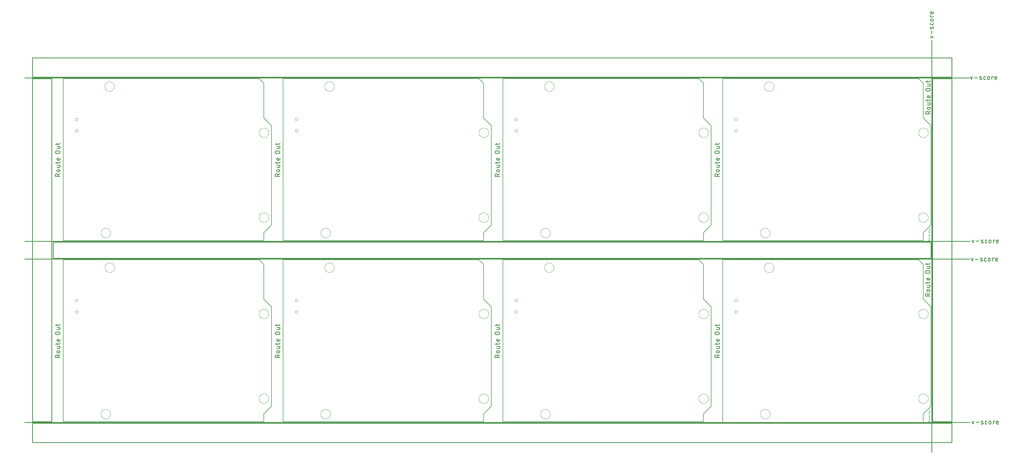
<source format=gko>
G04 EAGLE Gerber RS-274X export*
G75*
%MOMM*%
%FSLAX34Y34*%
%LPD*%
%IN*%
%IPPOS*%
%AMOC8*
5,1,8,0,0,1.08239X$1,22.5*%
G01*
%ADD10C,0.203200*%
%ADD11C,0.279400*%
%ADD12C,0.254000*%
%ADD13C,0.101600*%
%ADD14C,0.000000*%


D10*
X0Y0D02*
X0Y533400D01*
X645160Y533400D01*
X660400Y518160D01*
X660400Y403860D01*
X685800Y378460D01*
X685800Y50800D01*
X660400Y25400D01*
X660400Y0D01*
X0Y0D01*
D11*
X-11557Y212204D02*
X-26543Y212204D01*
X-26543Y216367D01*
X-26541Y216495D01*
X-26535Y216623D01*
X-26525Y216751D01*
X-26511Y216879D01*
X-26494Y217006D01*
X-26472Y217132D01*
X-26447Y217258D01*
X-26417Y217382D01*
X-26384Y217506D01*
X-26347Y217629D01*
X-26306Y217751D01*
X-26262Y217871D01*
X-26214Y217990D01*
X-26162Y218107D01*
X-26107Y218223D01*
X-26048Y218336D01*
X-25985Y218449D01*
X-25919Y218559D01*
X-25850Y218666D01*
X-25778Y218772D01*
X-25702Y218876D01*
X-25623Y218977D01*
X-25541Y219076D01*
X-25456Y219172D01*
X-25369Y219265D01*
X-25278Y219356D01*
X-25185Y219443D01*
X-25089Y219528D01*
X-24990Y219610D01*
X-24889Y219689D01*
X-24785Y219765D01*
X-24679Y219837D01*
X-24572Y219906D01*
X-24461Y219972D01*
X-24349Y220035D01*
X-24236Y220094D01*
X-24120Y220149D01*
X-24003Y220201D01*
X-23884Y220249D01*
X-23764Y220293D01*
X-23642Y220334D01*
X-23519Y220371D01*
X-23395Y220404D01*
X-23271Y220434D01*
X-23145Y220459D01*
X-23019Y220481D01*
X-22892Y220498D01*
X-22764Y220512D01*
X-22636Y220522D01*
X-22508Y220528D01*
X-22380Y220530D01*
X-22252Y220528D01*
X-22124Y220522D01*
X-21996Y220512D01*
X-21868Y220498D01*
X-21741Y220481D01*
X-21615Y220459D01*
X-21489Y220434D01*
X-21365Y220404D01*
X-21241Y220371D01*
X-21118Y220334D01*
X-20996Y220293D01*
X-20876Y220249D01*
X-20757Y220201D01*
X-20640Y220149D01*
X-20524Y220094D01*
X-20411Y220035D01*
X-20299Y219972D01*
X-20188Y219906D01*
X-20081Y219837D01*
X-19975Y219765D01*
X-19871Y219689D01*
X-19770Y219610D01*
X-19671Y219528D01*
X-19575Y219443D01*
X-19482Y219356D01*
X-19391Y219265D01*
X-19304Y219172D01*
X-19219Y219076D01*
X-19137Y218977D01*
X-19058Y218876D01*
X-18982Y218772D01*
X-18910Y218666D01*
X-18841Y218559D01*
X-18775Y218449D01*
X-18712Y218336D01*
X-18653Y218223D01*
X-18598Y218107D01*
X-18546Y217990D01*
X-18498Y217871D01*
X-18454Y217751D01*
X-18413Y217629D01*
X-18376Y217506D01*
X-18343Y217382D01*
X-18313Y217258D01*
X-18288Y217132D01*
X-18266Y217006D01*
X-18249Y216879D01*
X-18235Y216751D01*
X-18225Y216623D01*
X-18219Y216495D01*
X-18217Y216367D01*
X-18217Y212204D01*
X-18217Y217199D02*
X-11557Y220529D01*
X-14887Y227488D02*
X-18217Y227488D01*
X-18331Y227490D01*
X-18444Y227496D01*
X-18558Y227505D01*
X-18670Y227519D01*
X-18783Y227536D01*
X-18895Y227558D01*
X-19005Y227583D01*
X-19115Y227611D01*
X-19224Y227644D01*
X-19332Y227680D01*
X-19439Y227720D01*
X-19544Y227764D01*
X-19647Y227811D01*
X-19749Y227861D01*
X-19849Y227915D01*
X-19947Y227973D01*
X-20043Y228034D01*
X-20137Y228097D01*
X-20229Y228165D01*
X-20319Y228235D01*
X-20405Y228308D01*
X-20490Y228384D01*
X-20572Y228463D01*
X-20651Y228545D01*
X-20727Y228630D01*
X-20800Y228716D01*
X-20870Y228806D01*
X-20938Y228898D01*
X-21001Y228992D01*
X-21062Y229088D01*
X-21120Y229186D01*
X-21174Y229286D01*
X-21224Y229388D01*
X-21271Y229491D01*
X-21315Y229596D01*
X-21355Y229703D01*
X-21391Y229811D01*
X-21424Y229920D01*
X-21452Y230030D01*
X-21477Y230140D01*
X-21499Y230252D01*
X-21516Y230365D01*
X-21530Y230477D01*
X-21539Y230591D01*
X-21545Y230704D01*
X-21547Y230818D01*
X-21545Y230932D01*
X-21539Y231045D01*
X-21530Y231159D01*
X-21516Y231271D01*
X-21499Y231384D01*
X-21477Y231496D01*
X-21452Y231606D01*
X-21424Y231716D01*
X-21391Y231825D01*
X-21355Y231933D01*
X-21315Y232040D01*
X-21271Y232145D01*
X-21224Y232248D01*
X-21174Y232350D01*
X-21120Y232450D01*
X-21062Y232548D01*
X-21001Y232644D01*
X-20938Y232738D01*
X-20870Y232830D01*
X-20800Y232920D01*
X-20727Y233006D01*
X-20651Y233091D01*
X-20572Y233173D01*
X-20490Y233252D01*
X-20405Y233328D01*
X-20319Y233401D01*
X-20229Y233471D01*
X-20137Y233539D01*
X-20043Y233602D01*
X-19947Y233663D01*
X-19849Y233721D01*
X-19749Y233775D01*
X-19647Y233825D01*
X-19544Y233872D01*
X-19439Y233916D01*
X-19332Y233956D01*
X-19224Y233992D01*
X-19115Y234025D01*
X-19005Y234053D01*
X-18895Y234078D01*
X-18783Y234100D01*
X-18670Y234117D01*
X-18558Y234131D01*
X-18444Y234140D01*
X-18331Y234146D01*
X-18217Y234148D01*
X-14887Y234148D01*
X-14773Y234146D01*
X-14660Y234140D01*
X-14546Y234131D01*
X-14434Y234117D01*
X-14321Y234100D01*
X-14209Y234078D01*
X-14099Y234053D01*
X-13989Y234025D01*
X-13880Y233992D01*
X-13772Y233956D01*
X-13665Y233916D01*
X-13560Y233872D01*
X-13457Y233825D01*
X-13355Y233775D01*
X-13255Y233721D01*
X-13157Y233663D01*
X-13061Y233602D01*
X-12967Y233539D01*
X-12875Y233471D01*
X-12785Y233401D01*
X-12699Y233328D01*
X-12614Y233252D01*
X-12532Y233173D01*
X-12453Y233091D01*
X-12377Y233006D01*
X-12304Y232920D01*
X-12234Y232830D01*
X-12166Y232738D01*
X-12103Y232644D01*
X-12042Y232548D01*
X-11984Y232450D01*
X-11930Y232350D01*
X-11880Y232248D01*
X-11833Y232145D01*
X-11789Y232040D01*
X-11749Y231933D01*
X-11713Y231825D01*
X-11680Y231716D01*
X-11652Y231606D01*
X-11627Y231496D01*
X-11605Y231384D01*
X-11588Y231271D01*
X-11574Y231159D01*
X-11565Y231045D01*
X-11559Y230932D01*
X-11557Y230818D01*
X-11559Y230704D01*
X-11565Y230591D01*
X-11574Y230477D01*
X-11588Y230365D01*
X-11605Y230252D01*
X-11627Y230140D01*
X-11652Y230030D01*
X-11680Y229920D01*
X-11713Y229811D01*
X-11749Y229703D01*
X-11789Y229596D01*
X-11833Y229491D01*
X-11880Y229388D01*
X-11930Y229286D01*
X-11984Y229186D01*
X-12042Y229088D01*
X-12103Y228992D01*
X-12166Y228898D01*
X-12234Y228806D01*
X-12304Y228716D01*
X-12377Y228630D01*
X-12453Y228545D01*
X-12532Y228463D01*
X-12614Y228384D01*
X-12699Y228308D01*
X-12785Y228235D01*
X-12875Y228165D01*
X-12967Y228097D01*
X-13061Y228034D01*
X-13157Y227973D01*
X-13255Y227915D01*
X-13355Y227861D01*
X-13457Y227811D01*
X-13560Y227764D01*
X-13665Y227720D01*
X-13772Y227680D01*
X-13880Y227644D01*
X-13989Y227611D01*
X-14099Y227583D01*
X-14209Y227558D01*
X-14321Y227536D01*
X-14434Y227519D01*
X-14546Y227505D01*
X-14660Y227496D01*
X-14773Y227490D01*
X-14887Y227488D01*
X-14055Y241556D02*
X-21548Y241556D01*
X-14055Y241555D02*
X-13957Y241557D01*
X-13859Y241563D01*
X-13761Y241572D01*
X-13664Y241586D01*
X-13568Y241603D01*
X-13472Y241624D01*
X-13377Y241649D01*
X-13283Y241677D01*
X-13190Y241709D01*
X-13099Y241745D01*
X-13009Y241784D01*
X-12921Y241827D01*
X-12834Y241874D01*
X-12750Y241923D01*
X-12667Y241976D01*
X-12587Y242032D01*
X-12509Y242091D01*
X-12433Y242154D01*
X-12359Y242219D01*
X-12289Y242287D01*
X-12221Y242357D01*
X-12156Y242431D01*
X-12093Y242507D01*
X-12034Y242585D01*
X-11978Y242665D01*
X-11925Y242748D01*
X-11876Y242832D01*
X-11829Y242919D01*
X-11786Y243007D01*
X-11747Y243097D01*
X-11711Y243188D01*
X-11679Y243281D01*
X-11651Y243375D01*
X-11626Y243470D01*
X-11605Y243566D01*
X-11588Y243662D01*
X-11574Y243759D01*
X-11565Y243857D01*
X-11559Y243955D01*
X-11557Y244053D01*
X-11557Y248216D01*
X-21548Y248216D01*
X-21548Y254197D02*
X-21548Y259192D01*
X-26543Y255862D02*
X-14055Y255862D01*
X-13957Y255864D01*
X-13859Y255870D01*
X-13761Y255879D01*
X-13664Y255893D01*
X-13568Y255910D01*
X-13472Y255931D01*
X-13377Y255956D01*
X-13283Y255984D01*
X-13190Y256016D01*
X-13099Y256052D01*
X-13009Y256091D01*
X-12921Y256134D01*
X-12834Y256181D01*
X-12750Y256230D01*
X-12667Y256283D01*
X-12587Y256339D01*
X-12509Y256398D01*
X-12433Y256461D01*
X-12359Y256526D01*
X-12289Y256594D01*
X-12221Y256664D01*
X-12156Y256738D01*
X-12093Y256814D01*
X-12034Y256892D01*
X-11978Y256972D01*
X-11925Y257055D01*
X-11876Y257139D01*
X-11829Y257226D01*
X-11786Y257314D01*
X-11747Y257404D01*
X-11711Y257495D01*
X-11679Y257588D01*
X-11651Y257682D01*
X-11626Y257777D01*
X-11605Y257873D01*
X-11588Y257969D01*
X-11574Y258066D01*
X-11565Y258164D01*
X-11559Y258262D01*
X-11557Y258360D01*
X-11557Y259192D01*
X-11557Y268021D02*
X-11557Y272184D01*
X-11557Y268021D02*
X-11559Y267923D01*
X-11565Y267825D01*
X-11574Y267727D01*
X-11588Y267630D01*
X-11605Y267534D01*
X-11626Y267438D01*
X-11651Y267343D01*
X-11679Y267249D01*
X-11711Y267156D01*
X-11747Y267065D01*
X-11786Y266975D01*
X-11829Y266887D01*
X-11876Y266800D01*
X-11925Y266716D01*
X-11978Y266633D01*
X-12034Y266553D01*
X-12093Y266475D01*
X-12156Y266399D01*
X-12221Y266325D01*
X-12289Y266255D01*
X-12359Y266187D01*
X-12433Y266122D01*
X-12509Y266059D01*
X-12587Y266000D01*
X-12667Y265944D01*
X-12750Y265891D01*
X-12834Y265842D01*
X-12921Y265795D01*
X-13009Y265752D01*
X-13099Y265713D01*
X-13190Y265677D01*
X-13283Y265645D01*
X-13377Y265617D01*
X-13472Y265592D01*
X-13568Y265571D01*
X-13664Y265554D01*
X-13761Y265540D01*
X-13859Y265531D01*
X-13957Y265525D01*
X-14055Y265523D01*
X-14055Y265524D02*
X-18217Y265524D01*
X-18331Y265526D01*
X-18444Y265532D01*
X-18558Y265541D01*
X-18670Y265555D01*
X-18783Y265572D01*
X-18895Y265594D01*
X-19005Y265619D01*
X-19115Y265647D01*
X-19224Y265680D01*
X-19332Y265716D01*
X-19439Y265756D01*
X-19544Y265800D01*
X-19647Y265847D01*
X-19749Y265897D01*
X-19849Y265951D01*
X-19947Y266009D01*
X-20043Y266070D01*
X-20137Y266133D01*
X-20229Y266201D01*
X-20319Y266271D01*
X-20405Y266344D01*
X-20490Y266420D01*
X-20572Y266499D01*
X-20651Y266581D01*
X-20727Y266666D01*
X-20800Y266752D01*
X-20870Y266842D01*
X-20938Y266934D01*
X-21001Y267028D01*
X-21062Y267124D01*
X-21120Y267222D01*
X-21174Y267322D01*
X-21224Y267424D01*
X-21271Y267527D01*
X-21315Y267632D01*
X-21355Y267739D01*
X-21391Y267847D01*
X-21424Y267956D01*
X-21452Y268066D01*
X-21477Y268176D01*
X-21499Y268288D01*
X-21516Y268401D01*
X-21530Y268513D01*
X-21539Y268627D01*
X-21545Y268740D01*
X-21547Y268854D01*
X-21545Y268968D01*
X-21539Y269081D01*
X-21530Y269195D01*
X-21516Y269307D01*
X-21499Y269420D01*
X-21477Y269532D01*
X-21452Y269642D01*
X-21424Y269752D01*
X-21391Y269861D01*
X-21355Y269969D01*
X-21315Y270076D01*
X-21271Y270181D01*
X-21224Y270284D01*
X-21174Y270386D01*
X-21120Y270486D01*
X-21062Y270584D01*
X-21001Y270680D01*
X-20938Y270774D01*
X-20870Y270866D01*
X-20800Y270956D01*
X-20727Y271042D01*
X-20651Y271127D01*
X-20572Y271209D01*
X-20490Y271288D01*
X-20405Y271364D01*
X-20319Y271437D01*
X-20229Y271507D01*
X-20137Y271575D01*
X-20043Y271638D01*
X-19947Y271699D01*
X-19849Y271757D01*
X-19749Y271811D01*
X-19647Y271861D01*
X-19544Y271908D01*
X-19439Y271952D01*
X-19332Y271992D01*
X-19224Y272028D01*
X-19115Y272061D01*
X-19005Y272089D01*
X-18895Y272114D01*
X-18783Y272136D01*
X-18670Y272153D01*
X-18558Y272167D01*
X-18444Y272176D01*
X-18331Y272182D01*
X-18217Y272184D01*
X-16552Y272184D01*
X-16552Y265524D01*
X-15720Y287617D02*
X-22380Y287617D01*
X-22508Y287619D01*
X-22636Y287625D01*
X-22764Y287635D01*
X-22892Y287649D01*
X-23019Y287666D01*
X-23145Y287688D01*
X-23271Y287713D01*
X-23395Y287743D01*
X-23519Y287776D01*
X-23642Y287813D01*
X-23764Y287854D01*
X-23884Y287898D01*
X-24003Y287946D01*
X-24120Y287998D01*
X-24236Y288053D01*
X-24349Y288112D01*
X-24462Y288175D01*
X-24572Y288241D01*
X-24679Y288310D01*
X-24785Y288382D01*
X-24889Y288458D01*
X-24990Y288537D01*
X-25089Y288619D01*
X-25185Y288704D01*
X-25278Y288791D01*
X-25369Y288882D01*
X-25456Y288975D01*
X-25541Y289071D01*
X-25623Y289170D01*
X-25702Y289271D01*
X-25778Y289375D01*
X-25850Y289481D01*
X-25919Y289588D01*
X-25985Y289699D01*
X-26048Y289811D01*
X-26107Y289924D01*
X-26162Y290040D01*
X-26214Y290157D01*
X-26262Y290276D01*
X-26306Y290396D01*
X-26347Y290518D01*
X-26384Y290641D01*
X-26417Y290765D01*
X-26447Y290889D01*
X-26472Y291015D01*
X-26494Y291141D01*
X-26511Y291268D01*
X-26525Y291396D01*
X-26535Y291524D01*
X-26541Y291652D01*
X-26543Y291780D01*
X-26541Y291908D01*
X-26535Y292036D01*
X-26525Y292164D01*
X-26511Y292292D01*
X-26494Y292419D01*
X-26472Y292545D01*
X-26447Y292671D01*
X-26417Y292795D01*
X-26384Y292919D01*
X-26347Y293042D01*
X-26306Y293164D01*
X-26262Y293284D01*
X-26214Y293403D01*
X-26162Y293520D01*
X-26107Y293636D01*
X-26048Y293749D01*
X-25985Y293862D01*
X-25919Y293972D01*
X-25850Y294079D01*
X-25778Y294185D01*
X-25702Y294289D01*
X-25623Y294390D01*
X-25541Y294489D01*
X-25456Y294585D01*
X-25369Y294678D01*
X-25278Y294769D01*
X-25185Y294856D01*
X-25089Y294941D01*
X-24990Y295023D01*
X-24889Y295102D01*
X-24785Y295178D01*
X-24679Y295250D01*
X-24572Y295319D01*
X-24461Y295385D01*
X-24349Y295448D01*
X-24236Y295507D01*
X-24120Y295562D01*
X-24003Y295614D01*
X-23884Y295662D01*
X-23764Y295706D01*
X-23642Y295747D01*
X-23519Y295784D01*
X-23395Y295817D01*
X-23271Y295847D01*
X-23145Y295872D01*
X-23019Y295894D01*
X-22892Y295911D01*
X-22764Y295925D01*
X-22636Y295935D01*
X-22508Y295941D01*
X-22380Y295943D01*
X-22380Y295942D02*
X-15720Y295942D01*
X-15720Y295943D02*
X-15592Y295941D01*
X-15464Y295935D01*
X-15336Y295925D01*
X-15208Y295911D01*
X-15081Y295894D01*
X-14955Y295872D01*
X-14829Y295847D01*
X-14705Y295817D01*
X-14581Y295784D01*
X-14458Y295747D01*
X-14336Y295706D01*
X-14216Y295662D01*
X-14097Y295614D01*
X-13980Y295562D01*
X-13864Y295507D01*
X-13751Y295448D01*
X-13638Y295385D01*
X-13528Y295319D01*
X-13421Y295250D01*
X-13315Y295178D01*
X-13211Y295102D01*
X-13110Y295023D01*
X-13011Y294941D01*
X-12915Y294856D01*
X-12822Y294769D01*
X-12731Y294678D01*
X-12644Y294585D01*
X-12559Y294489D01*
X-12477Y294390D01*
X-12398Y294289D01*
X-12322Y294185D01*
X-12250Y294079D01*
X-12181Y293972D01*
X-12115Y293862D01*
X-12052Y293749D01*
X-11993Y293636D01*
X-11938Y293520D01*
X-11886Y293403D01*
X-11838Y293284D01*
X-11794Y293164D01*
X-11753Y293042D01*
X-11716Y292919D01*
X-11683Y292795D01*
X-11653Y292671D01*
X-11628Y292545D01*
X-11606Y292419D01*
X-11589Y292292D01*
X-11575Y292164D01*
X-11565Y292036D01*
X-11559Y291908D01*
X-11557Y291780D01*
X-11559Y291652D01*
X-11565Y291524D01*
X-11575Y291396D01*
X-11589Y291268D01*
X-11606Y291141D01*
X-11628Y291015D01*
X-11653Y290889D01*
X-11683Y290765D01*
X-11716Y290641D01*
X-11753Y290518D01*
X-11794Y290396D01*
X-11838Y290276D01*
X-11886Y290157D01*
X-11938Y290040D01*
X-11993Y289924D01*
X-12052Y289811D01*
X-12115Y289699D01*
X-12181Y289588D01*
X-12250Y289481D01*
X-12322Y289375D01*
X-12398Y289271D01*
X-12477Y289170D01*
X-12559Y289071D01*
X-12644Y288975D01*
X-12731Y288882D01*
X-12822Y288791D01*
X-12915Y288704D01*
X-13011Y288619D01*
X-13110Y288537D01*
X-13211Y288458D01*
X-13315Y288382D01*
X-13421Y288310D01*
X-13528Y288241D01*
X-13639Y288175D01*
X-13751Y288112D01*
X-13864Y288053D01*
X-13980Y287998D01*
X-14097Y287946D01*
X-14216Y287898D01*
X-14336Y287854D01*
X-14458Y287813D01*
X-14581Y287776D01*
X-14705Y287743D01*
X-14829Y287713D01*
X-14955Y287688D01*
X-15081Y287666D01*
X-15208Y287649D01*
X-15336Y287635D01*
X-15464Y287625D01*
X-15592Y287619D01*
X-15720Y287617D01*
X-14055Y303559D02*
X-21548Y303559D01*
X-14055Y303559D02*
X-13957Y303561D01*
X-13859Y303567D01*
X-13761Y303576D01*
X-13664Y303590D01*
X-13568Y303607D01*
X-13472Y303628D01*
X-13377Y303653D01*
X-13283Y303681D01*
X-13190Y303713D01*
X-13099Y303749D01*
X-13009Y303788D01*
X-12921Y303831D01*
X-12834Y303878D01*
X-12750Y303927D01*
X-12667Y303980D01*
X-12587Y304036D01*
X-12509Y304095D01*
X-12433Y304158D01*
X-12359Y304223D01*
X-12289Y304291D01*
X-12221Y304361D01*
X-12156Y304435D01*
X-12093Y304511D01*
X-12034Y304589D01*
X-11978Y304669D01*
X-11925Y304752D01*
X-11876Y304836D01*
X-11829Y304923D01*
X-11786Y305011D01*
X-11747Y305101D01*
X-11711Y305192D01*
X-11679Y305285D01*
X-11651Y305379D01*
X-11626Y305474D01*
X-11605Y305570D01*
X-11588Y305666D01*
X-11574Y305763D01*
X-11565Y305861D01*
X-11559Y305959D01*
X-11557Y306057D01*
X-11557Y310220D01*
X-21548Y310220D01*
X-21548Y316201D02*
X-21548Y321196D01*
X-26543Y317866D02*
X-14055Y317866D01*
X-13957Y317868D01*
X-13859Y317874D01*
X-13761Y317883D01*
X-13664Y317897D01*
X-13568Y317914D01*
X-13472Y317935D01*
X-13377Y317960D01*
X-13283Y317988D01*
X-13190Y318020D01*
X-13099Y318056D01*
X-13009Y318095D01*
X-12921Y318138D01*
X-12834Y318185D01*
X-12750Y318234D01*
X-12667Y318287D01*
X-12587Y318343D01*
X-12509Y318402D01*
X-12433Y318465D01*
X-12359Y318530D01*
X-12289Y318598D01*
X-12221Y318668D01*
X-12156Y318742D01*
X-12093Y318818D01*
X-12034Y318896D01*
X-11978Y318976D01*
X-11925Y319059D01*
X-11876Y319143D01*
X-11829Y319230D01*
X-11786Y319318D01*
X-11747Y319408D01*
X-11711Y319499D01*
X-11679Y319592D01*
X-11651Y319686D01*
X-11626Y319781D01*
X-11605Y319877D01*
X-11588Y319973D01*
X-11574Y320070D01*
X-11565Y320168D01*
X-11559Y320266D01*
X-11557Y320364D01*
X-11557Y321196D01*
D10*
X723900Y533400D02*
X723900Y0D01*
X723900Y533400D02*
X1369060Y533400D01*
X1384300Y518160D01*
X1384300Y403860D01*
X1409700Y378460D01*
X1409700Y50800D01*
X1384300Y25400D01*
X1384300Y0D01*
X723900Y0D01*
D11*
X712343Y212204D02*
X697357Y212204D01*
X697357Y216367D01*
X697359Y216495D01*
X697365Y216623D01*
X697375Y216751D01*
X697389Y216879D01*
X697406Y217006D01*
X697428Y217132D01*
X697453Y217258D01*
X697483Y217382D01*
X697516Y217506D01*
X697553Y217629D01*
X697594Y217751D01*
X697638Y217871D01*
X697686Y217990D01*
X697738Y218107D01*
X697793Y218223D01*
X697852Y218336D01*
X697915Y218449D01*
X697981Y218559D01*
X698050Y218666D01*
X698122Y218772D01*
X698198Y218876D01*
X698277Y218977D01*
X698359Y219076D01*
X698444Y219172D01*
X698531Y219265D01*
X698622Y219356D01*
X698715Y219443D01*
X698811Y219528D01*
X698910Y219610D01*
X699011Y219689D01*
X699115Y219765D01*
X699221Y219837D01*
X699328Y219906D01*
X699439Y219972D01*
X699551Y220035D01*
X699664Y220094D01*
X699780Y220149D01*
X699897Y220201D01*
X700016Y220249D01*
X700136Y220293D01*
X700258Y220334D01*
X700381Y220371D01*
X700505Y220404D01*
X700629Y220434D01*
X700755Y220459D01*
X700881Y220481D01*
X701008Y220498D01*
X701136Y220512D01*
X701264Y220522D01*
X701392Y220528D01*
X701520Y220530D01*
X701648Y220528D01*
X701776Y220522D01*
X701904Y220512D01*
X702032Y220498D01*
X702159Y220481D01*
X702285Y220459D01*
X702411Y220434D01*
X702535Y220404D01*
X702659Y220371D01*
X702782Y220334D01*
X702904Y220293D01*
X703024Y220249D01*
X703143Y220201D01*
X703260Y220149D01*
X703376Y220094D01*
X703489Y220035D01*
X703602Y219972D01*
X703712Y219906D01*
X703819Y219837D01*
X703925Y219765D01*
X704029Y219689D01*
X704130Y219610D01*
X704229Y219528D01*
X704325Y219443D01*
X704418Y219356D01*
X704509Y219265D01*
X704596Y219172D01*
X704681Y219076D01*
X704763Y218977D01*
X704842Y218876D01*
X704918Y218772D01*
X704990Y218666D01*
X705059Y218559D01*
X705125Y218449D01*
X705188Y218336D01*
X705247Y218223D01*
X705302Y218107D01*
X705354Y217990D01*
X705402Y217871D01*
X705446Y217751D01*
X705487Y217629D01*
X705524Y217506D01*
X705557Y217382D01*
X705587Y217258D01*
X705612Y217132D01*
X705634Y217006D01*
X705651Y216879D01*
X705665Y216751D01*
X705675Y216623D01*
X705681Y216495D01*
X705683Y216367D01*
X705683Y212204D01*
X705683Y217199D02*
X712343Y220529D01*
X709013Y227488D02*
X705683Y227488D01*
X705569Y227490D01*
X705456Y227496D01*
X705342Y227505D01*
X705230Y227519D01*
X705117Y227536D01*
X705005Y227558D01*
X704895Y227583D01*
X704785Y227611D01*
X704676Y227644D01*
X704568Y227680D01*
X704461Y227720D01*
X704356Y227764D01*
X704253Y227811D01*
X704151Y227861D01*
X704051Y227915D01*
X703953Y227973D01*
X703857Y228034D01*
X703763Y228097D01*
X703671Y228165D01*
X703581Y228235D01*
X703495Y228308D01*
X703410Y228384D01*
X703328Y228463D01*
X703249Y228545D01*
X703173Y228630D01*
X703100Y228716D01*
X703030Y228806D01*
X702962Y228898D01*
X702899Y228992D01*
X702838Y229088D01*
X702780Y229186D01*
X702726Y229286D01*
X702676Y229388D01*
X702629Y229491D01*
X702585Y229596D01*
X702545Y229703D01*
X702509Y229811D01*
X702476Y229920D01*
X702448Y230030D01*
X702423Y230140D01*
X702401Y230252D01*
X702384Y230365D01*
X702370Y230477D01*
X702361Y230591D01*
X702355Y230704D01*
X702353Y230818D01*
X702355Y230932D01*
X702361Y231045D01*
X702370Y231159D01*
X702384Y231271D01*
X702401Y231384D01*
X702423Y231496D01*
X702448Y231606D01*
X702476Y231716D01*
X702509Y231825D01*
X702545Y231933D01*
X702585Y232040D01*
X702629Y232145D01*
X702676Y232248D01*
X702726Y232350D01*
X702780Y232450D01*
X702838Y232548D01*
X702899Y232644D01*
X702962Y232738D01*
X703030Y232830D01*
X703100Y232920D01*
X703173Y233006D01*
X703249Y233091D01*
X703328Y233173D01*
X703410Y233252D01*
X703495Y233328D01*
X703581Y233401D01*
X703671Y233471D01*
X703763Y233539D01*
X703857Y233602D01*
X703953Y233663D01*
X704051Y233721D01*
X704151Y233775D01*
X704253Y233825D01*
X704356Y233872D01*
X704461Y233916D01*
X704568Y233956D01*
X704676Y233992D01*
X704785Y234025D01*
X704895Y234053D01*
X705005Y234078D01*
X705117Y234100D01*
X705230Y234117D01*
X705342Y234131D01*
X705456Y234140D01*
X705569Y234146D01*
X705683Y234148D01*
X709013Y234148D01*
X709127Y234146D01*
X709240Y234140D01*
X709354Y234131D01*
X709466Y234117D01*
X709579Y234100D01*
X709691Y234078D01*
X709801Y234053D01*
X709911Y234025D01*
X710020Y233992D01*
X710128Y233956D01*
X710235Y233916D01*
X710340Y233872D01*
X710443Y233825D01*
X710545Y233775D01*
X710645Y233721D01*
X710743Y233663D01*
X710839Y233602D01*
X710933Y233539D01*
X711025Y233471D01*
X711115Y233401D01*
X711201Y233328D01*
X711286Y233252D01*
X711368Y233173D01*
X711447Y233091D01*
X711523Y233006D01*
X711596Y232920D01*
X711666Y232830D01*
X711734Y232738D01*
X711797Y232644D01*
X711858Y232548D01*
X711916Y232450D01*
X711970Y232350D01*
X712020Y232248D01*
X712067Y232145D01*
X712111Y232040D01*
X712151Y231933D01*
X712187Y231825D01*
X712220Y231716D01*
X712248Y231606D01*
X712273Y231496D01*
X712295Y231384D01*
X712312Y231271D01*
X712326Y231159D01*
X712335Y231045D01*
X712341Y230932D01*
X712343Y230818D01*
X712341Y230704D01*
X712335Y230591D01*
X712326Y230477D01*
X712312Y230365D01*
X712295Y230252D01*
X712273Y230140D01*
X712248Y230030D01*
X712220Y229920D01*
X712187Y229811D01*
X712151Y229703D01*
X712111Y229596D01*
X712067Y229491D01*
X712020Y229388D01*
X711970Y229286D01*
X711916Y229186D01*
X711858Y229088D01*
X711797Y228992D01*
X711734Y228898D01*
X711666Y228806D01*
X711596Y228716D01*
X711523Y228630D01*
X711447Y228545D01*
X711368Y228463D01*
X711286Y228384D01*
X711201Y228308D01*
X711115Y228235D01*
X711025Y228165D01*
X710933Y228097D01*
X710839Y228034D01*
X710743Y227973D01*
X710645Y227915D01*
X710545Y227861D01*
X710443Y227811D01*
X710340Y227764D01*
X710235Y227720D01*
X710128Y227680D01*
X710020Y227644D01*
X709911Y227611D01*
X709801Y227583D01*
X709691Y227558D01*
X709579Y227536D01*
X709466Y227519D01*
X709354Y227505D01*
X709240Y227496D01*
X709127Y227490D01*
X709013Y227488D01*
X709845Y241556D02*
X702352Y241556D01*
X709845Y241555D02*
X709943Y241557D01*
X710041Y241563D01*
X710139Y241572D01*
X710236Y241586D01*
X710332Y241603D01*
X710428Y241624D01*
X710523Y241649D01*
X710617Y241677D01*
X710710Y241709D01*
X710801Y241745D01*
X710891Y241784D01*
X710979Y241827D01*
X711066Y241874D01*
X711150Y241923D01*
X711233Y241976D01*
X711313Y242032D01*
X711392Y242091D01*
X711467Y242154D01*
X711541Y242219D01*
X711611Y242287D01*
X711679Y242357D01*
X711745Y242431D01*
X711807Y242507D01*
X711866Y242585D01*
X711922Y242665D01*
X711975Y242748D01*
X712025Y242832D01*
X712071Y242919D01*
X712114Y243007D01*
X712153Y243097D01*
X712189Y243188D01*
X712221Y243281D01*
X712249Y243375D01*
X712274Y243470D01*
X712295Y243566D01*
X712312Y243662D01*
X712326Y243759D01*
X712335Y243857D01*
X712341Y243955D01*
X712343Y244053D01*
X712343Y248216D01*
X702352Y248216D01*
X702352Y254197D02*
X702352Y259192D01*
X697357Y255862D02*
X709845Y255862D01*
X709943Y255864D01*
X710041Y255870D01*
X710139Y255879D01*
X710236Y255893D01*
X710332Y255910D01*
X710428Y255931D01*
X710523Y255956D01*
X710617Y255984D01*
X710710Y256016D01*
X710801Y256052D01*
X710891Y256091D01*
X710979Y256134D01*
X711066Y256181D01*
X711150Y256230D01*
X711233Y256283D01*
X711313Y256339D01*
X711392Y256398D01*
X711467Y256461D01*
X711541Y256526D01*
X711611Y256594D01*
X711679Y256664D01*
X711745Y256738D01*
X711807Y256814D01*
X711866Y256892D01*
X711922Y256972D01*
X711975Y257055D01*
X712025Y257139D01*
X712071Y257226D01*
X712114Y257314D01*
X712153Y257404D01*
X712189Y257495D01*
X712221Y257588D01*
X712249Y257682D01*
X712274Y257777D01*
X712295Y257873D01*
X712312Y257969D01*
X712326Y258066D01*
X712335Y258164D01*
X712341Y258262D01*
X712343Y258360D01*
X712343Y259192D01*
X712343Y268021D02*
X712343Y272184D01*
X712343Y268021D02*
X712341Y267923D01*
X712335Y267825D01*
X712326Y267727D01*
X712312Y267630D01*
X712295Y267534D01*
X712274Y267438D01*
X712249Y267343D01*
X712221Y267249D01*
X712189Y267156D01*
X712153Y267065D01*
X712114Y266975D01*
X712071Y266887D01*
X712024Y266800D01*
X711975Y266716D01*
X711922Y266633D01*
X711866Y266553D01*
X711807Y266475D01*
X711745Y266399D01*
X711679Y266325D01*
X711611Y266255D01*
X711541Y266187D01*
X711467Y266122D01*
X711392Y266059D01*
X711313Y266000D01*
X711233Y265944D01*
X711150Y265891D01*
X711066Y265842D01*
X710979Y265795D01*
X710891Y265752D01*
X710801Y265713D01*
X710710Y265677D01*
X710617Y265645D01*
X710523Y265617D01*
X710428Y265592D01*
X710332Y265571D01*
X710236Y265554D01*
X710139Y265540D01*
X710041Y265531D01*
X709943Y265525D01*
X709845Y265523D01*
X709845Y265524D02*
X705683Y265524D01*
X705569Y265526D01*
X705456Y265532D01*
X705342Y265541D01*
X705230Y265555D01*
X705117Y265572D01*
X705005Y265594D01*
X704895Y265619D01*
X704785Y265647D01*
X704676Y265680D01*
X704568Y265716D01*
X704461Y265756D01*
X704356Y265800D01*
X704253Y265847D01*
X704151Y265897D01*
X704051Y265951D01*
X703953Y266009D01*
X703857Y266070D01*
X703763Y266133D01*
X703671Y266201D01*
X703581Y266271D01*
X703495Y266344D01*
X703410Y266420D01*
X703328Y266499D01*
X703249Y266581D01*
X703173Y266666D01*
X703100Y266752D01*
X703030Y266842D01*
X702962Y266934D01*
X702899Y267028D01*
X702838Y267124D01*
X702780Y267222D01*
X702726Y267322D01*
X702676Y267424D01*
X702629Y267527D01*
X702585Y267632D01*
X702545Y267739D01*
X702509Y267847D01*
X702476Y267956D01*
X702448Y268066D01*
X702423Y268176D01*
X702401Y268288D01*
X702384Y268401D01*
X702370Y268513D01*
X702361Y268627D01*
X702355Y268740D01*
X702353Y268854D01*
X702355Y268968D01*
X702361Y269081D01*
X702370Y269195D01*
X702384Y269307D01*
X702401Y269420D01*
X702423Y269532D01*
X702448Y269642D01*
X702476Y269752D01*
X702509Y269861D01*
X702545Y269969D01*
X702585Y270076D01*
X702629Y270181D01*
X702676Y270284D01*
X702726Y270386D01*
X702780Y270486D01*
X702838Y270584D01*
X702899Y270680D01*
X702962Y270774D01*
X703030Y270866D01*
X703100Y270956D01*
X703173Y271042D01*
X703249Y271127D01*
X703328Y271209D01*
X703410Y271288D01*
X703495Y271364D01*
X703581Y271437D01*
X703671Y271507D01*
X703763Y271575D01*
X703857Y271638D01*
X703953Y271699D01*
X704051Y271757D01*
X704151Y271811D01*
X704253Y271861D01*
X704356Y271908D01*
X704461Y271952D01*
X704568Y271992D01*
X704676Y272028D01*
X704785Y272061D01*
X704895Y272089D01*
X705005Y272114D01*
X705117Y272136D01*
X705230Y272153D01*
X705342Y272167D01*
X705456Y272176D01*
X705569Y272182D01*
X705683Y272184D01*
X707348Y272184D01*
X707348Y265524D01*
X708180Y287617D02*
X701520Y287617D01*
X701392Y287619D01*
X701264Y287625D01*
X701136Y287635D01*
X701008Y287649D01*
X700881Y287666D01*
X700755Y287688D01*
X700629Y287713D01*
X700505Y287743D01*
X700381Y287776D01*
X700258Y287813D01*
X700136Y287854D01*
X700016Y287898D01*
X699897Y287946D01*
X699780Y287998D01*
X699664Y288053D01*
X699551Y288112D01*
X699439Y288175D01*
X699328Y288241D01*
X699221Y288310D01*
X699115Y288382D01*
X699011Y288458D01*
X698910Y288537D01*
X698811Y288619D01*
X698715Y288704D01*
X698622Y288791D01*
X698531Y288882D01*
X698444Y288975D01*
X698359Y289071D01*
X698277Y289170D01*
X698198Y289271D01*
X698122Y289375D01*
X698050Y289481D01*
X697981Y289588D01*
X697915Y289699D01*
X697852Y289811D01*
X697793Y289924D01*
X697738Y290040D01*
X697686Y290157D01*
X697638Y290276D01*
X697594Y290396D01*
X697553Y290518D01*
X697516Y290641D01*
X697483Y290765D01*
X697453Y290889D01*
X697428Y291015D01*
X697406Y291141D01*
X697389Y291268D01*
X697375Y291396D01*
X697365Y291524D01*
X697359Y291652D01*
X697357Y291780D01*
X697359Y291908D01*
X697365Y292036D01*
X697375Y292164D01*
X697389Y292292D01*
X697406Y292419D01*
X697428Y292545D01*
X697453Y292671D01*
X697483Y292795D01*
X697516Y292919D01*
X697553Y293042D01*
X697594Y293164D01*
X697638Y293284D01*
X697686Y293403D01*
X697738Y293520D01*
X697793Y293636D01*
X697852Y293749D01*
X697915Y293862D01*
X697981Y293972D01*
X698050Y294079D01*
X698122Y294185D01*
X698198Y294289D01*
X698277Y294390D01*
X698359Y294489D01*
X698444Y294585D01*
X698531Y294678D01*
X698622Y294769D01*
X698715Y294856D01*
X698811Y294941D01*
X698910Y295023D01*
X699011Y295102D01*
X699115Y295178D01*
X699221Y295250D01*
X699328Y295319D01*
X699439Y295385D01*
X699551Y295448D01*
X699664Y295507D01*
X699780Y295562D01*
X699897Y295614D01*
X700016Y295662D01*
X700136Y295706D01*
X700258Y295747D01*
X700381Y295784D01*
X700505Y295817D01*
X700629Y295847D01*
X700755Y295872D01*
X700881Y295894D01*
X701008Y295911D01*
X701136Y295925D01*
X701264Y295935D01*
X701392Y295941D01*
X701520Y295943D01*
X701520Y295942D02*
X708180Y295942D01*
X708180Y295943D02*
X708308Y295941D01*
X708436Y295935D01*
X708564Y295925D01*
X708692Y295911D01*
X708819Y295894D01*
X708945Y295872D01*
X709071Y295847D01*
X709195Y295817D01*
X709319Y295784D01*
X709442Y295747D01*
X709564Y295706D01*
X709684Y295662D01*
X709803Y295614D01*
X709920Y295562D01*
X710036Y295507D01*
X710149Y295448D01*
X710262Y295385D01*
X710372Y295319D01*
X710479Y295250D01*
X710585Y295178D01*
X710689Y295102D01*
X710790Y295023D01*
X710889Y294941D01*
X710985Y294856D01*
X711078Y294769D01*
X711169Y294678D01*
X711256Y294585D01*
X711341Y294489D01*
X711423Y294390D01*
X711502Y294289D01*
X711578Y294185D01*
X711650Y294079D01*
X711719Y293972D01*
X711785Y293862D01*
X711848Y293749D01*
X711907Y293636D01*
X711962Y293520D01*
X712014Y293403D01*
X712062Y293284D01*
X712106Y293164D01*
X712147Y293042D01*
X712184Y292919D01*
X712217Y292795D01*
X712247Y292671D01*
X712272Y292545D01*
X712294Y292419D01*
X712311Y292292D01*
X712325Y292164D01*
X712335Y292036D01*
X712341Y291908D01*
X712343Y291780D01*
X712341Y291652D01*
X712335Y291524D01*
X712325Y291396D01*
X712311Y291268D01*
X712294Y291141D01*
X712272Y291015D01*
X712247Y290889D01*
X712217Y290765D01*
X712184Y290641D01*
X712147Y290518D01*
X712106Y290396D01*
X712062Y290276D01*
X712014Y290157D01*
X711962Y290040D01*
X711907Y289924D01*
X711848Y289811D01*
X711785Y289699D01*
X711719Y289588D01*
X711650Y289481D01*
X711578Y289375D01*
X711502Y289271D01*
X711423Y289170D01*
X711341Y289071D01*
X711256Y288975D01*
X711169Y288882D01*
X711078Y288791D01*
X710985Y288704D01*
X710889Y288619D01*
X710790Y288537D01*
X710689Y288458D01*
X710585Y288382D01*
X710479Y288310D01*
X710372Y288241D01*
X710262Y288175D01*
X710149Y288112D01*
X710036Y288053D01*
X709920Y287998D01*
X709803Y287946D01*
X709684Y287898D01*
X709564Y287854D01*
X709442Y287813D01*
X709319Y287776D01*
X709195Y287743D01*
X709071Y287713D01*
X708945Y287688D01*
X708819Y287666D01*
X708692Y287649D01*
X708564Y287635D01*
X708436Y287625D01*
X708308Y287619D01*
X708180Y287617D01*
X709845Y303559D02*
X702352Y303559D01*
X709845Y303559D02*
X709943Y303561D01*
X710041Y303567D01*
X710139Y303576D01*
X710236Y303590D01*
X710332Y303607D01*
X710428Y303628D01*
X710523Y303653D01*
X710617Y303681D01*
X710710Y303713D01*
X710801Y303749D01*
X710891Y303788D01*
X710979Y303831D01*
X711066Y303878D01*
X711150Y303927D01*
X711233Y303980D01*
X711313Y304036D01*
X711392Y304095D01*
X711467Y304158D01*
X711541Y304223D01*
X711611Y304291D01*
X711679Y304361D01*
X711745Y304435D01*
X711807Y304511D01*
X711866Y304589D01*
X711922Y304669D01*
X711975Y304752D01*
X712025Y304836D01*
X712071Y304923D01*
X712114Y305011D01*
X712153Y305101D01*
X712189Y305192D01*
X712221Y305285D01*
X712249Y305379D01*
X712274Y305474D01*
X712295Y305570D01*
X712312Y305666D01*
X712326Y305763D01*
X712335Y305861D01*
X712341Y305959D01*
X712343Y306057D01*
X712343Y310220D01*
X702352Y310220D01*
X702352Y316201D02*
X702352Y321196D01*
X697357Y317866D02*
X709845Y317866D01*
X709845Y317865D02*
X709943Y317867D01*
X710041Y317873D01*
X710139Y317882D01*
X710236Y317896D01*
X710332Y317913D01*
X710428Y317934D01*
X710523Y317959D01*
X710617Y317987D01*
X710710Y318019D01*
X710801Y318055D01*
X710891Y318094D01*
X710979Y318137D01*
X711066Y318184D01*
X711150Y318233D01*
X711233Y318286D01*
X711313Y318342D01*
X711392Y318401D01*
X711467Y318464D01*
X711541Y318529D01*
X711611Y318597D01*
X711679Y318667D01*
X711745Y318741D01*
X711807Y318817D01*
X711866Y318895D01*
X711922Y318975D01*
X711975Y319058D01*
X712025Y319142D01*
X712071Y319229D01*
X712114Y319317D01*
X712153Y319407D01*
X712189Y319498D01*
X712221Y319591D01*
X712249Y319685D01*
X712274Y319780D01*
X712295Y319876D01*
X712312Y319972D01*
X712326Y320069D01*
X712335Y320167D01*
X712341Y320265D01*
X712343Y320363D01*
X712343Y320364D02*
X712343Y321196D01*
D10*
X1447800Y533400D02*
X1447800Y0D01*
X1447800Y533400D02*
X2092960Y533400D01*
X2108200Y518160D01*
X2108200Y403860D01*
X2133600Y378460D01*
X2133600Y50800D01*
X2108200Y25400D01*
X2108200Y0D01*
X1447800Y0D01*
D11*
X1436243Y212204D02*
X1421257Y212204D01*
X1421257Y216367D01*
X1421259Y216495D01*
X1421265Y216623D01*
X1421275Y216751D01*
X1421289Y216879D01*
X1421306Y217006D01*
X1421328Y217132D01*
X1421353Y217258D01*
X1421383Y217382D01*
X1421416Y217506D01*
X1421453Y217629D01*
X1421494Y217751D01*
X1421538Y217871D01*
X1421586Y217990D01*
X1421638Y218107D01*
X1421693Y218223D01*
X1421752Y218336D01*
X1421815Y218449D01*
X1421881Y218559D01*
X1421950Y218666D01*
X1422022Y218772D01*
X1422098Y218876D01*
X1422177Y218977D01*
X1422259Y219076D01*
X1422344Y219172D01*
X1422431Y219265D01*
X1422522Y219356D01*
X1422615Y219443D01*
X1422711Y219528D01*
X1422810Y219610D01*
X1422911Y219689D01*
X1423015Y219765D01*
X1423121Y219837D01*
X1423228Y219906D01*
X1423339Y219972D01*
X1423451Y220035D01*
X1423564Y220094D01*
X1423680Y220149D01*
X1423797Y220201D01*
X1423916Y220249D01*
X1424036Y220293D01*
X1424158Y220334D01*
X1424281Y220371D01*
X1424405Y220404D01*
X1424529Y220434D01*
X1424655Y220459D01*
X1424781Y220481D01*
X1424908Y220498D01*
X1425036Y220512D01*
X1425164Y220522D01*
X1425292Y220528D01*
X1425420Y220530D01*
X1425548Y220528D01*
X1425676Y220522D01*
X1425804Y220512D01*
X1425932Y220498D01*
X1426059Y220481D01*
X1426185Y220459D01*
X1426311Y220434D01*
X1426435Y220404D01*
X1426559Y220371D01*
X1426682Y220334D01*
X1426804Y220293D01*
X1426924Y220249D01*
X1427043Y220201D01*
X1427160Y220149D01*
X1427276Y220094D01*
X1427389Y220035D01*
X1427502Y219972D01*
X1427612Y219906D01*
X1427719Y219837D01*
X1427825Y219765D01*
X1427929Y219689D01*
X1428030Y219610D01*
X1428129Y219528D01*
X1428225Y219443D01*
X1428318Y219356D01*
X1428409Y219265D01*
X1428496Y219172D01*
X1428581Y219076D01*
X1428663Y218977D01*
X1428742Y218876D01*
X1428818Y218772D01*
X1428890Y218666D01*
X1428959Y218559D01*
X1429025Y218449D01*
X1429088Y218336D01*
X1429147Y218223D01*
X1429202Y218107D01*
X1429254Y217990D01*
X1429302Y217871D01*
X1429346Y217751D01*
X1429387Y217629D01*
X1429424Y217506D01*
X1429457Y217382D01*
X1429487Y217258D01*
X1429512Y217132D01*
X1429534Y217006D01*
X1429551Y216879D01*
X1429565Y216751D01*
X1429575Y216623D01*
X1429581Y216495D01*
X1429583Y216367D01*
X1429583Y212204D01*
X1429583Y217199D02*
X1436243Y220529D01*
X1432913Y227488D02*
X1429583Y227488D01*
X1429469Y227490D01*
X1429356Y227496D01*
X1429242Y227505D01*
X1429130Y227519D01*
X1429017Y227536D01*
X1428905Y227558D01*
X1428795Y227583D01*
X1428685Y227611D01*
X1428576Y227644D01*
X1428468Y227680D01*
X1428361Y227720D01*
X1428256Y227764D01*
X1428153Y227811D01*
X1428051Y227861D01*
X1427951Y227915D01*
X1427853Y227973D01*
X1427757Y228034D01*
X1427663Y228097D01*
X1427571Y228165D01*
X1427481Y228235D01*
X1427395Y228308D01*
X1427310Y228384D01*
X1427228Y228463D01*
X1427149Y228545D01*
X1427073Y228630D01*
X1427000Y228716D01*
X1426930Y228806D01*
X1426862Y228898D01*
X1426799Y228992D01*
X1426738Y229088D01*
X1426680Y229186D01*
X1426626Y229286D01*
X1426576Y229388D01*
X1426529Y229491D01*
X1426485Y229596D01*
X1426445Y229703D01*
X1426409Y229811D01*
X1426376Y229920D01*
X1426348Y230030D01*
X1426323Y230140D01*
X1426301Y230252D01*
X1426284Y230365D01*
X1426270Y230477D01*
X1426261Y230591D01*
X1426255Y230704D01*
X1426253Y230818D01*
X1426255Y230932D01*
X1426261Y231045D01*
X1426270Y231159D01*
X1426284Y231271D01*
X1426301Y231384D01*
X1426323Y231496D01*
X1426348Y231606D01*
X1426376Y231716D01*
X1426409Y231825D01*
X1426445Y231933D01*
X1426485Y232040D01*
X1426529Y232145D01*
X1426576Y232248D01*
X1426626Y232350D01*
X1426680Y232450D01*
X1426738Y232548D01*
X1426799Y232644D01*
X1426862Y232738D01*
X1426930Y232830D01*
X1427000Y232920D01*
X1427073Y233006D01*
X1427149Y233091D01*
X1427228Y233173D01*
X1427310Y233252D01*
X1427395Y233328D01*
X1427481Y233401D01*
X1427571Y233471D01*
X1427663Y233539D01*
X1427757Y233602D01*
X1427853Y233663D01*
X1427951Y233721D01*
X1428051Y233775D01*
X1428153Y233825D01*
X1428256Y233872D01*
X1428361Y233916D01*
X1428468Y233956D01*
X1428576Y233992D01*
X1428685Y234025D01*
X1428795Y234053D01*
X1428905Y234078D01*
X1429017Y234100D01*
X1429130Y234117D01*
X1429242Y234131D01*
X1429356Y234140D01*
X1429469Y234146D01*
X1429583Y234148D01*
X1432913Y234148D01*
X1433027Y234146D01*
X1433140Y234140D01*
X1433254Y234131D01*
X1433366Y234117D01*
X1433479Y234100D01*
X1433591Y234078D01*
X1433701Y234053D01*
X1433811Y234025D01*
X1433920Y233992D01*
X1434028Y233956D01*
X1434135Y233916D01*
X1434240Y233872D01*
X1434343Y233825D01*
X1434445Y233775D01*
X1434545Y233721D01*
X1434643Y233663D01*
X1434739Y233602D01*
X1434833Y233539D01*
X1434925Y233471D01*
X1435015Y233401D01*
X1435101Y233328D01*
X1435186Y233252D01*
X1435268Y233173D01*
X1435347Y233091D01*
X1435423Y233006D01*
X1435496Y232920D01*
X1435566Y232830D01*
X1435634Y232738D01*
X1435697Y232644D01*
X1435758Y232548D01*
X1435816Y232450D01*
X1435870Y232350D01*
X1435920Y232248D01*
X1435967Y232145D01*
X1436011Y232040D01*
X1436051Y231933D01*
X1436087Y231825D01*
X1436120Y231716D01*
X1436148Y231606D01*
X1436173Y231496D01*
X1436195Y231384D01*
X1436212Y231271D01*
X1436226Y231159D01*
X1436235Y231045D01*
X1436241Y230932D01*
X1436243Y230818D01*
X1436241Y230704D01*
X1436235Y230591D01*
X1436226Y230477D01*
X1436212Y230365D01*
X1436195Y230252D01*
X1436173Y230140D01*
X1436148Y230030D01*
X1436120Y229920D01*
X1436087Y229811D01*
X1436051Y229703D01*
X1436011Y229596D01*
X1435967Y229491D01*
X1435920Y229388D01*
X1435870Y229286D01*
X1435816Y229186D01*
X1435758Y229088D01*
X1435697Y228992D01*
X1435634Y228898D01*
X1435566Y228806D01*
X1435496Y228716D01*
X1435423Y228630D01*
X1435347Y228545D01*
X1435268Y228463D01*
X1435186Y228384D01*
X1435101Y228308D01*
X1435015Y228235D01*
X1434925Y228165D01*
X1434833Y228097D01*
X1434739Y228034D01*
X1434643Y227973D01*
X1434545Y227915D01*
X1434445Y227861D01*
X1434343Y227811D01*
X1434240Y227764D01*
X1434135Y227720D01*
X1434028Y227680D01*
X1433920Y227644D01*
X1433811Y227611D01*
X1433701Y227583D01*
X1433591Y227558D01*
X1433479Y227536D01*
X1433366Y227519D01*
X1433254Y227505D01*
X1433140Y227496D01*
X1433027Y227490D01*
X1432913Y227488D01*
X1433745Y241556D02*
X1426252Y241556D01*
X1433745Y241555D02*
X1433843Y241557D01*
X1433941Y241563D01*
X1434039Y241572D01*
X1434136Y241586D01*
X1434232Y241603D01*
X1434328Y241624D01*
X1434423Y241649D01*
X1434517Y241677D01*
X1434610Y241709D01*
X1434701Y241745D01*
X1434791Y241784D01*
X1434879Y241827D01*
X1434966Y241874D01*
X1435050Y241923D01*
X1435133Y241976D01*
X1435213Y242032D01*
X1435292Y242091D01*
X1435367Y242154D01*
X1435441Y242219D01*
X1435511Y242287D01*
X1435579Y242357D01*
X1435645Y242431D01*
X1435707Y242507D01*
X1435766Y242585D01*
X1435822Y242665D01*
X1435875Y242748D01*
X1435925Y242832D01*
X1435971Y242919D01*
X1436014Y243007D01*
X1436053Y243097D01*
X1436089Y243188D01*
X1436121Y243281D01*
X1436149Y243375D01*
X1436174Y243470D01*
X1436195Y243566D01*
X1436212Y243662D01*
X1436226Y243759D01*
X1436235Y243857D01*
X1436241Y243955D01*
X1436243Y244053D01*
X1436243Y248216D01*
X1426252Y248216D01*
X1426252Y254197D02*
X1426252Y259192D01*
X1421257Y255862D02*
X1433745Y255862D01*
X1433843Y255864D01*
X1433941Y255870D01*
X1434039Y255879D01*
X1434136Y255893D01*
X1434232Y255910D01*
X1434328Y255931D01*
X1434423Y255956D01*
X1434517Y255984D01*
X1434610Y256016D01*
X1434701Y256052D01*
X1434791Y256091D01*
X1434879Y256134D01*
X1434966Y256181D01*
X1435050Y256230D01*
X1435133Y256283D01*
X1435213Y256339D01*
X1435292Y256398D01*
X1435367Y256461D01*
X1435441Y256526D01*
X1435511Y256594D01*
X1435579Y256664D01*
X1435645Y256738D01*
X1435707Y256814D01*
X1435766Y256892D01*
X1435822Y256972D01*
X1435875Y257055D01*
X1435925Y257139D01*
X1435971Y257226D01*
X1436014Y257314D01*
X1436053Y257404D01*
X1436089Y257495D01*
X1436121Y257588D01*
X1436149Y257682D01*
X1436174Y257777D01*
X1436195Y257873D01*
X1436212Y257969D01*
X1436226Y258066D01*
X1436235Y258164D01*
X1436241Y258262D01*
X1436243Y258360D01*
X1436243Y259192D01*
X1436243Y268021D02*
X1436243Y272184D01*
X1436243Y268021D02*
X1436241Y267923D01*
X1436235Y267825D01*
X1436226Y267727D01*
X1436212Y267630D01*
X1436195Y267534D01*
X1436174Y267438D01*
X1436149Y267343D01*
X1436121Y267249D01*
X1436089Y267156D01*
X1436053Y267065D01*
X1436014Y266975D01*
X1435971Y266887D01*
X1435924Y266800D01*
X1435875Y266716D01*
X1435822Y266633D01*
X1435766Y266553D01*
X1435707Y266475D01*
X1435645Y266399D01*
X1435579Y266325D01*
X1435511Y266255D01*
X1435441Y266187D01*
X1435367Y266122D01*
X1435292Y266059D01*
X1435213Y266000D01*
X1435133Y265944D01*
X1435050Y265891D01*
X1434966Y265842D01*
X1434879Y265795D01*
X1434791Y265752D01*
X1434701Y265713D01*
X1434610Y265677D01*
X1434517Y265645D01*
X1434423Y265617D01*
X1434328Y265592D01*
X1434232Y265571D01*
X1434136Y265554D01*
X1434039Y265540D01*
X1433941Y265531D01*
X1433843Y265525D01*
X1433745Y265523D01*
X1433745Y265524D02*
X1429583Y265524D01*
X1429469Y265526D01*
X1429356Y265532D01*
X1429242Y265541D01*
X1429130Y265555D01*
X1429017Y265572D01*
X1428905Y265594D01*
X1428795Y265619D01*
X1428685Y265647D01*
X1428576Y265680D01*
X1428468Y265716D01*
X1428361Y265756D01*
X1428256Y265800D01*
X1428153Y265847D01*
X1428051Y265897D01*
X1427951Y265951D01*
X1427853Y266009D01*
X1427757Y266070D01*
X1427663Y266133D01*
X1427571Y266201D01*
X1427481Y266271D01*
X1427395Y266344D01*
X1427310Y266420D01*
X1427228Y266499D01*
X1427149Y266581D01*
X1427073Y266666D01*
X1427000Y266752D01*
X1426930Y266842D01*
X1426862Y266934D01*
X1426799Y267028D01*
X1426738Y267124D01*
X1426680Y267222D01*
X1426626Y267322D01*
X1426576Y267424D01*
X1426529Y267527D01*
X1426485Y267632D01*
X1426445Y267739D01*
X1426409Y267847D01*
X1426376Y267956D01*
X1426348Y268066D01*
X1426323Y268176D01*
X1426301Y268288D01*
X1426284Y268401D01*
X1426270Y268513D01*
X1426261Y268627D01*
X1426255Y268740D01*
X1426253Y268854D01*
X1426255Y268968D01*
X1426261Y269081D01*
X1426270Y269195D01*
X1426284Y269307D01*
X1426301Y269420D01*
X1426323Y269532D01*
X1426348Y269642D01*
X1426376Y269752D01*
X1426409Y269861D01*
X1426445Y269969D01*
X1426485Y270076D01*
X1426529Y270181D01*
X1426576Y270284D01*
X1426626Y270386D01*
X1426680Y270486D01*
X1426738Y270584D01*
X1426799Y270680D01*
X1426862Y270774D01*
X1426930Y270866D01*
X1427000Y270956D01*
X1427073Y271042D01*
X1427149Y271127D01*
X1427228Y271209D01*
X1427310Y271288D01*
X1427395Y271364D01*
X1427481Y271437D01*
X1427571Y271507D01*
X1427663Y271575D01*
X1427757Y271638D01*
X1427853Y271699D01*
X1427951Y271757D01*
X1428051Y271811D01*
X1428153Y271861D01*
X1428256Y271908D01*
X1428361Y271952D01*
X1428468Y271992D01*
X1428576Y272028D01*
X1428685Y272061D01*
X1428795Y272089D01*
X1428905Y272114D01*
X1429017Y272136D01*
X1429130Y272153D01*
X1429242Y272167D01*
X1429356Y272176D01*
X1429469Y272182D01*
X1429583Y272184D01*
X1431248Y272184D01*
X1431248Y265524D01*
X1432080Y287617D02*
X1425420Y287617D01*
X1425292Y287619D01*
X1425164Y287625D01*
X1425036Y287635D01*
X1424908Y287649D01*
X1424781Y287666D01*
X1424655Y287688D01*
X1424529Y287713D01*
X1424405Y287743D01*
X1424281Y287776D01*
X1424158Y287813D01*
X1424036Y287854D01*
X1423916Y287898D01*
X1423797Y287946D01*
X1423680Y287998D01*
X1423564Y288053D01*
X1423451Y288112D01*
X1423339Y288175D01*
X1423228Y288241D01*
X1423121Y288310D01*
X1423015Y288382D01*
X1422911Y288458D01*
X1422810Y288537D01*
X1422711Y288619D01*
X1422615Y288704D01*
X1422522Y288791D01*
X1422431Y288882D01*
X1422344Y288975D01*
X1422259Y289071D01*
X1422177Y289170D01*
X1422098Y289271D01*
X1422022Y289375D01*
X1421950Y289481D01*
X1421881Y289588D01*
X1421815Y289699D01*
X1421752Y289811D01*
X1421693Y289924D01*
X1421638Y290040D01*
X1421586Y290157D01*
X1421538Y290276D01*
X1421494Y290396D01*
X1421453Y290518D01*
X1421416Y290641D01*
X1421383Y290765D01*
X1421353Y290889D01*
X1421328Y291015D01*
X1421306Y291141D01*
X1421289Y291268D01*
X1421275Y291396D01*
X1421265Y291524D01*
X1421259Y291652D01*
X1421257Y291780D01*
X1421259Y291908D01*
X1421265Y292036D01*
X1421275Y292164D01*
X1421289Y292292D01*
X1421306Y292419D01*
X1421328Y292545D01*
X1421353Y292671D01*
X1421383Y292795D01*
X1421416Y292919D01*
X1421453Y293042D01*
X1421494Y293164D01*
X1421538Y293284D01*
X1421586Y293403D01*
X1421638Y293520D01*
X1421693Y293636D01*
X1421752Y293749D01*
X1421815Y293862D01*
X1421881Y293972D01*
X1421950Y294079D01*
X1422022Y294185D01*
X1422098Y294289D01*
X1422177Y294390D01*
X1422259Y294489D01*
X1422344Y294585D01*
X1422431Y294678D01*
X1422522Y294769D01*
X1422615Y294856D01*
X1422711Y294941D01*
X1422810Y295023D01*
X1422911Y295102D01*
X1423015Y295178D01*
X1423121Y295250D01*
X1423228Y295319D01*
X1423339Y295385D01*
X1423451Y295448D01*
X1423564Y295507D01*
X1423680Y295562D01*
X1423797Y295614D01*
X1423916Y295662D01*
X1424036Y295706D01*
X1424158Y295747D01*
X1424281Y295784D01*
X1424405Y295817D01*
X1424529Y295847D01*
X1424655Y295872D01*
X1424781Y295894D01*
X1424908Y295911D01*
X1425036Y295925D01*
X1425164Y295935D01*
X1425292Y295941D01*
X1425420Y295943D01*
X1425420Y295942D02*
X1432080Y295942D01*
X1432080Y295943D02*
X1432208Y295941D01*
X1432336Y295935D01*
X1432464Y295925D01*
X1432592Y295911D01*
X1432719Y295894D01*
X1432845Y295872D01*
X1432971Y295847D01*
X1433095Y295817D01*
X1433219Y295784D01*
X1433342Y295747D01*
X1433464Y295706D01*
X1433584Y295662D01*
X1433703Y295614D01*
X1433820Y295562D01*
X1433936Y295507D01*
X1434049Y295448D01*
X1434162Y295385D01*
X1434272Y295319D01*
X1434379Y295250D01*
X1434485Y295178D01*
X1434589Y295102D01*
X1434690Y295023D01*
X1434789Y294941D01*
X1434885Y294856D01*
X1434978Y294769D01*
X1435069Y294678D01*
X1435156Y294585D01*
X1435241Y294489D01*
X1435323Y294390D01*
X1435402Y294289D01*
X1435478Y294185D01*
X1435550Y294079D01*
X1435619Y293972D01*
X1435685Y293862D01*
X1435748Y293749D01*
X1435807Y293636D01*
X1435862Y293520D01*
X1435914Y293403D01*
X1435962Y293284D01*
X1436006Y293164D01*
X1436047Y293042D01*
X1436084Y292919D01*
X1436117Y292795D01*
X1436147Y292671D01*
X1436172Y292545D01*
X1436194Y292419D01*
X1436211Y292292D01*
X1436225Y292164D01*
X1436235Y292036D01*
X1436241Y291908D01*
X1436243Y291780D01*
X1436241Y291652D01*
X1436235Y291524D01*
X1436225Y291396D01*
X1436211Y291268D01*
X1436194Y291141D01*
X1436172Y291015D01*
X1436147Y290889D01*
X1436117Y290765D01*
X1436084Y290641D01*
X1436047Y290518D01*
X1436006Y290396D01*
X1435962Y290276D01*
X1435914Y290157D01*
X1435862Y290040D01*
X1435807Y289924D01*
X1435748Y289811D01*
X1435685Y289699D01*
X1435619Y289588D01*
X1435550Y289481D01*
X1435478Y289375D01*
X1435402Y289271D01*
X1435323Y289170D01*
X1435241Y289071D01*
X1435156Y288975D01*
X1435069Y288882D01*
X1434978Y288791D01*
X1434885Y288704D01*
X1434789Y288619D01*
X1434690Y288537D01*
X1434589Y288458D01*
X1434485Y288382D01*
X1434379Y288310D01*
X1434272Y288241D01*
X1434162Y288175D01*
X1434049Y288112D01*
X1433936Y288053D01*
X1433820Y287998D01*
X1433703Y287946D01*
X1433584Y287898D01*
X1433464Y287854D01*
X1433342Y287813D01*
X1433219Y287776D01*
X1433095Y287743D01*
X1432971Y287713D01*
X1432845Y287688D01*
X1432719Y287666D01*
X1432592Y287649D01*
X1432464Y287635D01*
X1432336Y287625D01*
X1432208Y287619D01*
X1432080Y287617D01*
X1433745Y303559D02*
X1426252Y303559D01*
X1433745Y303559D02*
X1433843Y303561D01*
X1433941Y303567D01*
X1434039Y303576D01*
X1434136Y303590D01*
X1434232Y303607D01*
X1434328Y303628D01*
X1434423Y303653D01*
X1434517Y303681D01*
X1434610Y303713D01*
X1434701Y303749D01*
X1434791Y303788D01*
X1434879Y303831D01*
X1434966Y303878D01*
X1435050Y303927D01*
X1435133Y303980D01*
X1435213Y304036D01*
X1435292Y304095D01*
X1435367Y304158D01*
X1435441Y304223D01*
X1435511Y304291D01*
X1435579Y304361D01*
X1435645Y304435D01*
X1435707Y304511D01*
X1435766Y304589D01*
X1435822Y304669D01*
X1435875Y304752D01*
X1435925Y304836D01*
X1435971Y304923D01*
X1436014Y305011D01*
X1436053Y305101D01*
X1436089Y305192D01*
X1436121Y305285D01*
X1436149Y305379D01*
X1436174Y305474D01*
X1436195Y305570D01*
X1436212Y305666D01*
X1436226Y305763D01*
X1436235Y305861D01*
X1436241Y305959D01*
X1436243Y306057D01*
X1436243Y310220D01*
X1426252Y310220D01*
X1426252Y316201D02*
X1426252Y321196D01*
X1421257Y317866D02*
X1433745Y317866D01*
X1433745Y317865D02*
X1433843Y317867D01*
X1433941Y317873D01*
X1434039Y317882D01*
X1434136Y317896D01*
X1434232Y317913D01*
X1434328Y317934D01*
X1434423Y317959D01*
X1434517Y317987D01*
X1434610Y318019D01*
X1434701Y318055D01*
X1434791Y318094D01*
X1434879Y318137D01*
X1434966Y318184D01*
X1435050Y318233D01*
X1435133Y318286D01*
X1435213Y318342D01*
X1435292Y318401D01*
X1435367Y318464D01*
X1435441Y318529D01*
X1435511Y318597D01*
X1435579Y318667D01*
X1435645Y318741D01*
X1435707Y318817D01*
X1435766Y318895D01*
X1435822Y318975D01*
X1435875Y319058D01*
X1435925Y319142D01*
X1435971Y319229D01*
X1436014Y319317D01*
X1436053Y319407D01*
X1436089Y319498D01*
X1436121Y319591D01*
X1436149Y319685D01*
X1436174Y319780D01*
X1436195Y319876D01*
X1436212Y319972D01*
X1436226Y320069D01*
X1436235Y320167D01*
X1436241Y320265D01*
X1436243Y320363D01*
X1436243Y320364D02*
X1436243Y321196D01*
D10*
X2171700Y533400D02*
X2171700Y0D01*
X2171700Y533400D02*
X2816860Y533400D01*
X2832100Y518160D01*
X2832100Y403860D01*
X2857500Y378460D01*
X2857500Y50800D01*
X2832100Y25400D01*
X2832100Y0D01*
D11*
X2160143Y212204D02*
X2145157Y212204D01*
X2145157Y216367D01*
X2145159Y216495D01*
X2145165Y216623D01*
X2145175Y216751D01*
X2145189Y216879D01*
X2145206Y217006D01*
X2145228Y217132D01*
X2145253Y217258D01*
X2145283Y217382D01*
X2145316Y217506D01*
X2145353Y217629D01*
X2145394Y217751D01*
X2145438Y217871D01*
X2145486Y217990D01*
X2145538Y218107D01*
X2145593Y218223D01*
X2145652Y218336D01*
X2145715Y218449D01*
X2145781Y218559D01*
X2145850Y218666D01*
X2145922Y218772D01*
X2145998Y218876D01*
X2146077Y218977D01*
X2146159Y219076D01*
X2146244Y219172D01*
X2146331Y219265D01*
X2146422Y219356D01*
X2146515Y219443D01*
X2146611Y219528D01*
X2146710Y219610D01*
X2146811Y219689D01*
X2146915Y219765D01*
X2147021Y219837D01*
X2147128Y219906D01*
X2147239Y219972D01*
X2147351Y220035D01*
X2147464Y220094D01*
X2147580Y220149D01*
X2147697Y220201D01*
X2147816Y220249D01*
X2147936Y220293D01*
X2148058Y220334D01*
X2148181Y220371D01*
X2148305Y220404D01*
X2148429Y220434D01*
X2148555Y220459D01*
X2148681Y220481D01*
X2148808Y220498D01*
X2148936Y220512D01*
X2149064Y220522D01*
X2149192Y220528D01*
X2149320Y220530D01*
X2149448Y220528D01*
X2149576Y220522D01*
X2149704Y220512D01*
X2149832Y220498D01*
X2149959Y220481D01*
X2150085Y220459D01*
X2150211Y220434D01*
X2150335Y220404D01*
X2150459Y220371D01*
X2150582Y220334D01*
X2150704Y220293D01*
X2150824Y220249D01*
X2150943Y220201D01*
X2151060Y220149D01*
X2151176Y220094D01*
X2151289Y220035D01*
X2151402Y219972D01*
X2151512Y219906D01*
X2151619Y219837D01*
X2151725Y219765D01*
X2151829Y219689D01*
X2151930Y219610D01*
X2152029Y219528D01*
X2152125Y219443D01*
X2152218Y219356D01*
X2152309Y219265D01*
X2152396Y219172D01*
X2152481Y219076D01*
X2152563Y218977D01*
X2152642Y218876D01*
X2152718Y218772D01*
X2152790Y218666D01*
X2152859Y218559D01*
X2152925Y218449D01*
X2152988Y218336D01*
X2153047Y218223D01*
X2153102Y218107D01*
X2153154Y217990D01*
X2153202Y217871D01*
X2153246Y217751D01*
X2153287Y217629D01*
X2153324Y217506D01*
X2153357Y217382D01*
X2153387Y217258D01*
X2153412Y217132D01*
X2153434Y217006D01*
X2153451Y216879D01*
X2153465Y216751D01*
X2153475Y216623D01*
X2153481Y216495D01*
X2153483Y216367D01*
X2153483Y212204D01*
X2153483Y217199D02*
X2160143Y220529D01*
X2156813Y227488D02*
X2153483Y227488D01*
X2153369Y227490D01*
X2153256Y227496D01*
X2153142Y227505D01*
X2153030Y227519D01*
X2152917Y227536D01*
X2152805Y227558D01*
X2152695Y227583D01*
X2152585Y227611D01*
X2152476Y227644D01*
X2152368Y227680D01*
X2152261Y227720D01*
X2152156Y227764D01*
X2152053Y227811D01*
X2151951Y227861D01*
X2151851Y227915D01*
X2151753Y227973D01*
X2151657Y228034D01*
X2151563Y228097D01*
X2151471Y228165D01*
X2151381Y228235D01*
X2151295Y228308D01*
X2151210Y228384D01*
X2151128Y228463D01*
X2151049Y228545D01*
X2150973Y228630D01*
X2150900Y228716D01*
X2150830Y228806D01*
X2150762Y228898D01*
X2150699Y228992D01*
X2150638Y229088D01*
X2150580Y229186D01*
X2150526Y229286D01*
X2150476Y229388D01*
X2150429Y229491D01*
X2150385Y229596D01*
X2150345Y229703D01*
X2150309Y229811D01*
X2150276Y229920D01*
X2150248Y230030D01*
X2150223Y230140D01*
X2150201Y230252D01*
X2150184Y230365D01*
X2150170Y230477D01*
X2150161Y230591D01*
X2150155Y230704D01*
X2150153Y230818D01*
X2150155Y230932D01*
X2150161Y231045D01*
X2150170Y231159D01*
X2150184Y231271D01*
X2150201Y231384D01*
X2150223Y231496D01*
X2150248Y231606D01*
X2150276Y231716D01*
X2150309Y231825D01*
X2150345Y231933D01*
X2150385Y232040D01*
X2150429Y232145D01*
X2150476Y232248D01*
X2150526Y232350D01*
X2150580Y232450D01*
X2150638Y232548D01*
X2150699Y232644D01*
X2150762Y232738D01*
X2150830Y232830D01*
X2150900Y232920D01*
X2150973Y233006D01*
X2151049Y233091D01*
X2151128Y233173D01*
X2151210Y233252D01*
X2151295Y233328D01*
X2151381Y233401D01*
X2151471Y233471D01*
X2151563Y233539D01*
X2151657Y233602D01*
X2151753Y233663D01*
X2151851Y233721D01*
X2151951Y233775D01*
X2152053Y233825D01*
X2152156Y233872D01*
X2152261Y233916D01*
X2152368Y233956D01*
X2152476Y233992D01*
X2152585Y234025D01*
X2152695Y234053D01*
X2152805Y234078D01*
X2152917Y234100D01*
X2153030Y234117D01*
X2153142Y234131D01*
X2153256Y234140D01*
X2153369Y234146D01*
X2153483Y234148D01*
X2156813Y234148D01*
X2156927Y234146D01*
X2157040Y234140D01*
X2157154Y234131D01*
X2157266Y234117D01*
X2157379Y234100D01*
X2157491Y234078D01*
X2157601Y234053D01*
X2157711Y234025D01*
X2157820Y233992D01*
X2157928Y233956D01*
X2158035Y233916D01*
X2158140Y233872D01*
X2158243Y233825D01*
X2158345Y233775D01*
X2158445Y233721D01*
X2158543Y233663D01*
X2158639Y233602D01*
X2158733Y233539D01*
X2158825Y233471D01*
X2158915Y233401D01*
X2159001Y233328D01*
X2159086Y233252D01*
X2159168Y233173D01*
X2159247Y233091D01*
X2159323Y233006D01*
X2159396Y232920D01*
X2159466Y232830D01*
X2159534Y232738D01*
X2159597Y232644D01*
X2159658Y232548D01*
X2159716Y232450D01*
X2159770Y232350D01*
X2159820Y232248D01*
X2159867Y232145D01*
X2159911Y232040D01*
X2159951Y231933D01*
X2159987Y231825D01*
X2160020Y231716D01*
X2160048Y231606D01*
X2160073Y231496D01*
X2160095Y231384D01*
X2160112Y231271D01*
X2160126Y231159D01*
X2160135Y231045D01*
X2160141Y230932D01*
X2160143Y230818D01*
X2160141Y230704D01*
X2160135Y230591D01*
X2160126Y230477D01*
X2160112Y230365D01*
X2160095Y230252D01*
X2160073Y230140D01*
X2160048Y230030D01*
X2160020Y229920D01*
X2159987Y229811D01*
X2159951Y229703D01*
X2159911Y229596D01*
X2159867Y229491D01*
X2159820Y229388D01*
X2159770Y229286D01*
X2159716Y229186D01*
X2159658Y229088D01*
X2159597Y228992D01*
X2159534Y228898D01*
X2159466Y228806D01*
X2159396Y228716D01*
X2159323Y228630D01*
X2159247Y228545D01*
X2159168Y228463D01*
X2159086Y228384D01*
X2159001Y228308D01*
X2158915Y228235D01*
X2158825Y228165D01*
X2158733Y228097D01*
X2158639Y228034D01*
X2158543Y227973D01*
X2158445Y227915D01*
X2158345Y227861D01*
X2158243Y227811D01*
X2158140Y227764D01*
X2158035Y227720D01*
X2157928Y227680D01*
X2157820Y227644D01*
X2157711Y227611D01*
X2157601Y227583D01*
X2157491Y227558D01*
X2157379Y227536D01*
X2157266Y227519D01*
X2157154Y227505D01*
X2157040Y227496D01*
X2156927Y227490D01*
X2156813Y227488D01*
X2157645Y241556D02*
X2150152Y241556D01*
X2157645Y241555D02*
X2157743Y241557D01*
X2157841Y241563D01*
X2157939Y241572D01*
X2158036Y241586D01*
X2158132Y241603D01*
X2158228Y241624D01*
X2158323Y241649D01*
X2158417Y241677D01*
X2158510Y241709D01*
X2158601Y241745D01*
X2158691Y241784D01*
X2158779Y241827D01*
X2158866Y241874D01*
X2158950Y241923D01*
X2159033Y241976D01*
X2159113Y242032D01*
X2159192Y242091D01*
X2159267Y242154D01*
X2159341Y242219D01*
X2159411Y242287D01*
X2159479Y242357D01*
X2159545Y242431D01*
X2159607Y242507D01*
X2159666Y242585D01*
X2159722Y242665D01*
X2159775Y242748D01*
X2159825Y242832D01*
X2159871Y242919D01*
X2159914Y243007D01*
X2159953Y243097D01*
X2159989Y243188D01*
X2160021Y243281D01*
X2160049Y243375D01*
X2160074Y243470D01*
X2160095Y243566D01*
X2160112Y243662D01*
X2160126Y243759D01*
X2160135Y243857D01*
X2160141Y243955D01*
X2160143Y244053D01*
X2160143Y248216D01*
X2150152Y248216D01*
X2150152Y254197D02*
X2150152Y259192D01*
X2145157Y255862D02*
X2157645Y255862D01*
X2157743Y255864D01*
X2157841Y255870D01*
X2157939Y255879D01*
X2158036Y255893D01*
X2158132Y255910D01*
X2158228Y255931D01*
X2158323Y255956D01*
X2158417Y255984D01*
X2158510Y256016D01*
X2158601Y256052D01*
X2158691Y256091D01*
X2158779Y256134D01*
X2158866Y256181D01*
X2158950Y256230D01*
X2159033Y256283D01*
X2159113Y256339D01*
X2159192Y256398D01*
X2159267Y256461D01*
X2159341Y256526D01*
X2159411Y256594D01*
X2159479Y256664D01*
X2159545Y256738D01*
X2159607Y256814D01*
X2159666Y256892D01*
X2159722Y256972D01*
X2159775Y257055D01*
X2159825Y257139D01*
X2159871Y257226D01*
X2159914Y257314D01*
X2159953Y257404D01*
X2159989Y257495D01*
X2160021Y257588D01*
X2160049Y257682D01*
X2160074Y257777D01*
X2160095Y257873D01*
X2160112Y257969D01*
X2160126Y258066D01*
X2160135Y258164D01*
X2160141Y258262D01*
X2160143Y258360D01*
X2160143Y259192D01*
X2160143Y268021D02*
X2160143Y272184D01*
X2160143Y268021D02*
X2160141Y267923D01*
X2160135Y267825D01*
X2160126Y267727D01*
X2160112Y267630D01*
X2160095Y267534D01*
X2160074Y267438D01*
X2160049Y267343D01*
X2160021Y267249D01*
X2159989Y267156D01*
X2159953Y267065D01*
X2159914Y266975D01*
X2159871Y266887D01*
X2159824Y266800D01*
X2159775Y266716D01*
X2159722Y266633D01*
X2159666Y266553D01*
X2159607Y266475D01*
X2159545Y266399D01*
X2159479Y266325D01*
X2159411Y266255D01*
X2159341Y266187D01*
X2159267Y266122D01*
X2159192Y266059D01*
X2159113Y266000D01*
X2159033Y265944D01*
X2158950Y265891D01*
X2158866Y265842D01*
X2158779Y265795D01*
X2158691Y265752D01*
X2158601Y265713D01*
X2158510Y265677D01*
X2158417Y265645D01*
X2158323Y265617D01*
X2158228Y265592D01*
X2158132Y265571D01*
X2158036Y265554D01*
X2157939Y265540D01*
X2157841Y265531D01*
X2157743Y265525D01*
X2157645Y265523D01*
X2157645Y265524D02*
X2153483Y265524D01*
X2153369Y265526D01*
X2153256Y265532D01*
X2153142Y265541D01*
X2153030Y265555D01*
X2152917Y265572D01*
X2152805Y265594D01*
X2152695Y265619D01*
X2152585Y265647D01*
X2152476Y265680D01*
X2152368Y265716D01*
X2152261Y265756D01*
X2152156Y265800D01*
X2152053Y265847D01*
X2151951Y265897D01*
X2151851Y265951D01*
X2151753Y266009D01*
X2151657Y266070D01*
X2151563Y266133D01*
X2151471Y266201D01*
X2151381Y266271D01*
X2151295Y266344D01*
X2151210Y266420D01*
X2151128Y266499D01*
X2151049Y266581D01*
X2150973Y266666D01*
X2150900Y266752D01*
X2150830Y266842D01*
X2150762Y266934D01*
X2150699Y267028D01*
X2150638Y267124D01*
X2150580Y267222D01*
X2150526Y267322D01*
X2150476Y267424D01*
X2150429Y267527D01*
X2150385Y267632D01*
X2150345Y267739D01*
X2150309Y267847D01*
X2150276Y267956D01*
X2150248Y268066D01*
X2150223Y268176D01*
X2150201Y268288D01*
X2150184Y268401D01*
X2150170Y268513D01*
X2150161Y268627D01*
X2150155Y268740D01*
X2150153Y268854D01*
X2150155Y268968D01*
X2150161Y269081D01*
X2150170Y269195D01*
X2150184Y269307D01*
X2150201Y269420D01*
X2150223Y269532D01*
X2150248Y269642D01*
X2150276Y269752D01*
X2150309Y269861D01*
X2150345Y269969D01*
X2150385Y270076D01*
X2150429Y270181D01*
X2150476Y270284D01*
X2150526Y270386D01*
X2150580Y270486D01*
X2150638Y270584D01*
X2150699Y270680D01*
X2150762Y270774D01*
X2150830Y270866D01*
X2150900Y270956D01*
X2150973Y271042D01*
X2151049Y271127D01*
X2151128Y271209D01*
X2151210Y271288D01*
X2151295Y271364D01*
X2151381Y271437D01*
X2151471Y271507D01*
X2151563Y271575D01*
X2151657Y271638D01*
X2151753Y271699D01*
X2151851Y271757D01*
X2151951Y271811D01*
X2152053Y271861D01*
X2152156Y271908D01*
X2152261Y271952D01*
X2152368Y271992D01*
X2152476Y272028D01*
X2152585Y272061D01*
X2152695Y272089D01*
X2152805Y272114D01*
X2152917Y272136D01*
X2153030Y272153D01*
X2153142Y272167D01*
X2153256Y272176D01*
X2153369Y272182D01*
X2153483Y272184D01*
X2155148Y272184D01*
X2155148Y265524D01*
X2155980Y287617D02*
X2149320Y287617D01*
X2149192Y287619D01*
X2149064Y287625D01*
X2148936Y287635D01*
X2148808Y287649D01*
X2148681Y287666D01*
X2148555Y287688D01*
X2148429Y287713D01*
X2148305Y287743D01*
X2148181Y287776D01*
X2148058Y287813D01*
X2147936Y287854D01*
X2147816Y287898D01*
X2147697Y287946D01*
X2147580Y287998D01*
X2147464Y288053D01*
X2147351Y288112D01*
X2147239Y288175D01*
X2147128Y288241D01*
X2147021Y288310D01*
X2146915Y288382D01*
X2146811Y288458D01*
X2146710Y288537D01*
X2146611Y288619D01*
X2146515Y288704D01*
X2146422Y288791D01*
X2146331Y288882D01*
X2146244Y288975D01*
X2146159Y289071D01*
X2146077Y289170D01*
X2145998Y289271D01*
X2145922Y289375D01*
X2145850Y289481D01*
X2145781Y289588D01*
X2145715Y289699D01*
X2145652Y289811D01*
X2145593Y289924D01*
X2145538Y290040D01*
X2145486Y290157D01*
X2145438Y290276D01*
X2145394Y290396D01*
X2145353Y290518D01*
X2145316Y290641D01*
X2145283Y290765D01*
X2145253Y290889D01*
X2145228Y291015D01*
X2145206Y291141D01*
X2145189Y291268D01*
X2145175Y291396D01*
X2145165Y291524D01*
X2145159Y291652D01*
X2145157Y291780D01*
X2145159Y291908D01*
X2145165Y292036D01*
X2145175Y292164D01*
X2145189Y292292D01*
X2145206Y292419D01*
X2145228Y292545D01*
X2145253Y292671D01*
X2145283Y292795D01*
X2145316Y292919D01*
X2145353Y293042D01*
X2145394Y293164D01*
X2145438Y293284D01*
X2145486Y293403D01*
X2145538Y293520D01*
X2145593Y293636D01*
X2145652Y293749D01*
X2145715Y293862D01*
X2145781Y293972D01*
X2145850Y294079D01*
X2145922Y294185D01*
X2145998Y294289D01*
X2146077Y294390D01*
X2146159Y294489D01*
X2146244Y294585D01*
X2146331Y294678D01*
X2146422Y294769D01*
X2146515Y294856D01*
X2146611Y294941D01*
X2146710Y295023D01*
X2146811Y295102D01*
X2146915Y295178D01*
X2147021Y295250D01*
X2147128Y295319D01*
X2147239Y295385D01*
X2147351Y295448D01*
X2147464Y295507D01*
X2147580Y295562D01*
X2147697Y295614D01*
X2147816Y295662D01*
X2147936Y295706D01*
X2148058Y295747D01*
X2148181Y295784D01*
X2148305Y295817D01*
X2148429Y295847D01*
X2148555Y295872D01*
X2148681Y295894D01*
X2148808Y295911D01*
X2148936Y295925D01*
X2149064Y295935D01*
X2149192Y295941D01*
X2149320Y295943D01*
X2149320Y295942D02*
X2155980Y295942D01*
X2155980Y295943D02*
X2156108Y295941D01*
X2156236Y295935D01*
X2156364Y295925D01*
X2156492Y295911D01*
X2156619Y295894D01*
X2156745Y295872D01*
X2156871Y295847D01*
X2156995Y295817D01*
X2157119Y295784D01*
X2157242Y295747D01*
X2157364Y295706D01*
X2157484Y295662D01*
X2157603Y295614D01*
X2157720Y295562D01*
X2157836Y295507D01*
X2157949Y295448D01*
X2158062Y295385D01*
X2158172Y295319D01*
X2158279Y295250D01*
X2158385Y295178D01*
X2158489Y295102D01*
X2158590Y295023D01*
X2158689Y294941D01*
X2158785Y294856D01*
X2158878Y294769D01*
X2158969Y294678D01*
X2159056Y294585D01*
X2159141Y294489D01*
X2159223Y294390D01*
X2159302Y294289D01*
X2159378Y294185D01*
X2159450Y294079D01*
X2159519Y293972D01*
X2159585Y293862D01*
X2159648Y293749D01*
X2159707Y293636D01*
X2159762Y293520D01*
X2159814Y293403D01*
X2159862Y293284D01*
X2159906Y293164D01*
X2159947Y293042D01*
X2159984Y292919D01*
X2160017Y292795D01*
X2160047Y292671D01*
X2160072Y292545D01*
X2160094Y292419D01*
X2160111Y292292D01*
X2160125Y292164D01*
X2160135Y292036D01*
X2160141Y291908D01*
X2160143Y291780D01*
X2160141Y291652D01*
X2160135Y291524D01*
X2160125Y291396D01*
X2160111Y291268D01*
X2160094Y291141D01*
X2160072Y291015D01*
X2160047Y290889D01*
X2160017Y290765D01*
X2159984Y290641D01*
X2159947Y290518D01*
X2159906Y290396D01*
X2159862Y290276D01*
X2159814Y290157D01*
X2159762Y290040D01*
X2159707Y289924D01*
X2159648Y289811D01*
X2159585Y289699D01*
X2159519Y289588D01*
X2159450Y289481D01*
X2159378Y289375D01*
X2159302Y289271D01*
X2159223Y289170D01*
X2159141Y289071D01*
X2159056Y288975D01*
X2158969Y288882D01*
X2158878Y288791D01*
X2158785Y288704D01*
X2158689Y288619D01*
X2158590Y288537D01*
X2158489Y288458D01*
X2158385Y288382D01*
X2158279Y288310D01*
X2158172Y288241D01*
X2158062Y288175D01*
X2157949Y288112D01*
X2157836Y288053D01*
X2157720Y287998D01*
X2157603Y287946D01*
X2157484Y287898D01*
X2157364Y287854D01*
X2157242Y287813D01*
X2157119Y287776D01*
X2156995Y287743D01*
X2156871Y287713D01*
X2156745Y287688D01*
X2156619Y287666D01*
X2156492Y287649D01*
X2156364Y287635D01*
X2156236Y287625D01*
X2156108Y287619D01*
X2155980Y287617D01*
X2157645Y303559D02*
X2150152Y303559D01*
X2157645Y303559D02*
X2157743Y303561D01*
X2157841Y303567D01*
X2157939Y303576D01*
X2158036Y303590D01*
X2158132Y303607D01*
X2158228Y303628D01*
X2158323Y303653D01*
X2158417Y303681D01*
X2158510Y303713D01*
X2158601Y303749D01*
X2158691Y303788D01*
X2158779Y303831D01*
X2158866Y303878D01*
X2158950Y303927D01*
X2159033Y303980D01*
X2159113Y304036D01*
X2159192Y304095D01*
X2159267Y304158D01*
X2159341Y304223D01*
X2159411Y304291D01*
X2159479Y304361D01*
X2159545Y304435D01*
X2159607Y304511D01*
X2159666Y304589D01*
X2159722Y304669D01*
X2159775Y304752D01*
X2159825Y304836D01*
X2159871Y304923D01*
X2159914Y305011D01*
X2159953Y305101D01*
X2159989Y305192D01*
X2160021Y305285D01*
X2160049Y305379D01*
X2160074Y305474D01*
X2160095Y305570D01*
X2160112Y305666D01*
X2160126Y305763D01*
X2160135Y305861D01*
X2160141Y305959D01*
X2160143Y306057D01*
X2160143Y310220D01*
X2150152Y310220D01*
X2150152Y316201D02*
X2150152Y321196D01*
X2145157Y317866D02*
X2157645Y317866D01*
X2157645Y317865D02*
X2157743Y317867D01*
X2157841Y317873D01*
X2157939Y317882D01*
X2158036Y317896D01*
X2158132Y317913D01*
X2158228Y317934D01*
X2158323Y317959D01*
X2158417Y317987D01*
X2158510Y318019D01*
X2158601Y318055D01*
X2158691Y318094D01*
X2158779Y318137D01*
X2158866Y318184D01*
X2158950Y318233D01*
X2159033Y318286D01*
X2159113Y318342D01*
X2159192Y318401D01*
X2159267Y318464D01*
X2159341Y318529D01*
X2159411Y318597D01*
X2159479Y318667D01*
X2159545Y318741D01*
X2159607Y318817D01*
X2159666Y318895D01*
X2159722Y318975D01*
X2159775Y319058D01*
X2159825Y319142D01*
X2159871Y319229D01*
X2159914Y319317D01*
X2159953Y319407D01*
X2159989Y319498D01*
X2160021Y319591D01*
X2160049Y319685D01*
X2160074Y319780D01*
X2160095Y319876D01*
X2160112Y319972D01*
X2160126Y320069D01*
X2160135Y320167D01*
X2160141Y320265D01*
X2160143Y320363D01*
X2160143Y320364D02*
X2160143Y321196D01*
D10*
X0Y596900D02*
X0Y1130300D01*
X645160Y1130300D01*
X660400Y1115060D01*
X660400Y1000760D01*
X685800Y975360D01*
X685800Y647700D01*
X660400Y622300D01*
X660400Y596900D01*
X0Y596900D01*
D11*
X-11557Y809104D02*
X-26543Y809104D01*
X-26543Y813267D01*
X-26541Y813395D01*
X-26535Y813523D01*
X-26525Y813651D01*
X-26511Y813779D01*
X-26494Y813906D01*
X-26472Y814032D01*
X-26447Y814158D01*
X-26417Y814282D01*
X-26384Y814406D01*
X-26347Y814529D01*
X-26306Y814651D01*
X-26262Y814771D01*
X-26214Y814890D01*
X-26162Y815007D01*
X-26107Y815123D01*
X-26048Y815236D01*
X-25985Y815349D01*
X-25919Y815459D01*
X-25850Y815566D01*
X-25778Y815672D01*
X-25702Y815776D01*
X-25623Y815877D01*
X-25541Y815976D01*
X-25456Y816072D01*
X-25369Y816165D01*
X-25278Y816256D01*
X-25185Y816343D01*
X-25089Y816428D01*
X-24990Y816510D01*
X-24889Y816589D01*
X-24785Y816665D01*
X-24679Y816737D01*
X-24572Y816806D01*
X-24461Y816872D01*
X-24349Y816935D01*
X-24236Y816994D01*
X-24120Y817049D01*
X-24003Y817101D01*
X-23884Y817149D01*
X-23764Y817193D01*
X-23642Y817234D01*
X-23519Y817271D01*
X-23395Y817304D01*
X-23271Y817334D01*
X-23145Y817359D01*
X-23019Y817381D01*
X-22892Y817398D01*
X-22764Y817412D01*
X-22636Y817422D01*
X-22508Y817428D01*
X-22380Y817430D01*
X-22252Y817428D01*
X-22124Y817422D01*
X-21996Y817412D01*
X-21868Y817398D01*
X-21741Y817381D01*
X-21615Y817359D01*
X-21489Y817334D01*
X-21365Y817304D01*
X-21241Y817271D01*
X-21118Y817234D01*
X-20996Y817193D01*
X-20876Y817149D01*
X-20757Y817101D01*
X-20640Y817049D01*
X-20524Y816994D01*
X-20411Y816935D01*
X-20299Y816872D01*
X-20188Y816806D01*
X-20081Y816737D01*
X-19975Y816665D01*
X-19871Y816589D01*
X-19770Y816510D01*
X-19671Y816428D01*
X-19575Y816343D01*
X-19482Y816256D01*
X-19391Y816165D01*
X-19304Y816072D01*
X-19219Y815976D01*
X-19137Y815877D01*
X-19058Y815776D01*
X-18982Y815672D01*
X-18910Y815566D01*
X-18841Y815459D01*
X-18775Y815349D01*
X-18712Y815236D01*
X-18653Y815123D01*
X-18598Y815007D01*
X-18546Y814890D01*
X-18498Y814771D01*
X-18454Y814651D01*
X-18413Y814529D01*
X-18376Y814406D01*
X-18343Y814282D01*
X-18313Y814158D01*
X-18288Y814032D01*
X-18266Y813906D01*
X-18249Y813779D01*
X-18235Y813651D01*
X-18225Y813523D01*
X-18219Y813395D01*
X-18217Y813267D01*
X-18217Y809104D01*
X-18217Y814099D02*
X-11557Y817429D01*
X-14887Y824388D02*
X-18217Y824388D01*
X-18331Y824390D01*
X-18444Y824396D01*
X-18558Y824405D01*
X-18670Y824419D01*
X-18783Y824436D01*
X-18895Y824458D01*
X-19005Y824483D01*
X-19115Y824511D01*
X-19224Y824544D01*
X-19332Y824580D01*
X-19439Y824620D01*
X-19544Y824664D01*
X-19647Y824711D01*
X-19749Y824761D01*
X-19849Y824815D01*
X-19947Y824873D01*
X-20043Y824934D01*
X-20137Y824997D01*
X-20229Y825065D01*
X-20319Y825135D01*
X-20405Y825208D01*
X-20490Y825284D01*
X-20572Y825363D01*
X-20651Y825445D01*
X-20727Y825530D01*
X-20800Y825616D01*
X-20870Y825706D01*
X-20938Y825798D01*
X-21001Y825892D01*
X-21062Y825988D01*
X-21120Y826086D01*
X-21174Y826186D01*
X-21224Y826288D01*
X-21271Y826391D01*
X-21315Y826496D01*
X-21355Y826603D01*
X-21391Y826711D01*
X-21424Y826820D01*
X-21452Y826930D01*
X-21477Y827040D01*
X-21499Y827152D01*
X-21516Y827265D01*
X-21530Y827377D01*
X-21539Y827491D01*
X-21545Y827604D01*
X-21547Y827718D01*
X-21545Y827832D01*
X-21539Y827945D01*
X-21530Y828059D01*
X-21516Y828171D01*
X-21499Y828284D01*
X-21477Y828396D01*
X-21452Y828506D01*
X-21424Y828616D01*
X-21391Y828725D01*
X-21355Y828833D01*
X-21315Y828940D01*
X-21271Y829045D01*
X-21224Y829148D01*
X-21174Y829250D01*
X-21120Y829350D01*
X-21062Y829448D01*
X-21001Y829544D01*
X-20938Y829638D01*
X-20870Y829730D01*
X-20800Y829820D01*
X-20727Y829906D01*
X-20651Y829991D01*
X-20572Y830073D01*
X-20490Y830152D01*
X-20405Y830228D01*
X-20319Y830301D01*
X-20229Y830371D01*
X-20137Y830439D01*
X-20043Y830502D01*
X-19947Y830563D01*
X-19849Y830621D01*
X-19749Y830675D01*
X-19647Y830725D01*
X-19544Y830772D01*
X-19439Y830816D01*
X-19332Y830856D01*
X-19224Y830892D01*
X-19115Y830925D01*
X-19005Y830953D01*
X-18895Y830978D01*
X-18783Y831000D01*
X-18670Y831017D01*
X-18558Y831031D01*
X-18444Y831040D01*
X-18331Y831046D01*
X-18217Y831048D01*
X-14887Y831048D01*
X-14773Y831046D01*
X-14660Y831040D01*
X-14546Y831031D01*
X-14434Y831017D01*
X-14321Y831000D01*
X-14209Y830978D01*
X-14099Y830953D01*
X-13989Y830925D01*
X-13880Y830892D01*
X-13772Y830856D01*
X-13665Y830816D01*
X-13560Y830772D01*
X-13457Y830725D01*
X-13355Y830675D01*
X-13255Y830621D01*
X-13157Y830563D01*
X-13061Y830502D01*
X-12967Y830439D01*
X-12875Y830371D01*
X-12785Y830301D01*
X-12699Y830228D01*
X-12614Y830152D01*
X-12532Y830073D01*
X-12453Y829991D01*
X-12377Y829906D01*
X-12304Y829820D01*
X-12234Y829730D01*
X-12166Y829638D01*
X-12103Y829544D01*
X-12042Y829448D01*
X-11984Y829350D01*
X-11930Y829250D01*
X-11880Y829148D01*
X-11833Y829045D01*
X-11789Y828940D01*
X-11749Y828833D01*
X-11713Y828725D01*
X-11680Y828616D01*
X-11652Y828506D01*
X-11627Y828396D01*
X-11605Y828284D01*
X-11588Y828171D01*
X-11574Y828059D01*
X-11565Y827945D01*
X-11559Y827832D01*
X-11557Y827718D01*
X-11559Y827604D01*
X-11565Y827491D01*
X-11574Y827377D01*
X-11588Y827265D01*
X-11605Y827152D01*
X-11627Y827040D01*
X-11652Y826930D01*
X-11680Y826820D01*
X-11713Y826711D01*
X-11749Y826603D01*
X-11789Y826496D01*
X-11833Y826391D01*
X-11880Y826288D01*
X-11930Y826186D01*
X-11984Y826086D01*
X-12042Y825988D01*
X-12103Y825892D01*
X-12166Y825798D01*
X-12234Y825706D01*
X-12304Y825616D01*
X-12377Y825530D01*
X-12453Y825445D01*
X-12532Y825363D01*
X-12614Y825284D01*
X-12699Y825208D01*
X-12785Y825135D01*
X-12875Y825065D01*
X-12967Y824997D01*
X-13061Y824934D01*
X-13157Y824873D01*
X-13255Y824815D01*
X-13355Y824761D01*
X-13457Y824711D01*
X-13560Y824664D01*
X-13665Y824620D01*
X-13772Y824580D01*
X-13880Y824544D01*
X-13989Y824511D01*
X-14099Y824483D01*
X-14209Y824458D01*
X-14321Y824436D01*
X-14434Y824419D01*
X-14546Y824405D01*
X-14660Y824396D01*
X-14773Y824390D01*
X-14887Y824388D01*
X-14055Y838456D02*
X-21548Y838456D01*
X-14055Y838455D02*
X-13957Y838457D01*
X-13859Y838463D01*
X-13761Y838472D01*
X-13664Y838486D01*
X-13568Y838503D01*
X-13472Y838524D01*
X-13377Y838549D01*
X-13283Y838577D01*
X-13190Y838609D01*
X-13099Y838645D01*
X-13009Y838684D01*
X-12921Y838727D01*
X-12834Y838774D01*
X-12750Y838823D01*
X-12667Y838876D01*
X-12587Y838932D01*
X-12509Y838991D01*
X-12433Y839054D01*
X-12359Y839119D01*
X-12289Y839187D01*
X-12221Y839257D01*
X-12156Y839331D01*
X-12093Y839407D01*
X-12034Y839485D01*
X-11978Y839565D01*
X-11925Y839648D01*
X-11876Y839732D01*
X-11829Y839819D01*
X-11786Y839907D01*
X-11747Y839997D01*
X-11711Y840088D01*
X-11679Y840181D01*
X-11651Y840275D01*
X-11626Y840370D01*
X-11605Y840466D01*
X-11588Y840562D01*
X-11574Y840659D01*
X-11565Y840757D01*
X-11559Y840855D01*
X-11557Y840953D01*
X-11557Y845116D01*
X-21548Y845116D01*
X-21548Y851097D02*
X-21548Y856092D01*
X-26543Y852762D02*
X-14055Y852762D01*
X-13957Y852764D01*
X-13859Y852770D01*
X-13761Y852779D01*
X-13664Y852793D01*
X-13568Y852810D01*
X-13472Y852831D01*
X-13377Y852856D01*
X-13283Y852884D01*
X-13190Y852916D01*
X-13099Y852952D01*
X-13009Y852991D01*
X-12921Y853034D01*
X-12834Y853081D01*
X-12750Y853130D01*
X-12667Y853183D01*
X-12587Y853239D01*
X-12509Y853298D01*
X-12433Y853361D01*
X-12359Y853426D01*
X-12289Y853494D01*
X-12221Y853564D01*
X-12156Y853638D01*
X-12093Y853714D01*
X-12034Y853792D01*
X-11978Y853872D01*
X-11925Y853955D01*
X-11876Y854039D01*
X-11829Y854126D01*
X-11786Y854214D01*
X-11747Y854304D01*
X-11711Y854395D01*
X-11679Y854488D01*
X-11651Y854582D01*
X-11626Y854677D01*
X-11605Y854773D01*
X-11588Y854869D01*
X-11574Y854966D01*
X-11565Y855064D01*
X-11559Y855162D01*
X-11557Y855260D01*
X-11557Y856092D01*
X-11557Y864921D02*
X-11557Y869084D01*
X-11557Y864921D02*
X-11559Y864823D01*
X-11565Y864725D01*
X-11574Y864627D01*
X-11588Y864530D01*
X-11605Y864434D01*
X-11626Y864338D01*
X-11651Y864243D01*
X-11679Y864149D01*
X-11711Y864056D01*
X-11747Y863965D01*
X-11786Y863875D01*
X-11829Y863787D01*
X-11876Y863700D01*
X-11925Y863616D01*
X-11978Y863533D01*
X-12034Y863453D01*
X-12093Y863375D01*
X-12156Y863299D01*
X-12221Y863225D01*
X-12289Y863155D01*
X-12359Y863087D01*
X-12433Y863022D01*
X-12509Y862959D01*
X-12587Y862900D01*
X-12667Y862844D01*
X-12750Y862791D01*
X-12834Y862742D01*
X-12921Y862695D01*
X-13009Y862652D01*
X-13099Y862613D01*
X-13190Y862577D01*
X-13283Y862545D01*
X-13377Y862517D01*
X-13472Y862492D01*
X-13568Y862471D01*
X-13664Y862454D01*
X-13761Y862440D01*
X-13859Y862431D01*
X-13957Y862425D01*
X-14055Y862423D01*
X-14055Y862424D02*
X-18217Y862424D01*
X-18331Y862426D01*
X-18444Y862432D01*
X-18558Y862441D01*
X-18670Y862455D01*
X-18783Y862472D01*
X-18895Y862494D01*
X-19005Y862519D01*
X-19115Y862547D01*
X-19224Y862580D01*
X-19332Y862616D01*
X-19439Y862656D01*
X-19544Y862700D01*
X-19647Y862747D01*
X-19749Y862797D01*
X-19849Y862851D01*
X-19947Y862909D01*
X-20043Y862970D01*
X-20137Y863033D01*
X-20229Y863101D01*
X-20319Y863171D01*
X-20405Y863244D01*
X-20490Y863320D01*
X-20572Y863399D01*
X-20651Y863481D01*
X-20727Y863566D01*
X-20800Y863652D01*
X-20870Y863742D01*
X-20938Y863834D01*
X-21001Y863928D01*
X-21062Y864024D01*
X-21120Y864122D01*
X-21174Y864222D01*
X-21224Y864324D01*
X-21271Y864427D01*
X-21315Y864532D01*
X-21355Y864639D01*
X-21391Y864747D01*
X-21424Y864856D01*
X-21452Y864966D01*
X-21477Y865076D01*
X-21499Y865188D01*
X-21516Y865301D01*
X-21530Y865413D01*
X-21539Y865527D01*
X-21545Y865640D01*
X-21547Y865754D01*
X-21545Y865868D01*
X-21539Y865981D01*
X-21530Y866095D01*
X-21516Y866207D01*
X-21499Y866320D01*
X-21477Y866432D01*
X-21452Y866542D01*
X-21424Y866652D01*
X-21391Y866761D01*
X-21355Y866869D01*
X-21315Y866976D01*
X-21271Y867081D01*
X-21224Y867184D01*
X-21174Y867286D01*
X-21120Y867386D01*
X-21062Y867484D01*
X-21001Y867580D01*
X-20938Y867674D01*
X-20870Y867766D01*
X-20800Y867856D01*
X-20727Y867942D01*
X-20651Y868027D01*
X-20572Y868109D01*
X-20490Y868188D01*
X-20405Y868264D01*
X-20319Y868337D01*
X-20229Y868407D01*
X-20137Y868475D01*
X-20043Y868538D01*
X-19947Y868599D01*
X-19849Y868657D01*
X-19749Y868711D01*
X-19647Y868761D01*
X-19544Y868808D01*
X-19439Y868852D01*
X-19332Y868892D01*
X-19224Y868928D01*
X-19115Y868961D01*
X-19005Y868989D01*
X-18895Y869014D01*
X-18783Y869036D01*
X-18670Y869053D01*
X-18558Y869067D01*
X-18444Y869076D01*
X-18331Y869082D01*
X-18217Y869084D01*
X-16552Y869084D01*
X-16552Y862424D01*
X-15720Y884517D02*
X-22380Y884517D01*
X-22508Y884519D01*
X-22636Y884525D01*
X-22764Y884535D01*
X-22892Y884549D01*
X-23019Y884566D01*
X-23145Y884588D01*
X-23271Y884613D01*
X-23395Y884643D01*
X-23519Y884676D01*
X-23642Y884713D01*
X-23764Y884754D01*
X-23884Y884798D01*
X-24003Y884846D01*
X-24120Y884898D01*
X-24236Y884953D01*
X-24349Y885012D01*
X-24462Y885075D01*
X-24572Y885141D01*
X-24679Y885210D01*
X-24785Y885282D01*
X-24889Y885358D01*
X-24990Y885437D01*
X-25089Y885519D01*
X-25185Y885604D01*
X-25278Y885691D01*
X-25369Y885782D01*
X-25456Y885875D01*
X-25541Y885971D01*
X-25623Y886070D01*
X-25702Y886171D01*
X-25778Y886275D01*
X-25850Y886381D01*
X-25919Y886488D01*
X-25985Y886599D01*
X-26048Y886711D01*
X-26107Y886824D01*
X-26162Y886940D01*
X-26214Y887057D01*
X-26262Y887176D01*
X-26306Y887296D01*
X-26347Y887418D01*
X-26384Y887541D01*
X-26417Y887665D01*
X-26447Y887789D01*
X-26472Y887915D01*
X-26494Y888041D01*
X-26511Y888168D01*
X-26525Y888296D01*
X-26535Y888424D01*
X-26541Y888552D01*
X-26543Y888680D01*
X-26541Y888808D01*
X-26535Y888936D01*
X-26525Y889064D01*
X-26511Y889192D01*
X-26494Y889319D01*
X-26472Y889445D01*
X-26447Y889571D01*
X-26417Y889695D01*
X-26384Y889819D01*
X-26347Y889942D01*
X-26306Y890064D01*
X-26262Y890184D01*
X-26214Y890303D01*
X-26162Y890420D01*
X-26107Y890536D01*
X-26048Y890649D01*
X-25985Y890762D01*
X-25919Y890872D01*
X-25850Y890979D01*
X-25778Y891085D01*
X-25702Y891189D01*
X-25623Y891290D01*
X-25541Y891389D01*
X-25456Y891485D01*
X-25369Y891578D01*
X-25278Y891669D01*
X-25185Y891756D01*
X-25089Y891841D01*
X-24990Y891923D01*
X-24889Y892002D01*
X-24785Y892078D01*
X-24679Y892150D01*
X-24572Y892219D01*
X-24461Y892285D01*
X-24349Y892348D01*
X-24236Y892407D01*
X-24120Y892462D01*
X-24003Y892514D01*
X-23884Y892562D01*
X-23764Y892606D01*
X-23642Y892647D01*
X-23519Y892684D01*
X-23395Y892717D01*
X-23271Y892747D01*
X-23145Y892772D01*
X-23019Y892794D01*
X-22892Y892811D01*
X-22764Y892825D01*
X-22636Y892835D01*
X-22508Y892841D01*
X-22380Y892843D01*
X-22380Y892842D02*
X-15720Y892842D01*
X-15720Y892843D02*
X-15592Y892841D01*
X-15464Y892835D01*
X-15336Y892825D01*
X-15208Y892811D01*
X-15081Y892794D01*
X-14955Y892772D01*
X-14829Y892747D01*
X-14705Y892717D01*
X-14581Y892684D01*
X-14458Y892647D01*
X-14336Y892606D01*
X-14216Y892562D01*
X-14097Y892514D01*
X-13980Y892462D01*
X-13864Y892407D01*
X-13751Y892348D01*
X-13638Y892285D01*
X-13528Y892219D01*
X-13421Y892150D01*
X-13315Y892078D01*
X-13211Y892002D01*
X-13110Y891923D01*
X-13011Y891841D01*
X-12915Y891756D01*
X-12822Y891669D01*
X-12731Y891578D01*
X-12644Y891485D01*
X-12559Y891389D01*
X-12477Y891290D01*
X-12398Y891189D01*
X-12322Y891085D01*
X-12250Y890979D01*
X-12181Y890872D01*
X-12115Y890762D01*
X-12052Y890649D01*
X-11993Y890536D01*
X-11938Y890420D01*
X-11886Y890303D01*
X-11838Y890184D01*
X-11794Y890064D01*
X-11753Y889942D01*
X-11716Y889819D01*
X-11683Y889695D01*
X-11653Y889571D01*
X-11628Y889445D01*
X-11606Y889319D01*
X-11589Y889192D01*
X-11575Y889064D01*
X-11565Y888936D01*
X-11559Y888808D01*
X-11557Y888680D01*
X-11559Y888552D01*
X-11565Y888424D01*
X-11575Y888296D01*
X-11589Y888168D01*
X-11606Y888041D01*
X-11628Y887915D01*
X-11653Y887789D01*
X-11683Y887665D01*
X-11716Y887541D01*
X-11753Y887418D01*
X-11794Y887296D01*
X-11838Y887176D01*
X-11886Y887057D01*
X-11938Y886940D01*
X-11993Y886824D01*
X-12052Y886711D01*
X-12115Y886599D01*
X-12181Y886488D01*
X-12250Y886381D01*
X-12322Y886275D01*
X-12398Y886171D01*
X-12477Y886070D01*
X-12559Y885971D01*
X-12644Y885875D01*
X-12731Y885782D01*
X-12822Y885691D01*
X-12915Y885604D01*
X-13011Y885519D01*
X-13110Y885437D01*
X-13211Y885358D01*
X-13315Y885282D01*
X-13421Y885210D01*
X-13528Y885141D01*
X-13639Y885075D01*
X-13751Y885012D01*
X-13864Y884953D01*
X-13980Y884898D01*
X-14097Y884846D01*
X-14216Y884798D01*
X-14336Y884754D01*
X-14458Y884713D01*
X-14581Y884676D01*
X-14705Y884643D01*
X-14829Y884613D01*
X-14955Y884588D01*
X-15081Y884566D01*
X-15208Y884549D01*
X-15336Y884535D01*
X-15464Y884525D01*
X-15592Y884519D01*
X-15720Y884517D01*
X-14055Y900459D02*
X-21548Y900459D01*
X-14055Y900459D02*
X-13957Y900461D01*
X-13859Y900467D01*
X-13761Y900476D01*
X-13664Y900490D01*
X-13568Y900507D01*
X-13472Y900528D01*
X-13377Y900553D01*
X-13283Y900581D01*
X-13190Y900613D01*
X-13099Y900649D01*
X-13009Y900688D01*
X-12921Y900731D01*
X-12834Y900778D01*
X-12750Y900827D01*
X-12667Y900880D01*
X-12587Y900936D01*
X-12509Y900995D01*
X-12433Y901058D01*
X-12359Y901123D01*
X-12289Y901191D01*
X-12221Y901261D01*
X-12156Y901335D01*
X-12093Y901411D01*
X-12034Y901489D01*
X-11978Y901569D01*
X-11925Y901652D01*
X-11876Y901736D01*
X-11829Y901823D01*
X-11786Y901911D01*
X-11747Y902001D01*
X-11711Y902092D01*
X-11679Y902185D01*
X-11651Y902279D01*
X-11626Y902374D01*
X-11605Y902470D01*
X-11588Y902566D01*
X-11574Y902663D01*
X-11565Y902761D01*
X-11559Y902859D01*
X-11557Y902957D01*
X-11557Y907120D01*
X-21548Y907120D01*
X-21548Y913101D02*
X-21548Y918096D01*
X-26543Y914766D02*
X-14055Y914766D01*
X-13957Y914768D01*
X-13859Y914774D01*
X-13761Y914783D01*
X-13664Y914797D01*
X-13568Y914814D01*
X-13472Y914835D01*
X-13377Y914860D01*
X-13283Y914888D01*
X-13190Y914920D01*
X-13099Y914956D01*
X-13009Y914995D01*
X-12921Y915038D01*
X-12834Y915085D01*
X-12750Y915134D01*
X-12667Y915187D01*
X-12587Y915243D01*
X-12509Y915302D01*
X-12433Y915365D01*
X-12359Y915430D01*
X-12289Y915498D01*
X-12221Y915568D01*
X-12156Y915642D01*
X-12093Y915718D01*
X-12034Y915796D01*
X-11978Y915876D01*
X-11925Y915959D01*
X-11876Y916043D01*
X-11829Y916130D01*
X-11786Y916218D01*
X-11747Y916308D01*
X-11711Y916399D01*
X-11679Y916492D01*
X-11651Y916586D01*
X-11626Y916681D01*
X-11605Y916777D01*
X-11588Y916873D01*
X-11574Y916970D01*
X-11565Y917068D01*
X-11559Y917166D01*
X-11557Y917264D01*
X-11557Y918096D01*
D10*
X723900Y1130300D02*
X723900Y596900D01*
X723900Y1130300D02*
X1369060Y1130300D01*
X1384300Y1115060D01*
X1384300Y1000760D01*
X1409700Y975360D01*
X1409700Y647700D01*
X1384300Y622300D01*
X1384300Y596900D01*
X723900Y596900D01*
D11*
X712343Y809104D02*
X697357Y809104D01*
X697357Y813267D01*
X697359Y813395D01*
X697365Y813523D01*
X697375Y813651D01*
X697389Y813779D01*
X697406Y813906D01*
X697428Y814032D01*
X697453Y814158D01*
X697483Y814282D01*
X697516Y814406D01*
X697553Y814529D01*
X697594Y814651D01*
X697638Y814771D01*
X697686Y814890D01*
X697738Y815007D01*
X697793Y815123D01*
X697852Y815236D01*
X697915Y815349D01*
X697981Y815459D01*
X698050Y815566D01*
X698122Y815672D01*
X698198Y815776D01*
X698277Y815877D01*
X698359Y815976D01*
X698444Y816072D01*
X698531Y816165D01*
X698622Y816256D01*
X698715Y816343D01*
X698811Y816428D01*
X698910Y816510D01*
X699011Y816589D01*
X699115Y816665D01*
X699221Y816737D01*
X699328Y816806D01*
X699439Y816872D01*
X699551Y816935D01*
X699664Y816994D01*
X699780Y817049D01*
X699897Y817101D01*
X700016Y817149D01*
X700136Y817193D01*
X700258Y817234D01*
X700381Y817271D01*
X700505Y817304D01*
X700629Y817334D01*
X700755Y817359D01*
X700881Y817381D01*
X701008Y817398D01*
X701136Y817412D01*
X701264Y817422D01*
X701392Y817428D01*
X701520Y817430D01*
X701648Y817428D01*
X701776Y817422D01*
X701904Y817412D01*
X702032Y817398D01*
X702159Y817381D01*
X702285Y817359D01*
X702411Y817334D01*
X702535Y817304D01*
X702659Y817271D01*
X702782Y817234D01*
X702904Y817193D01*
X703024Y817149D01*
X703143Y817101D01*
X703260Y817049D01*
X703376Y816994D01*
X703489Y816935D01*
X703602Y816872D01*
X703712Y816806D01*
X703819Y816737D01*
X703925Y816665D01*
X704029Y816589D01*
X704130Y816510D01*
X704229Y816428D01*
X704325Y816343D01*
X704418Y816256D01*
X704509Y816165D01*
X704596Y816072D01*
X704681Y815976D01*
X704763Y815877D01*
X704842Y815776D01*
X704918Y815672D01*
X704990Y815566D01*
X705059Y815459D01*
X705125Y815349D01*
X705188Y815236D01*
X705247Y815123D01*
X705302Y815007D01*
X705354Y814890D01*
X705402Y814771D01*
X705446Y814651D01*
X705487Y814529D01*
X705524Y814406D01*
X705557Y814282D01*
X705587Y814158D01*
X705612Y814032D01*
X705634Y813906D01*
X705651Y813779D01*
X705665Y813651D01*
X705675Y813523D01*
X705681Y813395D01*
X705683Y813267D01*
X705683Y809104D01*
X705683Y814099D02*
X712343Y817429D01*
X709013Y824388D02*
X705683Y824388D01*
X705569Y824390D01*
X705456Y824396D01*
X705342Y824405D01*
X705230Y824419D01*
X705117Y824436D01*
X705005Y824458D01*
X704895Y824483D01*
X704785Y824511D01*
X704676Y824544D01*
X704568Y824580D01*
X704461Y824620D01*
X704356Y824664D01*
X704253Y824711D01*
X704151Y824761D01*
X704051Y824815D01*
X703953Y824873D01*
X703857Y824934D01*
X703763Y824997D01*
X703671Y825065D01*
X703581Y825135D01*
X703495Y825208D01*
X703410Y825284D01*
X703328Y825363D01*
X703249Y825445D01*
X703173Y825530D01*
X703100Y825616D01*
X703030Y825706D01*
X702962Y825798D01*
X702899Y825892D01*
X702838Y825988D01*
X702780Y826086D01*
X702726Y826186D01*
X702676Y826288D01*
X702629Y826391D01*
X702585Y826496D01*
X702545Y826603D01*
X702509Y826711D01*
X702476Y826820D01*
X702448Y826930D01*
X702423Y827040D01*
X702401Y827152D01*
X702384Y827265D01*
X702370Y827377D01*
X702361Y827491D01*
X702355Y827604D01*
X702353Y827718D01*
X702355Y827832D01*
X702361Y827945D01*
X702370Y828059D01*
X702384Y828171D01*
X702401Y828284D01*
X702423Y828396D01*
X702448Y828506D01*
X702476Y828616D01*
X702509Y828725D01*
X702545Y828833D01*
X702585Y828940D01*
X702629Y829045D01*
X702676Y829148D01*
X702726Y829250D01*
X702780Y829350D01*
X702838Y829448D01*
X702899Y829544D01*
X702962Y829638D01*
X703030Y829730D01*
X703100Y829820D01*
X703173Y829906D01*
X703249Y829991D01*
X703328Y830073D01*
X703410Y830152D01*
X703495Y830228D01*
X703581Y830301D01*
X703671Y830371D01*
X703763Y830439D01*
X703857Y830502D01*
X703953Y830563D01*
X704051Y830621D01*
X704151Y830675D01*
X704253Y830725D01*
X704356Y830772D01*
X704461Y830816D01*
X704568Y830856D01*
X704676Y830892D01*
X704785Y830925D01*
X704895Y830953D01*
X705005Y830978D01*
X705117Y831000D01*
X705230Y831017D01*
X705342Y831031D01*
X705456Y831040D01*
X705569Y831046D01*
X705683Y831048D01*
X709013Y831048D01*
X709127Y831046D01*
X709240Y831040D01*
X709354Y831031D01*
X709466Y831017D01*
X709579Y831000D01*
X709691Y830978D01*
X709801Y830953D01*
X709911Y830925D01*
X710020Y830892D01*
X710128Y830856D01*
X710235Y830816D01*
X710340Y830772D01*
X710443Y830725D01*
X710545Y830675D01*
X710645Y830621D01*
X710743Y830563D01*
X710839Y830502D01*
X710933Y830439D01*
X711025Y830371D01*
X711115Y830301D01*
X711201Y830228D01*
X711286Y830152D01*
X711368Y830073D01*
X711447Y829991D01*
X711523Y829906D01*
X711596Y829820D01*
X711666Y829730D01*
X711734Y829638D01*
X711797Y829544D01*
X711858Y829448D01*
X711916Y829350D01*
X711970Y829250D01*
X712020Y829148D01*
X712067Y829045D01*
X712111Y828940D01*
X712151Y828833D01*
X712187Y828725D01*
X712220Y828616D01*
X712248Y828506D01*
X712273Y828396D01*
X712295Y828284D01*
X712312Y828171D01*
X712326Y828059D01*
X712335Y827945D01*
X712341Y827832D01*
X712343Y827718D01*
X712341Y827604D01*
X712335Y827491D01*
X712326Y827377D01*
X712312Y827265D01*
X712295Y827152D01*
X712273Y827040D01*
X712248Y826930D01*
X712220Y826820D01*
X712187Y826711D01*
X712151Y826603D01*
X712111Y826496D01*
X712067Y826391D01*
X712020Y826288D01*
X711970Y826186D01*
X711916Y826086D01*
X711858Y825988D01*
X711797Y825892D01*
X711734Y825798D01*
X711666Y825706D01*
X711596Y825616D01*
X711523Y825530D01*
X711447Y825445D01*
X711368Y825363D01*
X711286Y825284D01*
X711201Y825208D01*
X711115Y825135D01*
X711025Y825065D01*
X710933Y824997D01*
X710839Y824934D01*
X710743Y824873D01*
X710645Y824815D01*
X710545Y824761D01*
X710443Y824711D01*
X710340Y824664D01*
X710235Y824620D01*
X710128Y824580D01*
X710020Y824544D01*
X709911Y824511D01*
X709801Y824483D01*
X709691Y824458D01*
X709579Y824436D01*
X709466Y824419D01*
X709354Y824405D01*
X709240Y824396D01*
X709127Y824390D01*
X709013Y824388D01*
X709845Y838456D02*
X702352Y838456D01*
X709845Y838455D02*
X709943Y838457D01*
X710041Y838463D01*
X710139Y838472D01*
X710236Y838486D01*
X710332Y838503D01*
X710428Y838524D01*
X710523Y838549D01*
X710617Y838577D01*
X710710Y838609D01*
X710801Y838645D01*
X710891Y838684D01*
X710979Y838727D01*
X711066Y838774D01*
X711150Y838823D01*
X711233Y838876D01*
X711313Y838932D01*
X711392Y838991D01*
X711467Y839054D01*
X711541Y839119D01*
X711611Y839187D01*
X711679Y839257D01*
X711745Y839331D01*
X711807Y839407D01*
X711866Y839485D01*
X711922Y839565D01*
X711975Y839648D01*
X712025Y839732D01*
X712071Y839819D01*
X712114Y839907D01*
X712153Y839997D01*
X712189Y840088D01*
X712221Y840181D01*
X712249Y840275D01*
X712274Y840370D01*
X712295Y840466D01*
X712312Y840562D01*
X712326Y840659D01*
X712335Y840757D01*
X712341Y840855D01*
X712343Y840953D01*
X712343Y845116D01*
X702352Y845116D01*
X702352Y851097D02*
X702352Y856092D01*
X697357Y852762D02*
X709845Y852762D01*
X709943Y852764D01*
X710041Y852770D01*
X710139Y852779D01*
X710236Y852793D01*
X710332Y852810D01*
X710428Y852831D01*
X710523Y852856D01*
X710617Y852884D01*
X710710Y852916D01*
X710801Y852952D01*
X710891Y852991D01*
X710979Y853034D01*
X711066Y853081D01*
X711150Y853130D01*
X711233Y853183D01*
X711313Y853239D01*
X711392Y853298D01*
X711467Y853361D01*
X711541Y853426D01*
X711611Y853494D01*
X711679Y853564D01*
X711745Y853638D01*
X711807Y853714D01*
X711866Y853792D01*
X711922Y853872D01*
X711975Y853955D01*
X712025Y854039D01*
X712071Y854126D01*
X712114Y854214D01*
X712153Y854304D01*
X712189Y854395D01*
X712221Y854488D01*
X712249Y854582D01*
X712274Y854677D01*
X712295Y854773D01*
X712312Y854869D01*
X712326Y854966D01*
X712335Y855064D01*
X712341Y855162D01*
X712343Y855260D01*
X712343Y856092D01*
X712343Y864921D02*
X712343Y869084D01*
X712343Y864921D02*
X712341Y864823D01*
X712335Y864725D01*
X712326Y864627D01*
X712312Y864530D01*
X712295Y864434D01*
X712274Y864338D01*
X712249Y864243D01*
X712221Y864149D01*
X712189Y864056D01*
X712153Y863965D01*
X712114Y863875D01*
X712071Y863787D01*
X712024Y863700D01*
X711975Y863616D01*
X711922Y863533D01*
X711866Y863453D01*
X711807Y863375D01*
X711745Y863299D01*
X711679Y863225D01*
X711611Y863155D01*
X711541Y863087D01*
X711467Y863022D01*
X711392Y862959D01*
X711313Y862900D01*
X711233Y862844D01*
X711150Y862791D01*
X711066Y862742D01*
X710979Y862695D01*
X710891Y862652D01*
X710801Y862613D01*
X710710Y862577D01*
X710617Y862545D01*
X710523Y862517D01*
X710428Y862492D01*
X710332Y862471D01*
X710236Y862454D01*
X710139Y862440D01*
X710041Y862431D01*
X709943Y862425D01*
X709845Y862423D01*
X709845Y862424D02*
X705683Y862424D01*
X705569Y862426D01*
X705456Y862432D01*
X705342Y862441D01*
X705230Y862455D01*
X705117Y862472D01*
X705005Y862494D01*
X704895Y862519D01*
X704785Y862547D01*
X704676Y862580D01*
X704568Y862616D01*
X704461Y862656D01*
X704356Y862700D01*
X704253Y862747D01*
X704151Y862797D01*
X704051Y862851D01*
X703953Y862909D01*
X703857Y862970D01*
X703763Y863033D01*
X703671Y863101D01*
X703581Y863171D01*
X703495Y863244D01*
X703410Y863320D01*
X703328Y863399D01*
X703249Y863481D01*
X703173Y863566D01*
X703100Y863652D01*
X703030Y863742D01*
X702962Y863834D01*
X702899Y863928D01*
X702838Y864024D01*
X702780Y864122D01*
X702726Y864222D01*
X702676Y864324D01*
X702629Y864427D01*
X702585Y864532D01*
X702545Y864639D01*
X702509Y864747D01*
X702476Y864856D01*
X702448Y864966D01*
X702423Y865076D01*
X702401Y865188D01*
X702384Y865301D01*
X702370Y865413D01*
X702361Y865527D01*
X702355Y865640D01*
X702353Y865754D01*
X702355Y865868D01*
X702361Y865981D01*
X702370Y866095D01*
X702384Y866207D01*
X702401Y866320D01*
X702423Y866432D01*
X702448Y866542D01*
X702476Y866652D01*
X702509Y866761D01*
X702545Y866869D01*
X702585Y866976D01*
X702629Y867081D01*
X702676Y867184D01*
X702726Y867286D01*
X702780Y867386D01*
X702838Y867484D01*
X702899Y867580D01*
X702962Y867674D01*
X703030Y867766D01*
X703100Y867856D01*
X703173Y867942D01*
X703249Y868027D01*
X703328Y868109D01*
X703410Y868188D01*
X703495Y868264D01*
X703581Y868337D01*
X703671Y868407D01*
X703763Y868475D01*
X703857Y868538D01*
X703953Y868599D01*
X704051Y868657D01*
X704151Y868711D01*
X704253Y868761D01*
X704356Y868808D01*
X704461Y868852D01*
X704568Y868892D01*
X704676Y868928D01*
X704785Y868961D01*
X704895Y868989D01*
X705005Y869014D01*
X705117Y869036D01*
X705230Y869053D01*
X705342Y869067D01*
X705456Y869076D01*
X705569Y869082D01*
X705683Y869084D01*
X707348Y869084D01*
X707348Y862424D01*
X708180Y884517D02*
X701520Y884517D01*
X701392Y884519D01*
X701264Y884525D01*
X701136Y884535D01*
X701008Y884549D01*
X700881Y884566D01*
X700755Y884588D01*
X700629Y884613D01*
X700505Y884643D01*
X700381Y884676D01*
X700258Y884713D01*
X700136Y884754D01*
X700016Y884798D01*
X699897Y884846D01*
X699780Y884898D01*
X699664Y884953D01*
X699551Y885012D01*
X699439Y885075D01*
X699328Y885141D01*
X699221Y885210D01*
X699115Y885282D01*
X699011Y885358D01*
X698910Y885437D01*
X698811Y885519D01*
X698715Y885604D01*
X698622Y885691D01*
X698531Y885782D01*
X698444Y885875D01*
X698359Y885971D01*
X698277Y886070D01*
X698198Y886171D01*
X698122Y886275D01*
X698050Y886381D01*
X697981Y886488D01*
X697915Y886599D01*
X697852Y886711D01*
X697793Y886824D01*
X697738Y886940D01*
X697686Y887057D01*
X697638Y887176D01*
X697594Y887296D01*
X697553Y887418D01*
X697516Y887541D01*
X697483Y887665D01*
X697453Y887789D01*
X697428Y887915D01*
X697406Y888041D01*
X697389Y888168D01*
X697375Y888296D01*
X697365Y888424D01*
X697359Y888552D01*
X697357Y888680D01*
X697359Y888808D01*
X697365Y888936D01*
X697375Y889064D01*
X697389Y889192D01*
X697406Y889319D01*
X697428Y889445D01*
X697453Y889571D01*
X697483Y889695D01*
X697516Y889819D01*
X697553Y889942D01*
X697594Y890064D01*
X697638Y890184D01*
X697686Y890303D01*
X697738Y890420D01*
X697793Y890536D01*
X697852Y890649D01*
X697915Y890762D01*
X697981Y890872D01*
X698050Y890979D01*
X698122Y891085D01*
X698198Y891189D01*
X698277Y891290D01*
X698359Y891389D01*
X698444Y891485D01*
X698531Y891578D01*
X698622Y891669D01*
X698715Y891756D01*
X698811Y891841D01*
X698910Y891923D01*
X699011Y892002D01*
X699115Y892078D01*
X699221Y892150D01*
X699328Y892219D01*
X699439Y892285D01*
X699551Y892348D01*
X699664Y892407D01*
X699780Y892462D01*
X699897Y892514D01*
X700016Y892562D01*
X700136Y892606D01*
X700258Y892647D01*
X700381Y892684D01*
X700505Y892717D01*
X700629Y892747D01*
X700755Y892772D01*
X700881Y892794D01*
X701008Y892811D01*
X701136Y892825D01*
X701264Y892835D01*
X701392Y892841D01*
X701520Y892843D01*
X701520Y892842D02*
X708180Y892842D01*
X708180Y892843D02*
X708308Y892841D01*
X708436Y892835D01*
X708564Y892825D01*
X708692Y892811D01*
X708819Y892794D01*
X708945Y892772D01*
X709071Y892747D01*
X709195Y892717D01*
X709319Y892684D01*
X709442Y892647D01*
X709564Y892606D01*
X709684Y892562D01*
X709803Y892514D01*
X709920Y892462D01*
X710036Y892407D01*
X710149Y892348D01*
X710262Y892285D01*
X710372Y892219D01*
X710479Y892150D01*
X710585Y892078D01*
X710689Y892002D01*
X710790Y891923D01*
X710889Y891841D01*
X710985Y891756D01*
X711078Y891669D01*
X711169Y891578D01*
X711256Y891485D01*
X711341Y891389D01*
X711423Y891290D01*
X711502Y891189D01*
X711578Y891085D01*
X711650Y890979D01*
X711719Y890872D01*
X711785Y890762D01*
X711848Y890649D01*
X711907Y890536D01*
X711962Y890420D01*
X712014Y890303D01*
X712062Y890184D01*
X712106Y890064D01*
X712147Y889942D01*
X712184Y889819D01*
X712217Y889695D01*
X712247Y889571D01*
X712272Y889445D01*
X712294Y889319D01*
X712311Y889192D01*
X712325Y889064D01*
X712335Y888936D01*
X712341Y888808D01*
X712343Y888680D01*
X712341Y888552D01*
X712335Y888424D01*
X712325Y888296D01*
X712311Y888168D01*
X712294Y888041D01*
X712272Y887915D01*
X712247Y887789D01*
X712217Y887665D01*
X712184Y887541D01*
X712147Y887418D01*
X712106Y887296D01*
X712062Y887176D01*
X712014Y887057D01*
X711962Y886940D01*
X711907Y886824D01*
X711848Y886711D01*
X711785Y886599D01*
X711719Y886488D01*
X711650Y886381D01*
X711578Y886275D01*
X711502Y886171D01*
X711423Y886070D01*
X711341Y885971D01*
X711256Y885875D01*
X711169Y885782D01*
X711078Y885691D01*
X710985Y885604D01*
X710889Y885519D01*
X710790Y885437D01*
X710689Y885358D01*
X710585Y885282D01*
X710479Y885210D01*
X710372Y885141D01*
X710262Y885075D01*
X710149Y885012D01*
X710036Y884953D01*
X709920Y884898D01*
X709803Y884846D01*
X709684Y884798D01*
X709564Y884754D01*
X709442Y884713D01*
X709319Y884676D01*
X709195Y884643D01*
X709071Y884613D01*
X708945Y884588D01*
X708819Y884566D01*
X708692Y884549D01*
X708564Y884535D01*
X708436Y884525D01*
X708308Y884519D01*
X708180Y884517D01*
X709845Y900459D02*
X702352Y900459D01*
X709845Y900459D02*
X709943Y900461D01*
X710041Y900467D01*
X710139Y900476D01*
X710236Y900490D01*
X710332Y900507D01*
X710428Y900528D01*
X710523Y900553D01*
X710617Y900581D01*
X710710Y900613D01*
X710801Y900649D01*
X710891Y900688D01*
X710979Y900731D01*
X711066Y900778D01*
X711150Y900827D01*
X711233Y900880D01*
X711313Y900936D01*
X711392Y900995D01*
X711467Y901058D01*
X711541Y901123D01*
X711611Y901191D01*
X711679Y901261D01*
X711745Y901335D01*
X711807Y901411D01*
X711866Y901489D01*
X711922Y901569D01*
X711975Y901652D01*
X712025Y901736D01*
X712071Y901823D01*
X712114Y901911D01*
X712153Y902001D01*
X712189Y902092D01*
X712221Y902185D01*
X712249Y902279D01*
X712274Y902374D01*
X712295Y902470D01*
X712312Y902566D01*
X712326Y902663D01*
X712335Y902761D01*
X712341Y902859D01*
X712343Y902957D01*
X712343Y907120D01*
X702352Y907120D01*
X702352Y913101D02*
X702352Y918096D01*
X697357Y914766D02*
X709845Y914766D01*
X709845Y914765D02*
X709943Y914767D01*
X710041Y914773D01*
X710139Y914782D01*
X710236Y914796D01*
X710332Y914813D01*
X710428Y914834D01*
X710523Y914859D01*
X710617Y914887D01*
X710710Y914919D01*
X710801Y914955D01*
X710891Y914994D01*
X710979Y915037D01*
X711066Y915084D01*
X711150Y915133D01*
X711233Y915186D01*
X711313Y915242D01*
X711392Y915301D01*
X711467Y915364D01*
X711541Y915429D01*
X711611Y915497D01*
X711679Y915567D01*
X711745Y915641D01*
X711807Y915717D01*
X711866Y915795D01*
X711922Y915875D01*
X711975Y915958D01*
X712025Y916042D01*
X712071Y916129D01*
X712114Y916217D01*
X712153Y916307D01*
X712189Y916398D01*
X712221Y916491D01*
X712249Y916585D01*
X712274Y916680D01*
X712295Y916776D01*
X712312Y916872D01*
X712326Y916969D01*
X712335Y917067D01*
X712341Y917165D01*
X712343Y917263D01*
X712343Y917264D02*
X712343Y918096D01*
D10*
X1447800Y1130300D02*
X1447800Y596900D01*
X1447800Y1130300D02*
X2092960Y1130300D01*
X2108200Y1115060D01*
X2108200Y1000760D01*
X2133600Y975360D01*
X2133600Y647700D01*
X2108200Y622300D01*
X2108200Y596900D01*
X1447800Y596900D01*
D11*
X1436243Y809104D02*
X1421257Y809104D01*
X1421257Y813267D01*
X1421259Y813395D01*
X1421265Y813523D01*
X1421275Y813651D01*
X1421289Y813779D01*
X1421306Y813906D01*
X1421328Y814032D01*
X1421353Y814158D01*
X1421383Y814282D01*
X1421416Y814406D01*
X1421453Y814529D01*
X1421494Y814651D01*
X1421538Y814771D01*
X1421586Y814890D01*
X1421638Y815007D01*
X1421693Y815123D01*
X1421752Y815236D01*
X1421815Y815349D01*
X1421881Y815459D01*
X1421950Y815566D01*
X1422022Y815672D01*
X1422098Y815776D01*
X1422177Y815877D01*
X1422259Y815976D01*
X1422344Y816072D01*
X1422431Y816165D01*
X1422522Y816256D01*
X1422615Y816343D01*
X1422711Y816428D01*
X1422810Y816510D01*
X1422911Y816589D01*
X1423015Y816665D01*
X1423121Y816737D01*
X1423228Y816806D01*
X1423339Y816872D01*
X1423451Y816935D01*
X1423564Y816994D01*
X1423680Y817049D01*
X1423797Y817101D01*
X1423916Y817149D01*
X1424036Y817193D01*
X1424158Y817234D01*
X1424281Y817271D01*
X1424405Y817304D01*
X1424529Y817334D01*
X1424655Y817359D01*
X1424781Y817381D01*
X1424908Y817398D01*
X1425036Y817412D01*
X1425164Y817422D01*
X1425292Y817428D01*
X1425420Y817430D01*
X1425548Y817428D01*
X1425676Y817422D01*
X1425804Y817412D01*
X1425932Y817398D01*
X1426059Y817381D01*
X1426185Y817359D01*
X1426311Y817334D01*
X1426435Y817304D01*
X1426559Y817271D01*
X1426682Y817234D01*
X1426804Y817193D01*
X1426924Y817149D01*
X1427043Y817101D01*
X1427160Y817049D01*
X1427276Y816994D01*
X1427389Y816935D01*
X1427502Y816872D01*
X1427612Y816806D01*
X1427719Y816737D01*
X1427825Y816665D01*
X1427929Y816589D01*
X1428030Y816510D01*
X1428129Y816428D01*
X1428225Y816343D01*
X1428318Y816256D01*
X1428409Y816165D01*
X1428496Y816072D01*
X1428581Y815976D01*
X1428663Y815877D01*
X1428742Y815776D01*
X1428818Y815672D01*
X1428890Y815566D01*
X1428959Y815459D01*
X1429025Y815349D01*
X1429088Y815236D01*
X1429147Y815123D01*
X1429202Y815007D01*
X1429254Y814890D01*
X1429302Y814771D01*
X1429346Y814651D01*
X1429387Y814529D01*
X1429424Y814406D01*
X1429457Y814282D01*
X1429487Y814158D01*
X1429512Y814032D01*
X1429534Y813906D01*
X1429551Y813779D01*
X1429565Y813651D01*
X1429575Y813523D01*
X1429581Y813395D01*
X1429583Y813267D01*
X1429583Y809104D01*
X1429583Y814099D02*
X1436243Y817429D01*
X1432913Y824388D02*
X1429583Y824388D01*
X1429469Y824390D01*
X1429356Y824396D01*
X1429242Y824405D01*
X1429130Y824419D01*
X1429017Y824436D01*
X1428905Y824458D01*
X1428795Y824483D01*
X1428685Y824511D01*
X1428576Y824544D01*
X1428468Y824580D01*
X1428361Y824620D01*
X1428256Y824664D01*
X1428153Y824711D01*
X1428051Y824761D01*
X1427951Y824815D01*
X1427853Y824873D01*
X1427757Y824934D01*
X1427663Y824997D01*
X1427571Y825065D01*
X1427481Y825135D01*
X1427395Y825208D01*
X1427310Y825284D01*
X1427228Y825363D01*
X1427149Y825445D01*
X1427073Y825530D01*
X1427000Y825616D01*
X1426930Y825706D01*
X1426862Y825798D01*
X1426799Y825892D01*
X1426738Y825988D01*
X1426680Y826086D01*
X1426626Y826186D01*
X1426576Y826288D01*
X1426529Y826391D01*
X1426485Y826496D01*
X1426445Y826603D01*
X1426409Y826711D01*
X1426376Y826820D01*
X1426348Y826930D01*
X1426323Y827040D01*
X1426301Y827152D01*
X1426284Y827265D01*
X1426270Y827377D01*
X1426261Y827491D01*
X1426255Y827604D01*
X1426253Y827718D01*
X1426255Y827832D01*
X1426261Y827945D01*
X1426270Y828059D01*
X1426284Y828171D01*
X1426301Y828284D01*
X1426323Y828396D01*
X1426348Y828506D01*
X1426376Y828616D01*
X1426409Y828725D01*
X1426445Y828833D01*
X1426485Y828940D01*
X1426529Y829045D01*
X1426576Y829148D01*
X1426626Y829250D01*
X1426680Y829350D01*
X1426738Y829448D01*
X1426799Y829544D01*
X1426862Y829638D01*
X1426930Y829730D01*
X1427000Y829820D01*
X1427073Y829906D01*
X1427149Y829991D01*
X1427228Y830073D01*
X1427310Y830152D01*
X1427395Y830228D01*
X1427481Y830301D01*
X1427571Y830371D01*
X1427663Y830439D01*
X1427757Y830502D01*
X1427853Y830563D01*
X1427951Y830621D01*
X1428051Y830675D01*
X1428153Y830725D01*
X1428256Y830772D01*
X1428361Y830816D01*
X1428468Y830856D01*
X1428576Y830892D01*
X1428685Y830925D01*
X1428795Y830953D01*
X1428905Y830978D01*
X1429017Y831000D01*
X1429130Y831017D01*
X1429242Y831031D01*
X1429356Y831040D01*
X1429469Y831046D01*
X1429583Y831048D01*
X1432913Y831048D01*
X1433027Y831046D01*
X1433140Y831040D01*
X1433254Y831031D01*
X1433366Y831017D01*
X1433479Y831000D01*
X1433591Y830978D01*
X1433701Y830953D01*
X1433811Y830925D01*
X1433920Y830892D01*
X1434028Y830856D01*
X1434135Y830816D01*
X1434240Y830772D01*
X1434343Y830725D01*
X1434445Y830675D01*
X1434545Y830621D01*
X1434643Y830563D01*
X1434739Y830502D01*
X1434833Y830439D01*
X1434925Y830371D01*
X1435015Y830301D01*
X1435101Y830228D01*
X1435186Y830152D01*
X1435268Y830073D01*
X1435347Y829991D01*
X1435423Y829906D01*
X1435496Y829820D01*
X1435566Y829730D01*
X1435634Y829638D01*
X1435697Y829544D01*
X1435758Y829448D01*
X1435816Y829350D01*
X1435870Y829250D01*
X1435920Y829148D01*
X1435967Y829045D01*
X1436011Y828940D01*
X1436051Y828833D01*
X1436087Y828725D01*
X1436120Y828616D01*
X1436148Y828506D01*
X1436173Y828396D01*
X1436195Y828284D01*
X1436212Y828171D01*
X1436226Y828059D01*
X1436235Y827945D01*
X1436241Y827832D01*
X1436243Y827718D01*
X1436241Y827604D01*
X1436235Y827491D01*
X1436226Y827377D01*
X1436212Y827265D01*
X1436195Y827152D01*
X1436173Y827040D01*
X1436148Y826930D01*
X1436120Y826820D01*
X1436087Y826711D01*
X1436051Y826603D01*
X1436011Y826496D01*
X1435967Y826391D01*
X1435920Y826288D01*
X1435870Y826186D01*
X1435816Y826086D01*
X1435758Y825988D01*
X1435697Y825892D01*
X1435634Y825798D01*
X1435566Y825706D01*
X1435496Y825616D01*
X1435423Y825530D01*
X1435347Y825445D01*
X1435268Y825363D01*
X1435186Y825284D01*
X1435101Y825208D01*
X1435015Y825135D01*
X1434925Y825065D01*
X1434833Y824997D01*
X1434739Y824934D01*
X1434643Y824873D01*
X1434545Y824815D01*
X1434445Y824761D01*
X1434343Y824711D01*
X1434240Y824664D01*
X1434135Y824620D01*
X1434028Y824580D01*
X1433920Y824544D01*
X1433811Y824511D01*
X1433701Y824483D01*
X1433591Y824458D01*
X1433479Y824436D01*
X1433366Y824419D01*
X1433254Y824405D01*
X1433140Y824396D01*
X1433027Y824390D01*
X1432913Y824388D01*
X1433745Y838456D02*
X1426252Y838456D01*
X1433745Y838455D02*
X1433843Y838457D01*
X1433941Y838463D01*
X1434039Y838472D01*
X1434136Y838486D01*
X1434232Y838503D01*
X1434328Y838524D01*
X1434423Y838549D01*
X1434517Y838577D01*
X1434610Y838609D01*
X1434701Y838645D01*
X1434791Y838684D01*
X1434879Y838727D01*
X1434966Y838774D01*
X1435050Y838823D01*
X1435133Y838876D01*
X1435213Y838932D01*
X1435292Y838991D01*
X1435367Y839054D01*
X1435441Y839119D01*
X1435511Y839187D01*
X1435579Y839257D01*
X1435645Y839331D01*
X1435707Y839407D01*
X1435766Y839485D01*
X1435822Y839565D01*
X1435875Y839648D01*
X1435925Y839732D01*
X1435971Y839819D01*
X1436014Y839907D01*
X1436053Y839997D01*
X1436089Y840088D01*
X1436121Y840181D01*
X1436149Y840275D01*
X1436174Y840370D01*
X1436195Y840466D01*
X1436212Y840562D01*
X1436226Y840659D01*
X1436235Y840757D01*
X1436241Y840855D01*
X1436243Y840953D01*
X1436243Y845116D01*
X1426252Y845116D01*
X1426252Y851097D02*
X1426252Y856092D01*
X1421257Y852762D02*
X1433745Y852762D01*
X1433843Y852764D01*
X1433941Y852770D01*
X1434039Y852779D01*
X1434136Y852793D01*
X1434232Y852810D01*
X1434328Y852831D01*
X1434423Y852856D01*
X1434517Y852884D01*
X1434610Y852916D01*
X1434701Y852952D01*
X1434791Y852991D01*
X1434879Y853034D01*
X1434966Y853081D01*
X1435050Y853130D01*
X1435133Y853183D01*
X1435213Y853239D01*
X1435292Y853298D01*
X1435367Y853361D01*
X1435441Y853426D01*
X1435511Y853494D01*
X1435579Y853564D01*
X1435645Y853638D01*
X1435707Y853714D01*
X1435766Y853792D01*
X1435822Y853872D01*
X1435875Y853955D01*
X1435925Y854039D01*
X1435971Y854126D01*
X1436014Y854214D01*
X1436053Y854304D01*
X1436089Y854395D01*
X1436121Y854488D01*
X1436149Y854582D01*
X1436174Y854677D01*
X1436195Y854773D01*
X1436212Y854869D01*
X1436226Y854966D01*
X1436235Y855064D01*
X1436241Y855162D01*
X1436243Y855260D01*
X1436243Y856092D01*
X1436243Y864921D02*
X1436243Y869084D01*
X1436243Y864921D02*
X1436241Y864823D01*
X1436235Y864725D01*
X1436226Y864627D01*
X1436212Y864530D01*
X1436195Y864434D01*
X1436174Y864338D01*
X1436149Y864243D01*
X1436121Y864149D01*
X1436089Y864056D01*
X1436053Y863965D01*
X1436014Y863875D01*
X1435971Y863787D01*
X1435924Y863700D01*
X1435875Y863616D01*
X1435822Y863533D01*
X1435766Y863453D01*
X1435707Y863375D01*
X1435645Y863299D01*
X1435579Y863225D01*
X1435511Y863155D01*
X1435441Y863087D01*
X1435367Y863022D01*
X1435292Y862959D01*
X1435213Y862900D01*
X1435133Y862844D01*
X1435050Y862791D01*
X1434966Y862742D01*
X1434879Y862695D01*
X1434791Y862652D01*
X1434701Y862613D01*
X1434610Y862577D01*
X1434517Y862545D01*
X1434423Y862517D01*
X1434328Y862492D01*
X1434232Y862471D01*
X1434136Y862454D01*
X1434039Y862440D01*
X1433941Y862431D01*
X1433843Y862425D01*
X1433745Y862423D01*
X1433745Y862424D02*
X1429583Y862424D01*
X1429469Y862426D01*
X1429356Y862432D01*
X1429242Y862441D01*
X1429130Y862455D01*
X1429017Y862472D01*
X1428905Y862494D01*
X1428795Y862519D01*
X1428685Y862547D01*
X1428576Y862580D01*
X1428468Y862616D01*
X1428361Y862656D01*
X1428256Y862700D01*
X1428153Y862747D01*
X1428051Y862797D01*
X1427951Y862851D01*
X1427853Y862909D01*
X1427757Y862970D01*
X1427663Y863033D01*
X1427571Y863101D01*
X1427481Y863171D01*
X1427395Y863244D01*
X1427310Y863320D01*
X1427228Y863399D01*
X1427149Y863481D01*
X1427073Y863566D01*
X1427000Y863652D01*
X1426930Y863742D01*
X1426862Y863834D01*
X1426799Y863928D01*
X1426738Y864024D01*
X1426680Y864122D01*
X1426626Y864222D01*
X1426576Y864324D01*
X1426529Y864427D01*
X1426485Y864532D01*
X1426445Y864639D01*
X1426409Y864747D01*
X1426376Y864856D01*
X1426348Y864966D01*
X1426323Y865076D01*
X1426301Y865188D01*
X1426284Y865301D01*
X1426270Y865413D01*
X1426261Y865527D01*
X1426255Y865640D01*
X1426253Y865754D01*
X1426255Y865868D01*
X1426261Y865981D01*
X1426270Y866095D01*
X1426284Y866207D01*
X1426301Y866320D01*
X1426323Y866432D01*
X1426348Y866542D01*
X1426376Y866652D01*
X1426409Y866761D01*
X1426445Y866869D01*
X1426485Y866976D01*
X1426529Y867081D01*
X1426576Y867184D01*
X1426626Y867286D01*
X1426680Y867386D01*
X1426738Y867484D01*
X1426799Y867580D01*
X1426862Y867674D01*
X1426930Y867766D01*
X1427000Y867856D01*
X1427073Y867942D01*
X1427149Y868027D01*
X1427228Y868109D01*
X1427310Y868188D01*
X1427395Y868264D01*
X1427481Y868337D01*
X1427571Y868407D01*
X1427663Y868475D01*
X1427757Y868538D01*
X1427853Y868599D01*
X1427951Y868657D01*
X1428051Y868711D01*
X1428153Y868761D01*
X1428256Y868808D01*
X1428361Y868852D01*
X1428468Y868892D01*
X1428576Y868928D01*
X1428685Y868961D01*
X1428795Y868989D01*
X1428905Y869014D01*
X1429017Y869036D01*
X1429130Y869053D01*
X1429242Y869067D01*
X1429356Y869076D01*
X1429469Y869082D01*
X1429583Y869084D01*
X1431248Y869084D01*
X1431248Y862424D01*
X1432080Y884517D02*
X1425420Y884517D01*
X1425292Y884519D01*
X1425164Y884525D01*
X1425036Y884535D01*
X1424908Y884549D01*
X1424781Y884566D01*
X1424655Y884588D01*
X1424529Y884613D01*
X1424405Y884643D01*
X1424281Y884676D01*
X1424158Y884713D01*
X1424036Y884754D01*
X1423916Y884798D01*
X1423797Y884846D01*
X1423680Y884898D01*
X1423564Y884953D01*
X1423451Y885012D01*
X1423339Y885075D01*
X1423228Y885141D01*
X1423121Y885210D01*
X1423015Y885282D01*
X1422911Y885358D01*
X1422810Y885437D01*
X1422711Y885519D01*
X1422615Y885604D01*
X1422522Y885691D01*
X1422431Y885782D01*
X1422344Y885875D01*
X1422259Y885971D01*
X1422177Y886070D01*
X1422098Y886171D01*
X1422022Y886275D01*
X1421950Y886381D01*
X1421881Y886488D01*
X1421815Y886599D01*
X1421752Y886711D01*
X1421693Y886824D01*
X1421638Y886940D01*
X1421586Y887057D01*
X1421538Y887176D01*
X1421494Y887296D01*
X1421453Y887418D01*
X1421416Y887541D01*
X1421383Y887665D01*
X1421353Y887789D01*
X1421328Y887915D01*
X1421306Y888041D01*
X1421289Y888168D01*
X1421275Y888296D01*
X1421265Y888424D01*
X1421259Y888552D01*
X1421257Y888680D01*
X1421259Y888808D01*
X1421265Y888936D01*
X1421275Y889064D01*
X1421289Y889192D01*
X1421306Y889319D01*
X1421328Y889445D01*
X1421353Y889571D01*
X1421383Y889695D01*
X1421416Y889819D01*
X1421453Y889942D01*
X1421494Y890064D01*
X1421538Y890184D01*
X1421586Y890303D01*
X1421638Y890420D01*
X1421693Y890536D01*
X1421752Y890649D01*
X1421815Y890762D01*
X1421881Y890872D01*
X1421950Y890979D01*
X1422022Y891085D01*
X1422098Y891189D01*
X1422177Y891290D01*
X1422259Y891389D01*
X1422344Y891485D01*
X1422431Y891578D01*
X1422522Y891669D01*
X1422615Y891756D01*
X1422711Y891841D01*
X1422810Y891923D01*
X1422911Y892002D01*
X1423015Y892078D01*
X1423121Y892150D01*
X1423228Y892219D01*
X1423339Y892285D01*
X1423451Y892348D01*
X1423564Y892407D01*
X1423680Y892462D01*
X1423797Y892514D01*
X1423916Y892562D01*
X1424036Y892606D01*
X1424158Y892647D01*
X1424281Y892684D01*
X1424405Y892717D01*
X1424529Y892747D01*
X1424655Y892772D01*
X1424781Y892794D01*
X1424908Y892811D01*
X1425036Y892825D01*
X1425164Y892835D01*
X1425292Y892841D01*
X1425420Y892843D01*
X1425420Y892842D02*
X1432080Y892842D01*
X1432080Y892843D02*
X1432208Y892841D01*
X1432336Y892835D01*
X1432464Y892825D01*
X1432592Y892811D01*
X1432719Y892794D01*
X1432845Y892772D01*
X1432971Y892747D01*
X1433095Y892717D01*
X1433219Y892684D01*
X1433342Y892647D01*
X1433464Y892606D01*
X1433584Y892562D01*
X1433703Y892514D01*
X1433820Y892462D01*
X1433936Y892407D01*
X1434049Y892348D01*
X1434162Y892285D01*
X1434272Y892219D01*
X1434379Y892150D01*
X1434485Y892078D01*
X1434589Y892002D01*
X1434690Y891923D01*
X1434789Y891841D01*
X1434885Y891756D01*
X1434978Y891669D01*
X1435069Y891578D01*
X1435156Y891485D01*
X1435241Y891389D01*
X1435323Y891290D01*
X1435402Y891189D01*
X1435478Y891085D01*
X1435550Y890979D01*
X1435619Y890872D01*
X1435685Y890762D01*
X1435748Y890649D01*
X1435807Y890536D01*
X1435862Y890420D01*
X1435914Y890303D01*
X1435962Y890184D01*
X1436006Y890064D01*
X1436047Y889942D01*
X1436084Y889819D01*
X1436117Y889695D01*
X1436147Y889571D01*
X1436172Y889445D01*
X1436194Y889319D01*
X1436211Y889192D01*
X1436225Y889064D01*
X1436235Y888936D01*
X1436241Y888808D01*
X1436243Y888680D01*
X1436241Y888552D01*
X1436235Y888424D01*
X1436225Y888296D01*
X1436211Y888168D01*
X1436194Y888041D01*
X1436172Y887915D01*
X1436147Y887789D01*
X1436117Y887665D01*
X1436084Y887541D01*
X1436047Y887418D01*
X1436006Y887296D01*
X1435962Y887176D01*
X1435914Y887057D01*
X1435862Y886940D01*
X1435807Y886824D01*
X1435748Y886711D01*
X1435685Y886599D01*
X1435619Y886488D01*
X1435550Y886381D01*
X1435478Y886275D01*
X1435402Y886171D01*
X1435323Y886070D01*
X1435241Y885971D01*
X1435156Y885875D01*
X1435069Y885782D01*
X1434978Y885691D01*
X1434885Y885604D01*
X1434789Y885519D01*
X1434690Y885437D01*
X1434589Y885358D01*
X1434485Y885282D01*
X1434379Y885210D01*
X1434272Y885141D01*
X1434162Y885075D01*
X1434049Y885012D01*
X1433936Y884953D01*
X1433820Y884898D01*
X1433703Y884846D01*
X1433584Y884798D01*
X1433464Y884754D01*
X1433342Y884713D01*
X1433219Y884676D01*
X1433095Y884643D01*
X1432971Y884613D01*
X1432845Y884588D01*
X1432719Y884566D01*
X1432592Y884549D01*
X1432464Y884535D01*
X1432336Y884525D01*
X1432208Y884519D01*
X1432080Y884517D01*
X1433745Y900459D02*
X1426252Y900459D01*
X1433745Y900459D02*
X1433843Y900461D01*
X1433941Y900467D01*
X1434039Y900476D01*
X1434136Y900490D01*
X1434232Y900507D01*
X1434328Y900528D01*
X1434423Y900553D01*
X1434517Y900581D01*
X1434610Y900613D01*
X1434701Y900649D01*
X1434791Y900688D01*
X1434879Y900731D01*
X1434966Y900778D01*
X1435050Y900827D01*
X1435133Y900880D01*
X1435213Y900936D01*
X1435292Y900995D01*
X1435367Y901058D01*
X1435441Y901123D01*
X1435511Y901191D01*
X1435579Y901261D01*
X1435645Y901335D01*
X1435707Y901411D01*
X1435766Y901489D01*
X1435822Y901569D01*
X1435875Y901652D01*
X1435925Y901736D01*
X1435971Y901823D01*
X1436014Y901911D01*
X1436053Y902001D01*
X1436089Y902092D01*
X1436121Y902185D01*
X1436149Y902279D01*
X1436174Y902374D01*
X1436195Y902470D01*
X1436212Y902566D01*
X1436226Y902663D01*
X1436235Y902761D01*
X1436241Y902859D01*
X1436243Y902957D01*
X1436243Y907120D01*
X1426252Y907120D01*
X1426252Y913101D02*
X1426252Y918096D01*
X1421257Y914766D02*
X1433745Y914766D01*
X1433745Y914765D02*
X1433843Y914767D01*
X1433941Y914773D01*
X1434039Y914782D01*
X1434136Y914796D01*
X1434232Y914813D01*
X1434328Y914834D01*
X1434423Y914859D01*
X1434517Y914887D01*
X1434610Y914919D01*
X1434701Y914955D01*
X1434791Y914994D01*
X1434879Y915037D01*
X1434966Y915084D01*
X1435050Y915133D01*
X1435133Y915186D01*
X1435213Y915242D01*
X1435292Y915301D01*
X1435367Y915364D01*
X1435441Y915429D01*
X1435511Y915497D01*
X1435579Y915567D01*
X1435645Y915641D01*
X1435707Y915717D01*
X1435766Y915795D01*
X1435822Y915875D01*
X1435875Y915958D01*
X1435925Y916042D01*
X1435971Y916129D01*
X1436014Y916217D01*
X1436053Y916307D01*
X1436089Y916398D01*
X1436121Y916491D01*
X1436149Y916585D01*
X1436174Y916680D01*
X1436195Y916776D01*
X1436212Y916872D01*
X1436226Y916969D01*
X1436235Y917067D01*
X1436241Y917165D01*
X1436243Y917263D01*
X1436243Y917264D02*
X1436243Y918096D01*
D10*
X2171700Y1130300D02*
X2171700Y596900D01*
X2171700Y1130300D02*
X2816860Y1130300D01*
X2832100Y1115060D01*
X2832100Y1000760D01*
X2857500Y975360D01*
X2857500Y647700D01*
X2832100Y622300D01*
X2832100Y596900D01*
X2171700Y596900D01*
D11*
X2160143Y809104D02*
X2145157Y809104D01*
X2145157Y813267D01*
X2145159Y813395D01*
X2145165Y813523D01*
X2145175Y813651D01*
X2145189Y813779D01*
X2145206Y813906D01*
X2145228Y814032D01*
X2145253Y814158D01*
X2145283Y814282D01*
X2145316Y814406D01*
X2145353Y814529D01*
X2145394Y814651D01*
X2145438Y814771D01*
X2145486Y814890D01*
X2145538Y815007D01*
X2145593Y815123D01*
X2145652Y815236D01*
X2145715Y815349D01*
X2145781Y815459D01*
X2145850Y815566D01*
X2145922Y815672D01*
X2145998Y815776D01*
X2146077Y815877D01*
X2146159Y815976D01*
X2146244Y816072D01*
X2146331Y816165D01*
X2146422Y816256D01*
X2146515Y816343D01*
X2146611Y816428D01*
X2146710Y816510D01*
X2146811Y816589D01*
X2146915Y816665D01*
X2147021Y816737D01*
X2147128Y816806D01*
X2147239Y816872D01*
X2147351Y816935D01*
X2147464Y816994D01*
X2147580Y817049D01*
X2147697Y817101D01*
X2147816Y817149D01*
X2147936Y817193D01*
X2148058Y817234D01*
X2148181Y817271D01*
X2148305Y817304D01*
X2148429Y817334D01*
X2148555Y817359D01*
X2148681Y817381D01*
X2148808Y817398D01*
X2148936Y817412D01*
X2149064Y817422D01*
X2149192Y817428D01*
X2149320Y817430D01*
X2149448Y817428D01*
X2149576Y817422D01*
X2149704Y817412D01*
X2149832Y817398D01*
X2149959Y817381D01*
X2150085Y817359D01*
X2150211Y817334D01*
X2150335Y817304D01*
X2150459Y817271D01*
X2150582Y817234D01*
X2150704Y817193D01*
X2150824Y817149D01*
X2150943Y817101D01*
X2151060Y817049D01*
X2151176Y816994D01*
X2151289Y816935D01*
X2151402Y816872D01*
X2151512Y816806D01*
X2151619Y816737D01*
X2151725Y816665D01*
X2151829Y816589D01*
X2151930Y816510D01*
X2152029Y816428D01*
X2152125Y816343D01*
X2152218Y816256D01*
X2152309Y816165D01*
X2152396Y816072D01*
X2152481Y815976D01*
X2152563Y815877D01*
X2152642Y815776D01*
X2152718Y815672D01*
X2152790Y815566D01*
X2152859Y815459D01*
X2152925Y815349D01*
X2152988Y815236D01*
X2153047Y815123D01*
X2153102Y815007D01*
X2153154Y814890D01*
X2153202Y814771D01*
X2153246Y814651D01*
X2153287Y814529D01*
X2153324Y814406D01*
X2153357Y814282D01*
X2153387Y814158D01*
X2153412Y814032D01*
X2153434Y813906D01*
X2153451Y813779D01*
X2153465Y813651D01*
X2153475Y813523D01*
X2153481Y813395D01*
X2153483Y813267D01*
X2153483Y809104D01*
X2153483Y814099D02*
X2160143Y817429D01*
X2156813Y824388D02*
X2153483Y824388D01*
X2153369Y824390D01*
X2153256Y824396D01*
X2153142Y824405D01*
X2153030Y824419D01*
X2152917Y824436D01*
X2152805Y824458D01*
X2152695Y824483D01*
X2152585Y824511D01*
X2152476Y824544D01*
X2152368Y824580D01*
X2152261Y824620D01*
X2152156Y824664D01*
X2152053Y824711D01*
X2151951Y824761D01*
X2151851Y824815D01*
X2151753Y824873D01*
X2151657Y824934D01*
X2151563Y824997D01*
X2151471Y825065D01*
X2151381Y825135D01*
X2151295Y825208D01*
X2151210Y825284D01*
X2151128Y825363D01*
X2151049Y825445D01*
X2150973Y825530D01*
X2150900Y825616D01*
X2150830Y825706D01*
X2150762Y825798D01*
X2150699Y825892D01*
X2150638Y825988D01*
X2150580Y826086D01*
X2150526Y826186D01*
X2150476Y826288D01*
X2150429Y826391D01*
X2150385Y826496D01*
X2150345Y826603D01*
X2150309Y826711D01*
X2150276Y826820D01*
X2150248Y826930D01*
X2150223Y827040D01*
X2150201Y827152D01*
X2150184Y827265D01*
X2150170Y827377D01*
X2150161Y827491D01*
X2150155Y827604D01*
X2150153Y827718D01*
X2150155Y827832D01*
X2150161Y827945D01*
X2150170Y828059D01*
X2150184Y828171D01*
X2150201Y828284D01*
X2150223Y828396D01*
X2150248Y828506D01*
X2150276Y828616D01*
X2150309Y828725D01*
X2150345Y828833D01*
X2150385Y828940D01*
X2150429Y829045D01*
X2150476Y829148D01*
X2150526Y829250D01*
X2150580Y829350D01*
X2150638Y829448D01*
X2150699Y829544D01*
X2150762Y829638D01*
X2150830Y829730D01*
X2150900Y829820D01*
X2150973Y829906D01*
X2151049Y829991D01*
X2151128Y830073D01*
X2151210Y830152D01*
X2151295Y830228D01*
X2151381Y830301D01*
X2151471Y830371D01*
X2151563Y830439D01*
X2151657Y830502D01*
X2151753Y830563D01*
X2151851Y830621D01*
X2151951Y830675D01*
X2152053Y830725D01*
X2152156Y830772D01*
X2152261Y830816D01*
X2152368Y830856D01*
X2152476Y830892D01*
X2152585Y830925D01*
X2152695Y830953D01*
X2152805Y830978D01*
X2152917Y831000D01*
X2153030Y831017D01*
X2153142Y831031D01*
X2153256Y831040D01*
X2153369Y831046D01*
X2153483Y831048D01*
X2156813Y831048D01*
X2156927Y831046D01*
X2157040Y831040D01*
X2157154Y831031D01*
X2157266Y831017D01*
X2157379Y831000D01*
X2157491Y830978D01*
X2157601Y830953D01*
X2157711Y830925D01*
X2157820Y830892D01*
X2157928Y830856D01*
X2158035Y830816D01*
X2158140Y830772D01*
X2158243Y830725D01*
X2158345Y830675D01*
X2158445Y830621D01*
X2158543Y830563D01*
X2158639Y830502D01*
X2158733Y830439D01*
X2158825Y830371D01*
X2158915Y830301D01*
X2159001Y830228D01*
X2159086Y830152D01*
X2159168Y830073D01*
X2159247Y829991D01*
X2159323Y829906D01*
X2159396Y829820D01*
X2159466Y829730D01*
X2159534Y829638D01*
X2159597Y829544D01*
X2159658Y829448D01*
X2159716Y829350D01*
X2159770Y829250D01*
X2159820Y829148D01*
X2159867Y829045D01*
X2159911Y828940D01*
X2159951Y828833D01*
X2159987Y828725D01*
X2160020Y828616D01*
X2160048Y828506D01*
X2160073Y828396D01*
X2160095Y828284D01*
X2160112Y828171D01*
X2160126Y828059D01*
X2160135Y827945D01*
X2160141Y827832D01*
X2160143Y827718D01*
X2160141Y827604D01*
X2160135Y827491D01*
X2160126Y827377D01*
X2160112Y827265D01*
X2160095Y827152D01*
X2160073Y827040D01*
X2160048Y826930D01*
X2160020Y826820D01*
X2159987Y826711D01*
X2159951Y826603D01*
X2159911Y826496D01*
X2159867Y826391D01*
X2159820Y826288D01*
X2159770Y826186D01*
X2159716Y826086D01*
X2159658Y825988D01*
X2159597Y825892D01*
X2159534Y825798D01*
X2159466Y825706D01*
X2159396Y825616D01*
X2159323Y825530D01*
X2159247Y825445D01*
X2159168Y825363D01*
X2159086Y825284D01*
X2159001Y825208D01*
X2158915Y825135D01*
X2158825Y825065D01*
X2158733Y824997D01*
X2158639Y824934D01*
X2158543Y824873D01*
X2158445Y824815D01*
X2158345Y824761D01*
X2158243Y824711D01*
X2158140Y824664D01*
X2158035Y824620D01*
X2157928Y824580D01*
X2157820Y824544D01*
X2157711Y824511D01*
X2157601Y824483D01*
X2157491Y824458D01*
X2157379Y824436D01*
X2157266Y824419D01*
X2157154Y824405D01*
X2157040Y824396D01*
X2156927Y824390D01*
X2156813Y824388D01*
X2157645Y838456D02*
X2150152Y838456D01*
X2157645Y838455D02*
X2157743Y838457D01*
X2157841Y838463D01*
X2157939Y838472D01*
X2158036Y838486D01*
X2158132Y838503D01*
X2158228Y838524D01*
X2158323Y838549D01*
X2158417Y838577D01*
X2158510Y838609D01*
X2158601Y838645D01*
X2158691Y838684D01*
X2158779Y838727D01*
X2158866Y838774D01*
X2158950Y838823D01*
X2159033Y838876D01*
X2159113Y838932D01*
X2159192Y838991D01*
X2159267Y839054D01*
X2159341Y839119D01*
X2159411Y839187D01*
X2159479Y839257D01*
X2159545Y839331D01*
X2159607Y839407D01*
X2159666Y839485D01*
X2159722Y839565D01*
X2159775Y839648D01*
X2159825Y839732D01*
X2159871Y839819D01*
X2159914Y839907D01*
X2159953Y839997D01*
X2159989Y840088D01*
X2160021Y840181D01*
X2160049Y840275D01*
X2160074Y840370D01*
X2160095Y840466D01*
X2160112Y840562D01*
X2160126Y840659D01*
X2160135Y840757D01*
X2160141Y840855D01*
X2160143Y840953D01*
X2160143Y845116D01*
X2150152Y845116D01*
X2150152Y851097D02*
X2150152Y856092D01*
X2145157Y852762D02*
X2157645Y852762D01*
X2157743Y852764D01*
X2157841Y852770D01*
X2157939Y852779D01*
X2158036Y852793D01*
X2158132Y852810D01*
X2158228Y852831D01*
X2158323Y852856D01*
X2158417Y852884D01*
X2158510Y852916D01*
X2158601Y852952D01*
X2158691Y852991D01*
X2158779Y853034D01*
X2158866Y853081D01*
X2158950Y853130D01*
X2159033Y853183D01*
X2159113Y853239D01*
X2159192Y853298D01*
X2159267Y853361D01*
X2159341Y853426D01*
X2159411Y853494D01*
X2159479Y853564D01*
X2159545Y853638D01*
X2159607Y853714D01*
X2159666Y853792D01*
X2159722Y853872D01*
X2159775Y853955D01*
X2159825Y854039D01*
X2159871Y854126D01*
X2159914Y854214D01*
X2159953Y854304D01*
X2159989Y854395D01*
X2160021Y854488D01*
X2160049Y854582D01*
X2160074Y854677D01*
X2160095Y854773D01*
X2160112Y854869D01*
X2160126Y854966D01*
X2160135Y855064D01*
X2160141Y855162D01*
X2160143Y855260D01*
X2160143Y856092D01*
X2160143Y864921D02*
X2160143Y869084D01*
X2160143Y864921D02*
X2160141Y864823D01*
X2160135Y864725D01*
X2160126Y864627D01*
X2160112Y864530D01*
X2160095Y864434D01*
X2160074Y864338D01*
X2160049Y864243D01*
X2160021Y864149D01*
X2159989Y864056D01*
X2159953Y863965D01*
X2159914Y863875D01*
X2159871Y863787D01*
X2159824Y863700D01*
X2159775Y863616D01*
X2159722Y863533D01*
X2159666Y863453D01*
X2159607Y863375D01*
X2159545Y863299D01*
X2159479Y863225D01*
X2159411Y863155D01*
X2159341Y863087D01*
X2159267Y863022D01*
X2159192Y862959D01*
X2159113Y862900D01*
X2159033Y862844D01*
X2158950Y862791D01*
X2158866Y862742D01*
X2158779Y862695D01*
X2158691Y862652D01*
X2158601Y862613D01*
X2158510Y862577D01*
X2158417Y862545D01*
X2158323Y862517D01*
X2158228Y862492D01*
X2158132Y862471D01*
X2158036Y862454D01*
X2157939Y862440D01*
X2157841Y862431D01*
X2157743Y862425D01*
X2157645Y862423D01*
X2157645Y862424D02*
X2153483Y862424D01*
X2153369Y862426D01*
X2153256Y862432D01*
X2153142Y862441D01*
X2153030Y862455D01*
X2152917Y862472D01*
X2152805Y862494D01*
X2152695Y862519D01*
X2152585Y862547D01*
X2152476Y862580D01*
X2152368Y862616D01*
X2152261Y862656D01*
X2152156Y862700D01*
X2152053Y862747D01*
X2151951Y862797D01*
X2151851Y862851D01*
X2151753Y862909D01*
X2151657Y862970D01*
X2151563Y863033D01*
X2151471Y863101D01*
X2151381Y863171D01*
X2151295Y863244D01*
X2151210Y863320D01*
X2151128Y863399D01*
X2151049Y863481D01*
X2150973Y863566D01*
X2150900Y863652D01*
X2150830Y863742D01*
X2150762Y863834D01*
X2150699Y863928D01*
X2150638Y864024D01*
X2150580Y864122D01*
X2150526Y864222D01*
X2150476Y864324D01*
X2150429Y864427D01*
X2150385Y864532D01*
X2150345Y864639D01*
X2150309Y864747D01*
X2150276Y864856D01*
X2150248Y864966D01*
X2150223Y865076D01*
X2150201Y865188D01*
X2150184Y865301D01*
X2150170Y865413D01*
X2150161Y865527D01*
X2150155Y865640D01*
X2150153Y865754D01*
X2150155Y865868D01*
X2150161Y865981D01*
X2150170Y866095D01*
X2150184Y866207D01*
X2150201Y866320D01*
X2150223Y866432D01*
X2150248Y866542D01*
X2150276Y866652D01*
X2150309Y866761D01*
X2150345Y866869D01*
X2150385Y866976D01*
X2150429Y867081D01*
X2150476Y867184D01*
X2150526Y867286D01*
X2150580Y867386D01*
X2150638Y867484D01*
X2150699Y867580D01*
X2150762Y867674D01*
X2150830Y867766D01*
X2150900Y867856D01*
X2150973Y867942D01*
X2151049Y868027D01*
X2151128Y868109D01*
X2151210Y868188D01*
X2151295Y868264D01*
X2151381Y868337D01*
X2151471Y868407D01*
X2151563Y868475D01*
X2151657Y868538D01*
X2151753Y868599D01*
X2151851Y868657D01*
X2151951Y868711D01*
X2152053Y868761D01*
X2152156Y868808D01*
X2152261Y868852D01*
X2152368Y868892D01*
X2152476Y868928D01*
X2152585Y868961D01*
X2152695Y868989D01*
X2152805Y869014D01*
X2152917Y869036D01*
X2153030Y869053D01*
X2153142Y869067D01*
X2153256Y869076D01*
X2153369Y869082D01*
X2153483Y869084D01*
X2155148Y869084D01*
X2155148Y862424D01*
X2155980Y884517D02*
X2149320Y884517D01*
X2149192Y884519D01*
X2149064Y884525D01*
X2148936Y884535D01*
X2148808Y884549D01*
X2148681Y884566D01*
X2148555Y884588D01*
X2148429Y884613D01*
X2148305Y884643D01*
X2148181Y884676D01*
X2148058Y884713D01*
X2147936Y884754D01*
X2147816Y884798D01*
X2147697Y884846D01*
X2147580Y884898D01*
X2147464Y884953D01*
X2147351Y885012D01*
X2147239Y885075D01*
X2147128Y885141D01*
X2147021Y885210D01*
X2146915Y885282D01*
X2146811Y885358D01*
X2146710Y885437D01*
X2146611Y885519D01*
X2146515Y885604D01*
X2146422Y885691D01*
X2146331Y885782D01*
X2146244Y885875D01*
X2146159Y885971D01*
X2146077Y886070D01*
X2145998Y886171D01*
X2145922Y886275D01*
X2145850Y886381D01*
X2145781Y886488D01*
X2145715Y886599D01*
X2145652Y886711D01*
X2145593Y886824D01*
X2145538Y886940D01*
X2145486Y887057D01*
X2145438Y887176D01*
X2145394Y887296D01*
X2145353Y887418D01*
X2145316Y887541D01*
X2145283Y887665D01*
X2145253Y887789D01*
X2145228Y887915D01*
X2145206Y888041D01*
X2145189Y888168D01*
X2145175Y888296D01*
X2145165Y888424D01*
X2145159Y888552D01*
X2145157Y888680D01*
X2145159Y888808D01*
X2145165Y888936D01*
X2145175Y889064D01*
X2145189Y889192D01*
X2145206Y889319D01*
X2145228Y889445D01*
X2145253Y889571D01*
X2145283Y889695D01*
X2145316Y889819D01*
X2145353Y889942D01*
X2145394Y890064D01*
X2145438Y890184D01*
X2145486Y890303D01*
X2145538Y890420D01*
X2145593Y890536D01*
X2145652Y890649D01*
X2145715Y890762D01*
X2145781Y890872D01*
X2145850Y890979D01*
X2145922Y891085D01*
X2145998Y891189D01*
X2146077Y891290D01*
X2146159Y891389D01*
X2146244Y891485D01*
X2146331Y891578D01*
X2146422Y891669D01*
X2146515Y891756D01*
X2146611Y891841D01*
X2146710Y891923D01*
X2146811Y892002D01*
X2146915Y892078D01*
X2147021Y892150D01*
X2147128Y892219D01*
X2147239Y892285D01*
X2147351Y892348D01*
X2147464Y892407D01*
X2147580Y892462D01*
X2147697Y892514D01*
X2147816Y892562D01*
X2147936Y892606D01*
X2148058Y892647D01*
X2148181Y892684D01*
X2148305Y892717D01*
X2148429Y892747D01*
X2148555Y892772D01*
X2148681Y892794D01*
X2148808Y892811D01*
X2148936Y892825D01*
X2149064Y892835D01*
X2149192Y892841D01*
X2149320Y892843D01*
X2149320Y892842D02*
X2155980Y892842D01*
X2155980Y892843D02*
X2156108Y892841D01*
X2156236Y892835D01*
X2156364Y892825D01*
X2156492Y892811D01*
X2156619Y892794D01*
X2156745Y892772D01*
X2156871Y892747D01*
X2156995Y892717D01*
X2157119Y892684D01*
X2157242Y892647D01*
X2157364Y892606D01*
X2157484Y892562D01*
X2157603Y892514D01*
X2157720Y892462D01*
X2157836Y892407D01*
X2157949Y892348D01*
X2158062Y892285D01*
X2158172Y892219D01*
X2158279Y892150D01*
X2158385Y892078D01*
X2158489Y892002D01*
X2158590Y891923D01*
X2158689Y891841D01*
X2158785Y891756D01*
X2158878Y891669D01*
X2158969Y891578D01*
X2159056Y891485D01*
X2159141Y891389D01*
X2159223Y891290D01*
X2159302Y891189D01*
X2159378Y891085D01*
X2159450Y890979D01*
X2159519Y890872D01*
X2159585Y890762D01*
X2159648Y890649D01*
X2159707Y890536D01*
X2159762Y890420D01*
X2159814Y890303D01*
X2159862Y890184D01*
X2159906Y890064D01*
X2159947Y889942D01*
X2159984Y889819D01*
X2160017Y889695D01*
X2160047Y889571D01*
X2160072Y889445D01*
X2160094Y889319D01*
X2160111Y889192D01*
X2160125Y889064D01*
X2160135Y888936D01*
X2160141Y888808D01*
X2160143Y888680D01*
X2160141Y888552D01*
X2160135Y888424D01*
X2160125Y888296D01*
X2160111Y888168D01*
X2160094Y888041D01*
X2160072Y887915D01*
X2160047Y887789D01*
X2160017Y887665D01*
X2159984Y887541D01*
X2159947Y887418D01*
X2159906Y887296D01*
X2159862Y887176D01*
X2159814Y887057D01*
X2159762Y886940D01*
X2159707Y886824D01*
X2159648Y886711D01*
X2159585Y886599D01*
X2159519Y886488D01*
X2159450Y886381D01*
X2159378Y886275D01*
X2159302Y886171D01*
X2159223Y886070D01*
X2159141Y885971D01*
X2159056Y885875D01*
X2158969Y885782D01*
X2158878Y885691D01*
X2158785Y885604D01*
X2158689Y885519D01*
X2158590Y885437D01*
X2158489Y885358D01*
X2158385Y885282D01*
X2158279Y885210D01*
X2158172Y885141D01*
X2158062Y885075D01*
X2157949Y885012D01*
X2157836Y884953D01*
X2157720Y884898D01*
X2157603Y884846D01*
X2157484Y884798D01*
X2157364Y884754D01*
X2157242Y884713D01*
X2157119Y884676D01*
X2156995Y884643D01*
X2156871Y884613D01*
X2156745Y884588D01*
X2156619Y884566D01*
X2156492Y884549D01*
X2156364Y884535D01*
X2156236Y884525D01*
X2156108Y884519D01*
X2155980Y884517D01*
X2157645Y900459D02*
X2150152Y900459D01*
X2157645Y900459D02*
X2157743Y900461D01*
X2157841Y900467D01*
X2157939Y900476D01*
X2158036Y900490D01*
X2158132Y900507D01*
X2158228Y900528D01*
X2158323Y900553D01*
X2158417Y900581D01*
X2158510Y900613D01*
X2158601Y900649D01*
X2158691Y900688D01*
X2158779Y900731D01*
X2158866Y900778D01*
X2158950Y900827D01*
X2159033Y900880D01*
X2159113Y900936D01*
X2159192Y900995D01*
X2159267Y901058D01*
X2159341Y901123D01*
X2159411Y901191D01*
X2159479Y901261D01*
X2159545Y901335D01*
X2159607Y901411D01*
X2159666Y901489D01*
X2159722Y901569D01*
X2159775Y901652D01*
X2159825Y901736D01*
X2159871Y901823D01*
X2159914Y901911D01*
X2159953Y902001D01*
X2159989Y902092D01*
X2160021Y902185D01*
X2160049Y902279D01*
X2160074Y902374D01*
X2160095Y902470D01*
X2160112Y902566D01*
X2160126Y902663D01*
X2160135Y902761D01*
X2160141Y902859D01*
X2160143Y902957D01*
X2160143Y907120D01*
X2150152Y907120D01*
X2150152Y913101D02*
X2150152Y918096D01*
X2145157Y914766D02*
X2157645Y914766D01*
X2157645Y914765D02*
X2157743Y914767D01*
X2157841Y914773D01*
X2157939Y914782D01*
X2158036Y914796D01*
X2158132Y914813D01*
X2158228Y914834D01*
X2158323Y914859D01*
X2158417Y914887D01*
X2158510Y914919D01*
X2158601Y914955D01*
X2158691Y914994D01*
X2158779Y915037D01*
X2158866Y915084D01*
X2158950Y915133D01*
X2159033Y915186D01*
X2159113Y915242D01*
X2159192Y915301D01*
X2159267Y915364D01*
X2159341Y915429D01*
X2159411Y915497D01*
X2159479Y915567D01*
X2159545Y915641D01*
X2159607Y915717D01*
X2159666Y915795D01*
X2159722Y915875D01*
X2159775Y915958D01*
X2159825Y916042D01*
X2159871Y916129D01*
X2159914Y916217D01*
X2159953Y916307D01*
X2159989Y916398D01*
X2160021Y916491D01*
X2160049Y916585D01*
X2160074Y916680D01*
X2160095Y916776D01*
X2160112Y916872D01*
X2160126Y916969D01*
X2160135Y917067D01*
X2160141Y917165D01*
X2160143Y917263D01*
X2160143Y917264D02*
X2160143Y918096D01*
D12*
X2926080Y-5080D02*
X-101600Y-5080D01*
X2926080Y-5080D02*
X2926080Y-68580D01*
X-101600Y-68580D01*
X-101600Y-5080D01*
X2862580Y1130300D02*
X2926080Y1130300D01*
X2926080Y0D01*
X2862580Y0D01*
X2862580Y1130300D01*
X2926080Y1198880D02*
X-101600Y1198880D01*
X2926080Y1198880D02*
X2926080Y1135380D01*
X-101600Y1135380D01*
X-101600Y1198880D01*
X-101600Y1130300D02*
X-38100Y1130300D01*
X-38100Y0D01*
X-101600Y0D01*
X-101600Y1130300D01*
X-33020Y538480D02*
X2857500Y538480D01*
X2857500Y591820D01*
X-33020Y591820D01*
X-33020Y538480D01*
X-127000Y1132840D02*
X2984500Y1132840D01*
X2984500Y594360D02*
X-127000Y594360D01*
X-127000Y535940D02*
X2984500Y535940D01*
X2984500Y-2540D02*
X-127000Y-2540D01*
X2860040Y-101600D02*
X2860040Y1257300D01*
D11*
X2986509Y1137878D02*
X2989839Y1127887D01*
X2993170Y1137878D01*
X2999954Y1133715D02*
X3009945Y1133715D01*
X3018499Y1133715D02*
X3022662Y1132050D01*
X3018499Y1133714D02*
X3018414Y1133750D01*
X3018331Y1133790D01*
X3018250Y1133833D01*
X3018170Y1133880D01*
X3018093Y1133930D01*
X3018017Y1133983D01*
X3017944Y1134039D01*
X3017874Y1134099D01*
X3017806Y1134161D01*
X3017741Y1134226D01*
X3017679Y1134294D01*
X3017619Y1134365D01*
X3017563Y1134438D01*
X3017510Y1134513D01*
X3017460Y1134591D01*
X3017414Y1134670D01*
X3017371Y1134752D01*
X3017331Y1134835D01*
X3017295Y1134920D01*
X3017263Y1135006D01*
X3017234Y1135094D01*
X3017210Y1135183D01*
X3017189Y1135273D01*
X3017172Y1135363D01*
X3017158Y1135454D01*
X3017149Y1135546D01*
X3017144Y1135638D01*
X3017142Y1135730D01*
X3017144Y1135822D01*
X3017151Y1135914D01*
X3017161Y1136006D01*
X3017175Y1136097D01*
X3017193Y1136188D01*
X3017215Y1136277D01*
X3017241Y1136366D01*
X3017271Y1136453D01*
X3017304Y1136539D01*
X3017341Y1136623D01*
X3017381Y1136706D01*
X3017425Y1136787D01*
X3017472Y1136866D01*
X3017523Y1136943D01*
X3017577Y1137018D01*
X3017634Y1137091D01*
X3017694Y1137161D01*
X3017757Y1137228D01*
X3017823Y1137292D01*
X3017891Y1137354D01*
X3017962Y1137413D01*
X3018036Y1137468D01*
X3018112Y1137521D01*
X3018190Y1137570D01*
X3018270Y1137616D01*
X3018351Y1137658D01*
X3018435Y1137697D01*
X3018520Y1137732D01*
X3018607Y1137763D01*
X3018695Y1137791D01*
X3018784Y1137815D01*
X3018874Y1137835D01*
X3018964Y1137852D01*
X3019056Y1137864D01*
X3019148Y1137873D01*
X3019240Y1137877D01*
X3019332Y1137878D01*
X3019559Y1137872D01*
X3019786Y1137861D01*
X3020013Y1137844D01*
X3020239Y1137821D01*
X3020465Y1137794D01*
X3020690Y1137760D01*
X3020914Y1137722D01*
X3021137Y1137678D01*
X3021359Y1137629D01*
X3021580Y1137574D01*
X3021799Y1137514D01*
X3022017Y1137449D01*
X3022233Y1137378D01*
X3022447Y1137303D01*
X3022660Y1137222D01*
X3022870Y1137136D01*
X3023079Y1137045D01*
X3022662Y1132050D02*
X3022747Y1132014D01*
X3022830Y1131974D01*
X3022911Y1131931D01*
X3022991Y1131884D01*
X3023068Y1131834D01*
X3023144Y1131781D01*
X3023217Y1131725D01*
X3023287Y1131665D01*
X3023355Y1131603D01*
X3023420Y1131538D01*
X3023482Y1131470D01*
X3023542Y1131399D01*
X3023598Y1131326D01*
X3023651Y1131251D01*
X3023701Y1131173D01*
X3023747Y1131094D01*
X3023790Y1131012D01*
X3023830Y1130929D01*
X3023866Y1130844D01*
X3023898Y1130758D01*
X3023927Y1130670D01*
X3023951Y1130581D01*
X3023972Y1130491D01*
X3023989Y1130401D01*
X3024003Y1130310D01*
X3024012Y1130218D01*
X3024017Y1130126D01*
X3024019Y1130034D01*
X3024017Y1129942D01*
X3024010Y1129850D01*
X3024000Y1129758D01*
X3023986Y1129667D01*
X3023968Y1129576D01*
X3023946Y1129487D01*
X3023920Y1129398D01*
X3023890Y1129311D01*
X3023857Y1129225D01*
X3023820Y1129141D01*
X3023780Y1129058D01*
X3023736Y1128977D01*
X3023689Y1128898D01*
X3023638Y1128821D01*
X3023584Y1128746D01*
X3023527Y1128673D01*
X3023467Y1128603D01*
X3023404Y1128536D01*
X3023338Y1128472D01*
X3023270Y1128410D01*
X3023199Y1128351D01*
X3023125Y1128296D01*
X3023049Y1128243D01*
X3022971Y1128194D01*
X3022891Y1128148D01*
X3022810Y1128106D01*
X3022726Y1128067D01*
X3022641Y1128032D01*
X3022554Y1128001D01*
X3022466Y1127973D01*
X3022377Y1127949D01*
X3022287Y1127929D01*
X3022197Y1127912D01*
X3022105Y1127900D01*
X3022013Y1127891D01*
X3021921Y1127887D01*
X3021829Y1127886D01*
X3021829Y1127887D02*
X3021495Y1127896D01*
X3021162Y1127913D01*
X3020829Y1127937D01*
X3020496Y1127970D01*
X3020165Y1128010D01*
X3019834Y1128058D01*
X3019505Y1128114D01*
X3019177Y1128177D01*
X3018851Y1128249D01*
X3018527Y1128328D01*
X3018204Y1128414D01*
X3017884Y1128509D01*
X3017566Y1128611D01*
X3017250Y1128720D01*
X3033322Y1127887D02*
X3036652Y1127887D01*
X3033322Y1127887D02*
X3033224Y1127889D01*
X3033126Y1127895D01*
X3033028Y1127904D01*
X3032931Y1127918D01*
X3032835Y1127935D01*
X3032739Y1127956D01*
X3032644Y1127981D01*
X3032550Y1128009D01*
X3032457Y1128041D01*
X3032366Y1128077D01*
X3032276Y1128116D01*
X3032188Y1128159D01*
X3032101Y1128206D01*
X3032017Y1128255D01*
X3031934Y1128308D01*
X3031854Y1128364D01*
X3031776Y1128423D01*
X3031700Y1128486D01*
X3031626Y1128551D01*
X3031556Y1128619D01*
X3031488Y1128689D01*
X3031423Y1128763D01*
X3031360Y1128839D01*
X3031301Y1128917D01*
X3031245Y1128997D01*
X3031192Y1129080D01*
X3031143Y1129164D01*
X3031096Y1129251D01*
X3031053Y1129339D01*
X3031014Y1129429D01*
X3030978Y1129520D01*
X3030946Y1129613D01*
X3030918Y1129707D01*
X3030893Y1129802D01*
X3030872Y1129898D01*
X3030855Y1129994D01*
X3030841Y1130091D01*
X3030832Y1130189D01*
X3030826Y1130287D01*
X3030824Y1130385D01*
X3030824Y1135380D01*
X3030826Y1135478D01*
X3030832Y1135576D01*
X3030841Y1135674D01*
X3030855Y1135771D01*
X3030872Y1135867D01*
X3030893Y1135963D01*
X3030918Y1136058D01*
X3030946Y1136152D01*
X3030978Y1136245D01*
X3031014Y1136336D01*
X3031053Y1136426D01*
X3031096Y1136514D01*
X3031143Y1136601D01*
X3031192Y1136685D01*
X3031245Y1136768D01*
X3031301Y1136848D01*
X3031360Y1136927D01*
X3031423Y1137002D01*
X3031488Y1137076D01*
X3031556Y1137146D01*
X3031626Y1137214D01*
X3031700Y1137280D01*
X3031776Y1137342D01*
X3031854Y1137401D01*
X3031934Y1137457D01*
X3032017Y1137510D01*
X3032101Y1137560D01*
X3032188Y1137606D01*
X3032276Y1137649D01*
X3032366Y1137688D01*
X3032457Y1137724D01*
X3032550Y1137756D01*
X3032644Y1137784D01*
X3032739Y1137809D01*
X3032835Y1137830D01*
X3032931Y1137847D01*
X3033028Y1137861D01*
X3033126Y1137870D01*
X3033224Y1137876D01*
X3033322Y1137878D01*
X3036652Y1137878D01*
X3042782Y1134547D02*
X3042782Y1131217D01*
X3042782Y1134547D02*
X3042784Y1134661D01*
X3042790Y1134774D01*
X3042799Y1134888D01*
X3042813Y1135000D01*
X3042830Y1135113D01*
X3042852Y1135225D01*
X3042877Y1135335D01*
X3042905Y1135445D01*
X3042938Y1135554D01*
X3042974Y1135662D01*
X3043014Y1135769D01*
X3043058Y1135874D01*
X3043105Y1135977D01*
X3043155Y1136079D01*
X3043209Y1136179D01*
X3043267Y1136277D01*
X3043328Y1136373D01*
X3043391Y1136467D01*
X3043459Y1136559D01*
X3043529Y1136649D01*
X3043602Y1136735D01*
X3043678Y1136820D01*
X3043757Y1136902D01*
X3043839Y1136981D01*
X3043924Y1137057D01*
X3044010Y1137130D01*
X3044100Y1137200D01*
X3044192Y1137268D01*
X3044286Y1137331D01*
X3044382Y1137392D01*
X3044480Y1137450D01*
X3044580Y1137504D01*
X3044682Y1137554D01*
X3044785Y1137601D01*
X3044890Y1137645D01*
X3044997Y1137685D01*
X3045105Y1137721D01*
X3045214Y1137754D01*
X3045324Y1137782D01*
X3045434Y1137807D01*
X3045546Y1137829D01*
X3045659Y1137846D01*
X3045771Y1137860D01*
X3045885Y1137869D01*
X3045998Y1137875D01*
X3046112Y1137877D01*
X3046226Y1137875D01*
X3046339Y1137869D01*
X3046453Y1137860D01*
X3046565Y1137846D01*
X3046678Y1137829D01*
X3046790Y1137807D01*
X3046900Y1137782D01*
X3047010Y1137754D01*
X3047119Y1137721D01*
X3047227Y1137685D01*
X3047334Y1137645D01*
X3047439Y1137601D01*
X3047542Y1137554D01*
X3047644Y1137504D01*
X3047744Y1137450D01*
X3047842Y1137392D01*
X3047938Y1137331D01*
X3048032Y1137268D01*
X3048124Y1137200D01*
X3048214Y1137130D01*
X3048300Y1137057D01*
X3048385Y1136981D01*
X3048467Y1136902D01*
X3048546Y1136820D01*
X3048622Y1136735D01*
X3048695Y1136649D01*
X3048765Y1136559D01*
X3048833Y1136467D01*
X3048896Y1136373D01*
X3048957Y1136277D01*
X3049015Y1136179D01*
X3049069Y1136079D01*
X3049119Y1135977D01*
X3049166Y1135874D01*
X3049210Y1135769D01*
X3049250Y1135662D01*
X3049286Y1135554D01*
X3049319Y1135445D01*
X3049347Y1135335D01*
X3049372Y1135225D01*
X3049394Y1135113D01*
X3049411Y1135000D01*
X3049425Y1134888D01*
X3049434Y1134774D01*
X3049440Y1134661D01*
X3049442Y1134547D01*
X3049442Y1131217D01*
X3049440Y1131103D01*
X3049434Y1130990D01*
X3049425Y1130876D01*
X3049411Y1130764D01*
X3049394Y1130651D01*
X3049372Y1130539D01*
X3049347Y1130429D01*
X3049319Y1130319D01*
X3049286Y1130210D01*
X3049250Y1130102D01*
X3049210Y1129995D01*
X3049166Y1129890D01*
X3049119Y1129787D01*
X3049069Y1129685D01*
X3049015Y1129585D01*
X3048957Y1129487D01*
X3048896Y1129391D01*
X3048833Y1129297D01*
X3048765Y1129205D01*
X3048695Y1129115D01*
X3048622Y1129029D01*
X3048546Y1128944D01*
X3048467Y1128862D01*
X3048385Y1128783D01*
X3048300Y1128707D01*
X3048214Y1128634D01*
X3048124Y1128564D01*
X3048032Y1128496D01*
X3047938Y1128433D01*
X3047842Y1128372D01*
X3047744Y1128314D01*
X3047644Y1128260D01*
X3047542Y1128210D01*
X3047439Y1128163D01*
X3047334Y1128119D01*
X3047227Y1128079D01*
X3047119Y1128043D01*
X3047010Y1128010D01*
X3046900Y1127982D01*
X3046790Y1127957D01*
X3046678Y1127935D01*
X3046565Y1127918D01*
X3046453Y1127904D01*
X3046339Y1127895D01*
X3046226Y1127889D01*
X3046112Y1127887D01*
X3045998Y1127889D01*
X3045885Y1127895D01*
X3045771Y1127904D01*
X3045659Y1127918D01*
X3045546Y1127935D01*
X3045434Y1127957D01*
X3045324Y1127982D01*
X3045214Y1128010D01*
X3045105Y1128043D01*
X3044997Y1128079D01*
X3044890Y1128119D01*
X3044785Y1128163D01*
X3044682Y1128210D01*
X3044580Y1128260D01*
X3044480Y1128314D01*
X3044382Y1128372D01*
X3044286Y1128433D01*
X3044192Y1128496D01*
X3044100Y1128564D01*
X3044010Y1128634D01*
X3043924Y1128707D01*
X3043839Y1128783D01*
X3043757Y1128862D01*
X3043678Y1128944D01*
X3043602Y1129029D01*
X3043529Y1129115D01*
X3043459Y1129205D01*
X3043391Y1129297D01*
X3043328Y1129391D01*
X3043267Y1129487D01*
X3043209Y1129585D01*
X3043155Y1129685D01*
X3043105Y1129787D01*
X3043058Y1129890D01*
X3043014Y1129995D01*
X3042974Y1130102D01*
X3042938Y1130210D01*
X3042905Y1130319D01*
X3042877Y1130429D01*
X3042852Y1130539D01*
X3042830Y1130651D01*
X3042813Y1130764D01*
X3042799Y1130876D01*
X3042790Y1130990D01*
X3042784Y1131103D01*
X3042782Y1131217D01*
X3056978Y1127887D02*
X3056978Y1137878D01*
X3061973Y1137878D01*
X3061973Y1136213D01*
X3069768Y1127887D02*
X3073931Y1127887D01*
X3069768Y1127887D02*
X3069670Y1127889D01*
X3069572Y1127895D01*
X3069474Y1127904D01*
X3069377Y1127918D01*
X3069281Y1127935D01*
X3069185Y1127956D01*
X3069090Y1127981D01*
X3068996Y1128009D01*
X3068903Y1128041D01*
X3068812Y1128077D01*
X3068722Y1128116D01*
X3068634Y1128159D01*
X3068547Y1128206D01*
X3068463Y1128255D01*
X3068380Y1128308D01*
X3068300Y1128364D01*
X3068222Y1128423D01*
X3068146Y1128486D01*
X3068072Y1128551D01*
X3068002Y1128619D01*
X3067934Y1128689D01*
X3067869Y1128763D01*
X3067806Y1128839D01*
X3067747Y1128917D01*
X3067691Y1128997D01*
X3067638Y1129080D01*
X3067589Y1129164D01*
X3067542Y1129251D01*
X3067499Y1129339D01*
X3067460Y1129429D01*
X3067424Y1129520D01*
X3067392Y1129613D01*
X3067364Y1129707D01*
X3067339Y1129802D01*
X3067318Y1129898D01*
X3067301Y1129994D01*
X3067287Y1130091D01*
X3067278Y1130189D01*
X3067272Y1130287D01*
X3067270Y1130385D01*
X3067270Y1134547D01*
X3067271Y1134547D02*
X3067273Y1134661D01*
X3067279Y1134774D01*
X3067288Y1134888D01*
X3067302Y1135000D01*
X3067319Y1135113D01*
X3067341Y1135225D01*
X3067366Y1135335D01*
X3067394Y1135445D01*
X3067427Y1135554D01*
X3067463Y1135662D01*
X3067503Y1135769D01*
X3067547Y1135874D01*
X3067594Y1135977D01*
X3067644Y1136079D01*
X3067698Y1136179D01*
X3067756Y1136277D01*
X3067817Y1136373D01*
X3067880Y1136467D01*
X3067948Y1136559D01*
X3068018Y1136649D01*
X3068091Y1136735D01*
X3068167Y1136820D01*
X3068246Y1136902D01*
X3068328Y1136981D01*
X3068413Y1137057D01*
X3068499Y1137130D01*
X3068589Y1137200D01*
X3068681Y1137268D01*
X3068775Y1137331D01*
X3068871Y1137392D01*
X3068969Y1137450D01*
X3069069Y1137504D01*
X3069171Y1137554D01*
X3069274Y1137601D01*
X3069379Y1137645D01*
X3069486Y1137685D01*
X3069594Y1137721D01*
X3069703Y1137754D01*
X3069813Y1137782D01*
X3069923Y1137807D01*
X3070035Y1137829D01*
X3070148Y1137846D01*
X3070260Y1137860D01*
X3070374Y1137869D01*
X3070487Y1137875D01*
X3070601Y1137877D01*
X3070715Y1137875D01*
X3070828Y1137869D01*
X3070942Y1137860D01*
X3071054Y1137846D01*
X3071167Y1137829D01*
X3071279Y1137807D01*
X3071389Y1137782D01*
X3071499Y1137754D01*
X3071608Y1137721D01*
X3071716Y1137685D01*
X3071823Y1137645D01*
X3071928Y1137601D01*
X3072031Y1137554D01*
X3072133Y1137504D01*
X3072233Y1137450D01*
X3072331Y1137392D01*
X3072427Y1137331D01*
X3072521Y1137268D01*
X3072613Y1137200D01*
X3072703Y1137130D01*
X3072789Y1137057D01*
X3072874Y1136981D01*
X3072956Y1136902D01*
X3073035Y1136820D01*
X3073111Y1136735D01*
X3073184Y1136649D01*
X3073254Y1136559D01*
X3073322Y1136467D01*
X3073385Y1136373D01*
X3073446Y1136277D01*
X3073504Y1136179D01*
X3073558Y1136079D01*
X3073608Y1135977D01*
X3073655Y1135874D01*
X3073699Y1135769D01*
X3073739Y1135662D01*
X3073775Y1135554D01*
X3073808Y1135445D01*
X3073836Y1135335D01*
X3073861Y1135225D01*
X3073883Y1135113D01*
X3073900Y1135000D01*
X3073914Y1134888D01*
X3073923Y1134774D01*
X3073929Y1134661D01*
X3073931Y1134547D01*
X3073931Y1132882D01*
X3067270Y1132882D01*
X2991589Y599398D02*
X2994919Y589407D01*
X2998250Y599398D01*
X3005034Y595235D02*
X3015025Y595235D01*
X3023579Y595235D02*
X3027742Y593570D01*
X3023579Y595234D02*
X3023494Y595270D01*
X3023411Y595310D01*
X3023330Y595353D01*
X3023250Y595400D01*
X3023173Y595450D01*
X3023097Y595503D01*
X3023024Y595559D01*
X3022954Y595619D01*
X3022886Y595681D01*
X3022821Y595746D01*
X3022759Y595814D01*
X3022699Y595885D01*
X3022643Y595958D01*
X3022590Y596033D01*
X3022540Y596111D01*
X3022494Y596190D01*
X3022451Y596272D01*
X3022411Y596355D01*
X3022375Y596440D01*
X3022343Y596526D01*
X3022314Y596614D01*
X3022290Y596703D01*
X3022269Y596793D01*
X3022252Y596883D01*
X3022238Y596974D01*
X3022229Y597066D01*
X3022224Y597158D01*
X3022222Y597250D01*
X3022224Y597342D01*
X3022231Y597434D01*
X3022241Y597526D01*
X3022255Y597617D01*
X3022273Y597708D01*
X3022295Y597797D01*
X3022321Y597886D01*
X3022351Y597973D01*
X3022384Y598059D01*
X3022421Y598143D01*
X3022461Y598226D01*
X3022505Y598307D01*
X3022552Y598386D01*
X3022603Y598463D01*
X3022657Y598538D01*
X3022714Y598611D01*
X3022774Y598681D01*
X3022837Y598748D01*
X3022903Y598812D01*
X3022971Y598874D01*
X3023042Y598933D01*
X3023116Y598988D01*
X3023192Y599041D01*
X3023270Y599090D01*
X3023350Y599136D01*
X3023431Y599178D01*
X3023515Y599217D01*
X3023600Y599252D01*
X3023687Y599283D01*
X3023775Y599311D01*
X3023864Y599335D01*
X3023954Y599355D01*
X3024044Y599372D01*
X3024136Y599384D01*
X3024228Y599393D01*
X3024320Y599397D01*
X3024412Y599398D01*
X3024639Y599392D01*
X3024866Y599381D01*
X3025093Y599364D01*
X3025319Y599341D01*
X3025545Y599314D01*
X3025770Y599280D01*
X3025994Y599242D01*
X3026217Y599198D01*
X3026439Y599149D01*
X3026660Y599094D01*
X3026879Y599034D01*
X3027097Y598969D01*
X3027313Y598898D01*
X3027527Y598823D01*
X3027740Y598742D01*
X3027950Y598656D01*
X3028159Y598565D01*
X3027742Y593570D02*
X3027827Y593534D01*
X3027910Y593494D01*
X3027991Y593451D01*
X3028071Y593404D01*
X3028148Y593354D01*
X3028224Y593301D01*
X3028297Y593245D01*
X3028367Y593185D01*
X3028435Y593123D01*
X3028500Y593058D01*
X3028562Y592990D01*
X3028622Y592919D01*
X3028678Y592846D01*
X3028731Y592771D01*
X3028781Y592693D01*
X3028827Y592614D01*
X3028870Y592532D01*
X3028910Y592449D01*
X3028946Y592364D01*
X3028978Y592278D01*
X3029007Y592190D01*
X3029031Y592101D01*
X3029052Y592011D01*
X3029069Y591921D01*
X3029083Y591830D01*
X3029092Y591738D01*
X3029097Y591646D01*
X3029099Y591554D01*
X3029097Y591462D01*
X3029090Y591370D01*
X3029080Y591278D01*
X3029066Y591187D01*
X3029048Y591096D01*
X3029026Y591007D01*
X3029000Y590918D01*
X3028970Y590831D01*
X3028937Y590745D01*
X3028900Y590661D01*
X3028860Y590578D01*
X3028816Y590497D01*
X3028769Y590418D01*
X3028718Y590341D01*
X3028664Y590266D01*
X3028607Y590193D01*
X3028547Y590123D01*
X3028484Y590056D01*
X3028418Y589992D01*
X3028350Y589930D01*
X3028279Y589871D01*
X3028205Y589816D01*
X3028129Y589763D01*
X3028051Y589714D01*
X3027971Y589668D01*
X3027890Y589626D01*
X3027806Y589587D01*
X3027721Y589552D01*
X3027634Y589521D01*
X3027546Y589493D01*
X3027457Y589469D01*
X3027367Y589449D01*
X3027277Y589432D01*
X3027185Y589420D01*
X3027093Y589411D01*
X3027001Y589407D01*
X3026909Y589406D01*
X3026909Y589407D02*
X3026575Y589416D01*
X3026242Y589433D01*
X3025909Y589457D01*
X3025576Y589490D01*
X3025245Y589530D01*
X3024914Y589578D01*
X3024585Y589634D01*
X3024257Y589697D01*
X3023931Y589769D01*
X3023607Y589848D01*
X3023284Y589934D01*
X3022964Y590029D01*
X3022646Y590131D01*
X3022330Y590240D01*
X3038402Y589407D02*
X3041732Y589407D01*
X3038402Y589407D02*
X3038304Y589409D01*
X3038206Y589415D01*
X3038108Y589424D01*
X3038011Y589438D01*
X3037915Y589455D01*
X3037819Y589476D01*
X3037724Y589501D01*
X3037630Y589529D01*
X3037537Y589561D01*
X3037446Y589597D01*
X3037356Y589636D01*
X3037268Y589679D01*
X3037181Y589726D01*
X3037097Y589775D01*
X3037014Y589828D01*
X3036934Y589884D01*
X3036856Y589943D01*
X3036780Y590006D01*
X3036706Y590071D01*
X3036636Y590139D01*
X3036568Y590209D01*
X3036503Y590283D01*
X3036440Y590359D01*
X3036381Y590437D01*
X3036325Y590517D01*
X3036272Y590600D01*
X3036223Y590684D01*
X3036176Y590771D01*
X3036133Y590859D01*
X3036094Y590949D01*
X3036058Y591040D01*
X3036026Y591133D01*
X3035998Y591227D01*
X3035973Y591322D01*
X3035952Y591418D01*
X3035935Y591514D01*
X3035921Y591611D01*
X3035912Y591709D01*
X3035906Y591807D01*
X3035904Y591905D01*
X3035904Y596900D01*
X3035906Y596998D01*
X3035912Y597096D01*
X3035921Y597194D01*
X3035935Y597291D01*
X3035952Y597387D01*
X3035973Y597483D01*
X3035998Y597578D01*
X3036026Y597672D01*
X3036058Y597765D01*
X3036094Y597856D01*
X3036133Y597946D01*
X3036176Y598034D01*
X3036223Y598121D01*
X3036272Y598205D01*
X3036325Y598288D01*
X3036381Y598368D01*
X3036440Y598447D01*
X3036503Y598522D01*
X3036568Y598596D01*
X3036636Y598666D01*
X3036706Y598734D01*
X3036780Y598800D01*
X3036856Y598862D01*
X3036934Y598921D01*
X3037014Y598977D01*
X3037097Y599030D01*
X3037181Y599080D01*
X3037268Y599126D01*
X3037356Y599169D01*
X3037446Y599208D01*
X3037537Y599244D01*
X3037630Y599276D01*
X3037724Y599304D01*
X3037819Y599329D01*
X3037915Y599350D01*
X3038011Y599367D01*
X3038108Y599381D01*
X3038206Y599390D01*
X3038304Y599396D01*
X3038402Y599398D01*
X3041732Y599398D01*
X3047862Y596067D02*
X3047862Y592737D01*
X3047862Y596067D02*
X3047864Y596181D01*
X3047870Y596294D01*
X3047879Y596408D01*
X3047893Y596520D01*
X3047910Y596633D01*
X3047932Y596745D01*
X3047957Y596855D01*
X3047985Y596965D01*
X3048018Y597074D01*
X3048054Y597182D01*
X3048094Y597289D01*
X3048138Y597394D01*
X3048185Y597497D01*
X3048235Y597599D01*
X3048289Y597699D01*
X3048347Y597797D01*
X3048408Y597893D01*
X3048471Y597987D01*
X3048539Y598079D01*
X3048609Y598169D01*
X3048682Y598255D01*
X3048758Y598340D01*
X3048837Y598422D01*
X3048919Y598501D01*
X3049004Y598577D01*
X3049090Y598650D01*
X3049180Y598720D01*
X3049272Y598788D01*
X3049366Y598851D01*
X3049462Y598912D01*
X3049560Y598970D01*
X3049660Y599024D01*
X3049762Y599074D01*
X3049865Y599121D01*
X3049970Y599165D01*
X3050077Y599205D01*
X3050185Y599241D01*
X3050294Y599274D01*
X3050404Y599302D01*
X3050514Y599327D01*
X3050626Y599349D01*
X3050739Y599366D01*
X3050851Y599380D01*
X3050965Y599389D01*
X3051078Y599395D01*
X3051192Y599397D01*
X3051306Y599395D01*
X3051419Y599389D01*
X3051533Y599380D01*
X3051645Y599366D01*
X3051758Y599349D01*
X3051870Y599327D01*
X3051980Y599302D01*
X3052090Y599274D01*
X3052199Y599241D01*
X3052307Y599205D01*
X3052414Y599165D01*
X3052519Y599121D01*
X3052622Y599074D01*
X3052724Y599024D01*
X3052824Y598970D01*
X3052922Y598912D01*
X3053018Y598851D01*
X3053112Y598788D01*
X3053204Y598720D01*
X3053294Y598650D01*
X3053380Y598577D01*
X3053465Y598501D01*
X3053547Y598422D01*
X3053626Y598340D01*
X3053702Y598255D01*
X3053775Y598169D01*
X3053845Y598079D01*
X3053913Y597987D01*
X3053976Y597893D01*
X3054037Y597797D01*
X3054095Y597699D01*
X3054149Y597599D01*
X3054199Y597497D01*
X3054246Y597394D01*
X3054290Y597289D01*
X3054330Y597182D01*
X3054366Y597074D01*
X3054399Y596965D01*
X3054427Y596855D01*
X3054452Y596745D01*
X3054474Y596633D01*
X3054491Y596520D01*
X3054505Y596408D01*
X3054514Y596294D01*
X3054520Y596181D01*
X3054522Y596067D01*
X3054522Y592737D01*
X3054520Y592623D01*
X3054514Y592510D01*
X3054505Y592396D01*
X3054491Y592284D01*
X3054474Y592171D01*
X3054452Y592059D01*
X3054427Y591949D01*
X3054399Y591839D01*
X3054366Y591730D01*
X3054330Y591622D01*
X3054290Y591515D01*
X3054246Y591410D01*
X3054199Y591307D01*
X3054149Y591205D01*
X3054095Y591105D01*
X3054037Y591007D01*
X3053976Y590911D01*
X3053913Y590817D01*
X3053845Y590725D01*
X3053775Y590635D01*
X3053702Y590549D01*
X3053626Y590464D01*
X3053547Y590382D01*
X3053465Y590303D01*
X3053380Y590227D01*
X3053294Y590154D01*
X3053204Y590084D01*
X3053112Y590016D01*
X3053018Y589953D01*
X3052922Y589892D01*
X3052824Y589834D01*
X3052724Y589780D01*
X3052622Y589730D01*
X3052519Y589683D01*
X3052414Y589639D01*
X3052307Y589599D01*
X3052199Y589563D01*
X3052090Y589530D01*
X3051980Y589502D01*
X3051870Y589477D01*
X3051758Y589455D01*
X3051645Y589438D01*
X3051533Y589424D01*
X3051419Y589415D01*
X3051306Y589409D01*
X3051192Y589407D01*
X3051078Y589409D01*
X3050965Y589415D01*
X3050851Y589424D01*
X3050739Y589438D01*
X3050626Y589455D01*
X3050514Y589477D01*
X3050404Y589502D01*
X3050294Y589530D01*
X3050185Y589563D01*
X3050077Y589599D01*
X3049970Y589639D01*
X3049865Y589683D01*
X3049762Y589730D01*
X3049660Y589780D01*
X3049560Y589834D01*
X3049462Y589892D01*
X3049366Y589953D01*
X3049272Y590016D01*
X3049180Y590084D01*
X3049090Y590154D01*
X3049004Y590227D01*
X3048919Y590303D01*
X3048837Y590382D01*
X3048758Y590464D01*
X3048682Y590549D01*
X3048609Y590635D01*
X3048539Y590725D01*
X3048471Y590817D01*
X3048408Y590911D01*
X3048347Y591007D01*
X3048289Y591105D01*
X3048235Y591205D01*
X3048185Y591307D01*
X3048138Y591410D01*
X3048094Y591515D01*
X3048054Y591622D01*
X3048018Y591730D01*
X3047985Y591839D01*
X3047957Y591949D01*
X3047932Y592059D01*
X3047910Y592171D01*
X3047893Y592284D01*
X3047879Y592396D01*
X3047870Y592510D01*
X3047864Y592623D01*
X3047862Y592737D01*
X3062058Y589407D02*
X3062058Y599398D01*
X3067053Y599398D01*
X3067053Y597733D01*
X3074848Y589407D02*
X3079011Y589407D01*
X3074848Y589407D02*
X3074750Y589409D01*
X3074652Y589415D01*
X3074554Y589424D01*
X3074457Y589438D01*
X3074361Y589455D01*
X3074265Y589476D01*
X3074170Y589501D01*
X3074076Y589529D01*
X3073983Y589561D01*
X3073892Y589597D01*
X3073802Y589636D01*
X3073714Y589679D01*
X3073627Y589726D01*
X3073543Y589775D01*
X3073460Y589828D01*
X3073380Y589884D01*
X3073302Y589943D01*
X3073226Y590006D01*
X3073152Y590071D01*
X3073082Y590139D01*
X3073014Y590209D01*
X3072949Y590283D01*
X3072886Y590359D01*
X3072827Y590437D01*
X3072771Y590517D01*
X3072718Y590600D01*
X3072669Y590684D01*
X3072622Y590771D01*
X3072579Y590859D01*
X3072540Y590949D01*
X3072504Y591040D01*
X3072472Y591133D01*
X3072444Y591227D01*
X3072419Y591322D01*
X3072398Y591418D01*
X3072381Y591514D01*
X3072367Y591611D01*
X3072358Y591709D01*
X3072352Y591807D01*
X3072350Y591905D01*
X3072350Y596067D01*
X3072351Y596067D02*
X3072353Y596181D01*
X3072359Y596294D01*
X3072368Y596408D01*
X3072382Y596520D01*
X3072399Y596633D01*
X3072421Y596745D01*
X3072446Y596855D01*
X3072474Y596965D01*
X3072507Y597074D01*
X3072543Y597182D01*
X3072583Y597289D01*
X3072627Y597394D01*
X3072674Y597497D01*
X3072724Y597599D01*
X3072778Y597699D01*
X3072836Y597797D01*
X3072897Y597893D01*
X3072960Y597987D01*
X3073028Y598079D01*
X3073098Y598169D01*
X3073171Y598255D01*
X3073247Y598340D01*
X3073326Y598422D01*
X3073408Y598501D01*
X3073493Y598577D01*
X3073579Y598650D01*
X3073669Y598720D01*
X3073761Y598788D01*
X3073855Y598851D01*
X3073951Y598912D01*
X3074049Y598970D01*
X3074149Y599024D01*
X3074251Y599074D01*
X3074354Y599121D01*
X3074459Y599165D01*
X3074566Y599205D01*
X3074674Y599241D01*
X3074783Y599274D01*
X3074893Y599302D01*
X3075003Y599327D01*
X3075115Y599349D01*
X3075228Y599366D01*
X3075340Y599380D01*
X3075454Y599389D01*
X3075567Y599395D01*
X3075681Y599397D01*
X3075795Y599395D01*
X3075908Y599389D01*
X3076022Y599380D01*
X3076134Y599366D01*
X3076247Y599349D01*
X3076359Y599327D01*
X3076469Y599302D01*
X3076579Y599274D01*
X3076688Y599241D01*
X3076796Y599205D01*
X3076903Y599165D01*
X3077008Y599121D01*
X3077111Y599074D01*
X3077213Y599024D01*
X3077313Y598970D01*
X3077411Y598912D01*
X3077507Y598851D01*
X3077601Y598788D01*
X3077693Y598720D01*
X3077783Y598650D01*
X3077869Y598577D01*
X3077954Y598501D01*
X3078036Y598422D01*
X3078115Y598340D01*
X3078191Y598255D01*
X3078264Y598169D01*
X3078334Y598079D01*
X3078402Y597987D01*
X3078465Y597893D01*
X3078526Y597797D01*
X3078584Y597699D01*
X3078638Y597599D01*
X3078688Y597497D01*
X3078735Y597394D01*
X3078779Y597289D01*
X3078819Y597182D01*
X3078855Y597074D01*
X3078888Y596965D01*
X3078916Y596855D01*
X3078941Y596745D01*
X3078963Y596633D01*
X3078980Y596520D01*
X3078994Y596408D01*
X3079003Y596294D01*
X3079009Y596181D01*
X3079011Y596067D01*
X3079011Y594402D01*
X3072350Y594402D01*
X2989049Y539708D02*
X2992379Y529717D01*
X2995710Y539708D01*
X3002494Y535545D02*
X3012485Y535545D01*
X3021039Y535545D02*
X3025202Y533880D01*
X3021039Y535544D02*
X3020954Y535580D01*
X3020871Y535620D01*
X3020790Y535663D01*
X3020710Y535710D01*
X3020633Y535760D01*
X3020557Y535813D01*
X3020484Y535869D01*
X3020414Y535929D01*
X3020346Y535991D01*
X3020281Y536056D01*
X3020219Y536124D01*
X3020159Y536195D01*
X3020103Y536268D01*
X3020050Y536343D01*
X3020000Y536421D01*
X3019954Y536500D01*
X3019911Y536582D01*
X3019871Y536665D01*
X3019835Y536750D01*
X3019803Y536836D01*
X3019774Y536924D01*
X3019750Y537013D01*
X3019729Y537103D01*
X3019712Y537193D01*
X3019698Y537284D01*
X3019689Y537376D01*
X3019684Y537468D01*
X3019682Y537560D01*
X3019684Y537652D01*
X3019691Y537744D01*
X3019701Y537836D01*
X3019715Y537927D01*
X3019733Y538018D01*
X3019755Y538107D01*
X3019781Y538196D01*
X3019811Y538283D01*
X3019844Y538369D01*
X3019881Y538453D01*
X3019921Y538536D01*
X3019965Y538617D01*
X3020012Y538696D01*
X3020063Y538773D01*
X3020117Y538848D01*
X3020174Y538921D01*
X3020234Y538991D01*
X3020297Y539058D01*
X3020363Y539122D01*
X3020431Y539184D01*
X3020502Y539243D01*
X3020576Y539298D01*
X3020652Y539351D01*
X3020730Y539400D01*
X3020810Y539446D01*
X3020891Y539488D01*
X3020975Y539527D01*
X3021060Y539562D01*
X3021147Y539593D01*
X3021235Y539621D01*
X3021324Y539645D01*
X3021414Y539665D01*
X3021504Y539682D01*
X3021596Y539694D01*
X3021688Y539703D01*
X3021780Y539707D01*
X3021872Y539708D01*
X3022099Y539702D01*
X3022326Y539691D01*
X3022553Y539674D01*
X3022779Y539651D01*
X3023005Y539624D01*
X3023230Y539590D01*
X3023454Y539552D01*
X3023677Y539508D01*
X3023899Y539459D01*
X3024120Y539404D01*
X3024339Y539344D01*
X3024557Y539279D01*
X3024773Y539208D01*
X3024987Y539133D01*
X3025200Y539052D01*
X3025410Y538966D01*
X3025619Y538875D01*
X3025202Y533880D02*
X3025287Y533844D01*
X3025370Y533804D01*
X3025451Y533761D01*
X3025531Y533714D01*
X3025608Y533664D01*
X3025684Y533611D01*
X3025757Y533555D01*
X3025827Y533495D01*
X3025895Y533433D01*
X3025960Y533368D01*
X3026022Y533300D01*
X3026082Y533229D01*
X3026138Y533156D01*
X3026191Y533081D01*
X3026241Y533003D01*
X3026287Y532924D01*
X3026330Y532842D01*
X3026370Y532759D01*
X3026406Y532674D01*
X3026438Y532588D01*
X3026467Y532500D01*
X3026491Y532411D01*
X3026512Y532321D01*
X3026529Y532231D01*
X3026543Y532140D01*
X3026552Y532048D01*
X3026557Y531956D01*
X3026559Y531864D01*
X3026557Y531772D01*
X3026550Y531680D01*
X3026540Y531588D01*
X3026526Y531497D01*
X3026508Y531406D01*
X3026486Y531317D01*
X3026460Y531228D01*
X3026430Y531141D01*
X3026397Y531055D01*
X3026360Y530971D01*
X3026320Y530888D01*
X3026276Y530807D01*
X3026229Y530728D01*
X3026178Y530651D01*
X3026124Y530576D01*
X3026067Y530503D01*
X3026007Y530433D01*
X3025944Y530366D01*
X3025878Y530302D01*
X3025810Y530240D01*
X3025739Y530181D01*
X3025665Y530126D01*
X3025589Y530073D01*
X3025511Y530024D01*
X3025431Y529978D01*
X3025350Y529936D01*
X3025266Y529897D01*
X3025181Y529862D01*
X3025094Y529831D01*
X3025006Y529803D01*
X3024917Y529779D01*
X3024827Y529759D01*
X3024737Y529742D01*
X3024645Y529730D01*
X3024553Y529721D01*
X3024461Y529717D01*
X3024369Y529716D01*
X3024369Y529717D02*
X3024035Y529726D01*
X3023702Y529743D01*
X3023369Y529767D01*
X3023036Y529800D01*
X3022705Y529840D01*
X3022374Y529888D01*
X3022045Y529944D01*
X3021717Y530007D01*
X3021391Y530079D01*
X3021067Y530158D01*
X3020744Y530244D01*
X3020424Y530339D01*
X3020106Y530441D01*
X3019790Y530550D01*
X3035862Y529717D02*
X3039192Y529717D01*
X3035862Y529717D02*
X3035764Y529719D01*
X3035666Y529725D01*
X3035568Y529734D01*
X3035471Y529748D01*
X3035375Y529765D01*
X3035279Y529786D01*
X3035184Y529811D01*
X3035090Y529839D01*
X3034997Y529871D01*
X3034906Y529907D01*
X3034816Y529946D01*
X3034728Y529989D01*
X3034641Y530036D01*
X3034557Y530085D01*
X3034474Y530138D01*
X3034394Y530194D01*
X3034316Y530253D01*
X3034240Y530316D01*
X3034166Y530381D01*
X3034096Y530449D01*
X3034028Y530519D01*
X3033963Y530593D01*
X3033900Y530669D01*
X3033841Y530747D01*
X3033785Y530827D01*
X3033732Y530910D01*
X3033683Y530994D01*
X3033636Y531081D01*
X3033593Y531169D01*
X3033554Y531259D01*
X3033518Y531350D01*
X3033486Y531443D01*
X3033458Y531537D01*
X3033433Y531632D01*
X3033412Y531728D01*
X3033395Y531824D01*
X3033381Y531921D01*
X3033372Y532019D01*
X3033366Y532117D01*
X3033364Y532215D01*
X3033364Y537210D01*
X3033366Y537308D01*
X3033372Y537406D01*
X3033381Y537504D01*
X3033395Y537601D01*
X3033412Y537697D01*
X3033433Y537793D01*
X3033458Y537888D01*
X3033486Y537982D01*
X3033518Y538075D01*
X3033554Y538166D01*
X3033593Y538256D01*
X3033636Y538344D01*
X3033683Y538431D01*
X3033732Y538515D01*
X3033785Y538598D01*
X3033841Y538678D01*
X3033900Y538757D01*
X3033963Y538832D01*
X3034028Y538906D01*
X3034096Y538976D01*
X3034166Y539044D01*
X3034240Y539110D01*
X3034316Y539172D01*
X3034394Y539231D01*
X3034474Y539287D01*
X3034557Y539340D01*
X3034641Y539390D01*
X3034728Y539436D01*
X3034816Y539479D01*
X3034906Y539518D01*
X3034997Y539554D01*
X3035090Y539586D01*
X3035184Y539614D01*
X3035279Y539639D01*
X3035375Y539660D01*
X3035471Y539677D01*
X3035568Y539691D01*
X3035666Y539700D01*
X3035764Y539706D01*
X3035862Y539708D01*
X3039192Y539708D01*
X3045322Y536377D02*
X3045322Y533047D01*
X3045322Y536377D02*
X3045324Y536491D01*
X3045330Y536604D01*
X3045339Y536718D01*
X3045353Y536830D01*
X3045370Y536943D01*
X3045392Y537055D01*
X3045417Y537165D01*
X3045445Y537275D01*
X3045478Y537384D01*
X3045514Y537492D01*
X3045554Y537599D01*
X3045598Y537704D01*
X3045645Y537807D01*
X3045695Y537909D01*
X3045749Y538009D01*
X3045807Y538107D01*
X3045868Y538203D01*
X3045931Y538297D01*
X3045999Y538389D01*
X3046069Y538479D01*
X3046142Y538565D01*
X3046218Y538650D01*
X3046297Y538732D01*
X3046379Y538811D01*
X3046464Y538887D01*
X3046550Y538960D01*
X3046640Y539030D01*
X3046732Y539098D01*
X3046826Y539161D01*
X3046922Y539222D01*
X3047020Y539280D01*
X3047120Y539334D01*
X3047222Y539384D01*
X3047325Y539431D01*
X3047430Y539475D01*
X3047537Y539515D01*
X3047645Y539551D01*
X3047754Y539584D01*
X3047864Y539612D01*
X3047974Y539637D01*
X3048086Y539659D01*
X3048199Y539676D01*
X3048311Y539690D01*
X3048425Y539699D01*
X3048538Y539705D01*
X3048652Y539707D01*
X3048766Y539705D01*
X3048879Y539699D01*
X3048993Y539690D01*
X3049105Y539676D01*
X3049218Y539659D01*
X3049330Y539637D01*
X3049440Y539612D01*
X3049550Y539584D01*
X3049659Y539551D01*
X3049767Y539515D01*
X3049874Y539475D01*
X3049979Y539431D01*
X3050082Y539384D01*
X3050184Y539334D01*
X3050284Y539280D01*
X3050382Y539222D01*
X3050478Y539161D01*
X3050572Y539098D01*
X3050664Y539030D01*
X3050754Y538960D01*
X3050840Y538887D01*
X3050925Y538811D01*
X3051007Y538732D01*
X3051086Y538650D01*
X3051162Y538565D01*
X3051235Y538479D01*
X3051305Y538389D01*
X3051373Y538297D01*
X3051436Y538203D01*
X3051497Y538107D01*
X3051555Y538009D01*
X3051609Y537909D01*
X3051659Y537807D01*
X3051706Y537704D01*
X3051750Y537599D01*
X3051790Y537492D01*
X3051826Y537384D01*
X3051859Y537275D01*
X3051887Y537165D01*
X3051912Y537055D01*
X3051934Y536943D01*
X3051951Y536830D01*
X3051965Y536718D01*
X3051974Y536604D01*
X3051980Y536491D01*
X3051982Y536377D01*
X3051982Y533047D01*
X3051980Y532933D01*
X3051974Y532820D01*
X3051965Y532706D01*
X3051951Y532594D01*
X3051934Y532481D01*
X3051912Y532369D01*
X3051887Y532259D01*
X3051859Y532149D01*
X3051826Y532040D01*
X3051790Y531932D01*
X3051750Y531825D01*
X3051706Y531720D01*
X3051659Y531617D01*
X3051609Y531515D01*
X3051555Y531415D01*
X3051497Y531317D01*
X3051436Y531221D01*
X3051373Y531127D01*
X3051305Y531035D01*
X3051235Y530945D01*
X3051162Y530859D01*
X3051086Y530774D01*
X3051007Y530692D01*
X3050925Y530613D01*
X3050840Y530537D01*
X3050754Y530464D01*
X3050664Y530394D01*
X3050572Y530326D01*
X3050478Y530263D01*
X3050382Y530202D01*
X3050284Y530144D01*
X3050184Y530090D01*
X3050082Y530040D01*
X3049979Y529993D01*
X3049874Y529949D01*
X3049767Y529909D01*
X3049659Y529873D01*
X3049550Y529840D01*
X3049440Y529812D01*
X3049330Y529787D01*
X3049218Y529765D01*
X3049105Y529748D01*
X3048993Y529734D01*
X3048879Y529725D01*
X3048766Y529719D01*
X3048652Y529717D01*
X3048538Y529719D01*
X3048425Y529725D01*
X3048311Y529734D01*
X3048199Y529748D01*
X3048086Y529765D01*
X3047974Y529787D01*
X3047864Y529812D01*
X3047754Y529840D01*
X3047645Y529873D01*
X3047537Y529909D01*
X3047430Y529949D01*
X3047325Y529993D01*
X3047222Y530040D01*
X3047120Y530090D01*
X3047020Y530144D01*
X3046922Y530202D01*
X3046826Y530263D01*
X3046732Y530326D01*
X3046640Y530394D01*
X3046550Y530464D01*
X3046464Y530537D01*
X3046379Y530613D01*
X3046297Y530692D01*
X3046218Y530774D01*
X3046142Y530859D01*
X3046069Y530945D01*
X3045999Y531035D01*
X3045931Y531127D01*
X3045868Y531221D01*
X3045807Y531317D01*
X3045749Y531415D01*
X3045695Y531515D01*
X3045645Y531617D01*
X3045598Y531720D01*
X3045554Y531825D01*
X3045514Y531932D01*
X3045478Y532040D01*
X3045445Y532149D01*
X3045417Y532259D01*
X3045392Y532369D01*
X3045370Y532481D01*
X3045353Y532594D01*
X3045339Y532706D01*
X3045330Y532820D01*
X3045324Y532933D01*
X3045322Y533047D01*
X3059518Y529717D02*
X3059518Y539708D01*
X3064513Y539708D01*
X3064513Y538043D01*
X3072308Y529717D02*
X3076471Y529717D01*
X3072308Y529717D02*
X3072210Y529719D01*
X3072112Y529725D01*
X3072014Y529734D01*
X3071917Y529748D01*
X3071821Y529765D01*
X3071725Y529786D01*
X3071630Y529811D01*
X3071536Y529839D01*
X3071443Y529871D01*
X3071352Y529907D01*
X3071262Y529946D01*
X3071174Y529989D01*
X3071087Y530036D01*
X3071003Y530085D01*
X3070920Y530138D01*
X3070840Y530194D01*
X3070762Y530253D01*
X3070686Y530316D01*
X3070612Y530381D01*
X3070542Y530449D01*
X3070474Y530519D01*
X3070409Y530593D01*
X3070346Y530669D01*
X3070287Y530747D01*
X3070231Y530827D01*
X3070178Y530910D01*
X3070129Y530994D01*
X3070082Y531081D01*
X3070039Y531169D01*
X3070000Y531259D01*
X3069964Y531350D01*
X3069932Y531443D01*
X3069904Y531537D01*
X3069879Y531632D01*
X3069858Y531728D01*
X3069841Y531824D01*
X3069827Y531921D01*
X3069818Y532019D01*
X3069812Y532117D01*
X3069810Y532215D01*
X3069810Y536377D01*
X3069811Y536377D02*
X3069813Y536491D01*
X3069819Y536604D01*
X3069828Y536718D01*
X3069842Y536830D01*
X3069859Y536943D01*
X3069881Y537055D01*
X3069906Y537165D01*
X3069934Y537275D01*
X3069967Y537384D01*
X3070003Y537492D01*
X3070043Y537599D01*
X3070087Y537704D01*
X3070134Y537807D01*
X3070184Y537909D01*
X3070238Y538009D01*
X3070296Y538107D01*
X3070357Y538203D01*
X3070420Y538297D01*
X3070488Y538389D01*
X3070558Y538479D01*
X3070631Y538565D01*
X3070707Y538650D01*
X3070786Y538732D01*
X3070868Y538811D01*
X3070953Y538887D01*
X3071039Y538960D01*
X3071129Y539030D01*
X3071221Y539098D01*
X3071315Y539161D01*
X3071411Y539222D01*
X3071509Y539280D01*
X3071609Y539334D01*
X3071711Y539384D01*
X3071814Y539431D01*
X3071919Y539475D01*
X3072026Y539515D01*
X3072134Y539551D01*
X3072243Y539584D01*
X3072353Y539612D01*
X3072463Y539637D01*
X3072575Y539659D01*
X3072688Y539676D01*
X3072800Y539690D01*
X3072914Y539699D01*
X3073027Y539705D01*
X3073141Y539707D01*
X3073255Y539705D01*
X3073368Y539699D01*
X3073482Y539690D01*
X3073594Y539676D01*
X3073707Y539659D01*
X3073819Y539637D01*
X3073929Y539612D01*
X3074039Y539584D01*
X3074148Y539551D01*
X3074256Y539515D01*
X3074363Y539475D01*
X3074468Y539431D01*
X3074571Y539384D01*
X3074673Y539334D01*
X3074773Y539280D01*
X3074871Y539222D01*
X3074967Y539161D01*
X3075061Y539098D01*
X3075153Y539030D01*
X3075243Y538960D01*
X3075329Y538887D01*
X3075414Y538811D01*
X3075496Y538732D01*
X3075575Y538650D01*
X3075651Y538565D01*
X3075724Y538479D01*
X3075794Y538389D01*
X3075862Y538297D01*
X3075925Y538203D01*
X3075986Y538107D01*
X3076044Y538009D01*
X3076098Y537909D01*
X3076148Y537807D01*
X3076195Y537704D01*
X3076239Y537599D01*
X3076279Y537492D01*
X3076315Y537384D01*
X3076348Y537275D01*
X3076376Y537165D01*
X3076401Y537055D01*
X3076423Y536943D01*
X3076440Y536830D01*
X3076454Y536718D01*
X3076463Y536604D01*
X3076469Y536491D01*
X3076471Y536377D01*
X3076471Y534712D01*
X3069810Y534712D01*
X2991589Y2498D02*
X2994919Y-7493D01*
X2998250Y2498D01*
X3005034Y-1665D02*
X3015025Y-1665D01*
X3023579Y-1665D02*
X3027742Y-3330D01*
X3023579Y-1666D02*
X3023494Y-1630D01*
X3023411Y-1590D01*
X3023330Y-1547D01*
X3023250Y-1500D01*
X3023173Y-1450D01*
X3023097Y-1397D01*
X3023024Y-1341D01*
X3022954Y-1281D01*
X3022886Y-1219D01*
X3022821Y-1154D01*
X3022759Y-1086D01*
X3022699Y-1015D01*
X3022643Y-942D01*
X3022590Y-867D01*
X3022540Y-789D01*
X3022494Y-710D01*
X3022451Y-628D01*
X3022411Y-545D01*
X3022375Y-460D01*
X3022343Y-374D01*
X3022314Y-286D01*
X3022290Y-197D01*
X3022269Y-107D01*
X3022252Y-17D01*
X3022238Y74D01*
X3022229Y166D01*
X3022224Y258D01*
X3022222Y350D01*
X3022224Y442D01*
X3022231Y534D01*
X3022241Y626D01*
X3022255Y717D01*
X3022273Y808D01*
X3022295Y897D01*
X3022321Y986D01*
X3022351Y1073D01*
X3022384Y1159D01*
X3022421Y1243D01*
X3022461Y1326D01*
X3022505Y1407D01*
X3022552Y1486D01*
X3022603Y1563D01*
X3022657Y1638D01*
X3022714Y1711D01*
X3022774Y1781D01*
X3022837Y1848D01*
X3022903Y1912D01*
X3022971Y1974D01*
X3023042Y2033D01*
X3023116Y2088D01*
X3023192Y2141D01*
X3023270Y2190D01*
X3023350Y2236D01*
X3023431Y2278D01*
X3023515Y2317D01*
X3023600Y2352D01*
X3023687Y2383D01*
X3023775Y2411D01*
X3023864Y2435D01*
X3023954Y2455D01*
X3024044Y2472D01*
X3024136Y2484D01*
X3024228Y2493D01*
X3024320Y2497D01*
X3024412Y2498D01*
X3024639Y2492D01*
X3024866Y2481D01*
X3025093Y2464D01*
X3025319Y2441D01*
X3025545Y2414D01*
X3025770Y2380D01*
X3025994Y2342D01*
X3026217Y2298D01*
X3026439Y2249D01*
X3026660Y2194D01*
X3026879Y2134D01*
X3027097Y2069D01*
X3027313Y1998D01*
X3027527Y1923D01*
X3027740Y1842D01*
X3027950Y1756D01*
X3028159Y1665D01*
X3027742Y-3330D02*
X3027827Y-3366D01*
X3027910Y-3406D01*
X3027991Y-3449D01*
X3028071Y-3496D01*
X3028148Y-3546D01*
X3028224Y-3599D01*
X3028297Y-3655D01*
X3028367Y-3715D01*
X3028435Y-3777D01*
X3028500Y-3842D01*
X3028562Y-3910D01*
X3028622Y-3981D01*
X3028678Y-4054D01*
X3028731Y-4129D01*
X3028781Y-4207D01*
X3028827Y-4286D01*
X3028870Y-4368D01*
X3028910Y-4451D01*
X3028946Y-4536D01*
X3028978Y-4622D01*
X3029007Y-4710D01*
X3029031Y-4799D01*
X3029052Y-4889D01*
X3029069Y-4979D01*
X3029083Y-5070D01*
X3029092Y-5162D01*
X3029097Y-5254D01*
X3029099Y-5346D01*
X3029097Y-5438D01*
X3029090Y-5530D01*
X3029080Y-5622D01*
X3029066Y-5713D01*
X3029048Y-5804D01*
X3029026Y-5893D01*
X3029000Y-5982D01*
X3028970Y-6069D01*
X3028937Y-6155D01*
X3028900Y-6239D01*
X3028860Y-6322D01*
X3028816Y-6403D01*
X3028769Y-6482D01*
X3028718Y-6559D01*
X3028664Y-6634D01*
X3028607Y-6707D01*
X3028547Y-6777D01*
X3028484Y-6844D01*
X3028418Y-6908D01*
X3028350Y-6970D01*
X3028279Y-7029D01*
X3028205Y-7084D01*
X3028129Y-7137D01*
X3028051Y-7186D01*
X3027971Y-7232D01*
X3027890Y-7274D01*
X3027806Y-7313D01*
X3027721Y-7348D01*
X3027634Y-7379D01*
X3027546Y-7407D01*
X3027457Y-7431D01*
X3027367Y-7451D01*
X3027277Y-7468D01*
X3027185Y-7480D01*
X3027093Y-7489D01*
X3027001Y-7493D01*
X3026909Y-7494D01*
X3026909Y-7493D02*
X3026575Y-7484D01*
X3026242Y-7467D01*
X3025909Y-7443D01*
X3025576Y-7410D01*
X3025245Y-7370D01*
X3024914Y-7322D01*
X3024585Y-7266D01*
X3024257Y-7203D01*
X3023931Y-7131D01*
X3023607Y-7052D01*
X3023284Y-6966D01*
X3022964Y-6871D01*
X3022646Y-6769D01*
X3022330Y-6660D01*
X3038402Y-7493D02*
X3041732Y-7493D01*
X3038402Y-7493D02*
X3038304Y-7491D01*
X3038206Y-7485D01*
X3038108Y-7476D01*
X3038011Y-7462D01*
X3037915Y-7445D01*
X3037819Y-7424D01*
X3037724Y-7399D01*
X3037630Y-7371D01*
X3037537Y-7339D01*
X3037446Y-7303D01*
X3037356Y-7264D01*
X3037268Y-7221D01*
X3037181Y-7174D01*
X3037097Y-7125D01*
X3037014Y-7072D01*
X3036934Y-7016D01*
X3036856Y-6957D01*
X3036780Y-6895D01*
X3036706Y-6829D01*
X3036636Y-6761D01*
X3036568Y-6691D01*
X3036503Y-6617D01*
X3036440Y-6542D01*
X3036381Y-6463D01*
X3036325Y-6383D01*
X3036272Y-6300D01*
X3036223Y-6216D01*
X3036176Y-6129D01*
X3036133Y-6041D01*
X3036094Y-5951D01*
X3036058Y-5860D01*
X3036026Y-5767D01*
X3035998Y-5673D01*
X3035973Y-5578D01*
X3035952Y-5482D01*
X3035935Y-5386D01*
X3035921Y-5289D01*
X3035912Y-5191D01*
X3035906Y-5093D01*
X3035904Y-4995D01*
X3035904Y0D01*
X3035906Y98D01*
X3035912Y196D01*
X3035921Y294D01*
X3035935Y391D01*
X3035952Y487D01*
X3035973Y583D01*
X3035998Y678D01*
X3036026Y772D01*
X3036058Y865D01*
X3036094Y956D01*
X3036133Y1046D01*
X3036176Y1134D01*
X3036223Y1221D01*
X3036272Y1305D01*
X3036325Y1388D01*
X3036381Y1468D01*
X3036440Y1547D01*
X3036503Y1622D01*
X3036568Y1696D01*
X3036636Y1766D01*
X3036706Y1834D01*
X3036780Y1900D01*
X3036856Y1962D01*
X3036934Y2021D01*
X3037014Y2077D01*
X3037097Y2130D01*
X3037181Y2180D01*
X3037268Y2226D01*
X3037356Y2269D01*
X3037446Y2308D01*
X3037537Y2344D01*
X3037630Y2376D01*
X3037724Y2404D01*
X3037819Y2429D01*
X3037915Y2450D01*
X3038011Y2467D01*
X3038108Y2481D01*
X3038206Y2490D01*
X3038304Y2496D01*
X3038402Y2498D01*
X3041732Y2498D01*
X3047862Y-833D02*
X3047862Y-4163D01*
X3047862Y-833D02*
X3047864Y-719D01*
X3047870Y-606D01*
X3047879Y-492D01*
X3047893Y-380D01*
X3047910Y-267D01*
X3047932Y-155D01*
X3047957Y-45D01*
X3047985Y65D01*
X3048018Y174D01*
X3048054Y282D01*
X3048094Y389D01*
X3048138Y494D01*
X3048185Y597D01*
X3048235Y699D01*
X3048289Y799D01*
X3048347Y897D01*
X3048408Y993D01*
X3048471Y1087D01*
X3048539Y1179D01*
X3048609Y1269D01*
X3048682Y1355D01*
X3048758Y1440D01*
X3048837Y1522D01*
X3048919Y1601D01*
X3049004Y1677D01*
X3049090Y1750D01*
X3049180Y1820D01*
X3049272Y1888D01*
X3049366Y1951D01*
X3049462Y2012D01*
X3049560Y2070D01*
X3049660Y2124D01*
X3049762Y2174D01*
X3049865Y2221D01*
X3049970Y2265D01*
X3050077Y2305D01*
X3050185Y2341D01*
X3050294Y2374D01*
X3050404Y2402D01*
X3050514Y2427D01*
X3050626Y2449D01*
X3050739Y2466D01*
X3050851Y2480D01*
X3050965Y2489D01*
X3051078Y2495D01*
X3051192Y2497D01*
X3051306Y2495D01*
X3051419Y2489D01*
X3051533Y2480D01*
X3051645Y2466D01*
X3051758Y2449D01*
X3051870Y2427D01*
X3051980Y2402D01*
X3052090Y2374D01*
X3052199Y2341D01*
X3052307Y2305D01*
X3052414Y2265D01*
X3052519Y2221D01*
X3052622Y2174D01*
X3052724Y2124D01*
X3052824Y2070D01*
X3052922Y2012D01*
X3053018Y1951D01*
X3053112Y1888D01*
X3053204Y1820D01*
X3053294Y1750D01*
X3053380Y1677D01*
X3053465Y1601D01*
X3053547Y1522D01*
X3053626Y1440D01*
X3053702Y1355D01*
X3053775Y1269D01*
X3053845Y1179D01*
X3053913Y1087D01*
X3053976Y993D01*
X3054037Y897D01*
X3054095Y799D01*
X3054149Y699D01*
X3054199Y597D01*
X3054246Y494D01*
X3054290Y389D01*
X3054330Y282D01*
X3054366Y174D01*
X3054399Y65D01*
X3054427Y-45D01*
X3054452Y-155D01*
X3054474Y-267D01*
X3054491Y-380D01*
X3054505Y-492D01*
X3054514Y-606D01*
X3054520Y-719D01*
X3054522Y-833D01*
X3054522Y-4163D01*
X3054520Y-4277D01*
X3054514Y-4390D01*
X3054505Y-4504D01*
X3054491Y-4616D01*
X3054474Y-4729D01*
X3054452Y-4841D01*
X3054427Y-4951D01*
X3054399Y-5061D01*
X3054366Y-5170D01*
X3054330Y-5278D01*
X3054290Y-5385D01*
X3054246Y-5490D01*
X3054199Y-5593D01*
X3054149Y-5695D01*
X3054095Y-5795D01*
X3054037Y-5893D01*
X3053976Y-5989D01*
X3053913Y-6083D01*
X3053845Y-6175D01*
X3053775Y-6265D01*
X3053702Y-6351D01*
X3053626Y-6436D01*
X3053547Y-6518D01*
X3053465Y-6597D01*
X3053380Y-6673D01*
X3053294Y-6746D01*
X3053204Y-6816D01*
X3053112Y-6884D01*
X3053018Y-6947D01*
X3052922Y-7008D01*
X3052824Y-7066D01*
X3052724Y-7120D01*
X3052622Y-7170D01*
X3052519Y-7217D01*
X3052414Y-7261D01*
X3052307Y-7301D01*
X3052199Y-7337D01*
X3052090Y-7370D01*
X3051980Y-7398D01*
X3051870Y-7423D01*
X3051758Y-7445D01*
X3051645Y-7462D01*
X3051533Y-7476D01*
X3051419Y-7485D01*
X3051306Y-7491D01*
X3051192Y-7493D01*
X3051078Y-7491D01*
X3050965Y-7485D01*
X3050851Y-7476D01*
X3050739Y-7462D01*
X3050626Y-7445D01*
X3050514Y-7423D01*
X3050404Y-7398D01*
X3050294Y-7370D01*
X3050185Y-7337D01*
X3050077Y-7301D01*
X3049970Y-7261D01*
X3049865Y-7217D01*
X3049762Y-7170D01*
X3049660Y-7120D01*
X3049560Y-7066D01*
X3049462Y-7008D01*
X3049366Y-6947D01*
X3049272Y-6884D01*
X3049180Y-6816D01*
X3049090Y-6746D01*
X3049004Y-6673D01*
X3048919Y-6597D01*
X3048837Y-6518D01*
X3048758Y-6436D01*
X3048682Y-6351D01*
X3048609Y-6265D01*
X3048539Y-6175D01*
X3048471Y-6083D01*
X3048408Y-5989D01*
X3048347Y-5893D01*
X3048289Y-5795D01*
X3048235Y-5695D01*
X3048185Y-5593D01*
X3048138Y-5490D01*
X3048094Y-5385D01*
X3048054Y-5278D01*
X3048018Y-5170D01*
X3047985Y-5061D01*
X3047957Y-4951D01*
X3047932Y-4841D01*
X3047910Y-4729D01*
X3047893Y-4616D01*
X3047879Y-4504D01*
X3047870Y-4390D01*
X3047864Y-4277D01*
X3047862Y-4163D01*
X3062058Y-7493D02*
X3062058Y2498D01*
X3067053Y2498D01*
X3067053Y833D01*
X3074848Y-7493D02*
X3079011Y-7493D01*
X3074848Y-7493D02*
X3074750Y-7491D01*
X3074652Y-7485D01*
X3074554Y-7476D01*
X3074457Y-7462D01*
X3074361Y-7445D01*
X3074265Y-7424D01*
X3074170Y-7399D01*
X3074076Y-7371D01*
X3073983Y-7339D01*
X3073892Y-7303D01*
X3073802Y-7264D01*
X3073714Y-7221D01*
X3073627Y-7174D01*
X3073543Y-7125D01*
X3073460Y-7072D01*
X3073380Y-7016D01*
X3073302Y-6957D01*
X3073226Y-6895D01*
X3073152Y-6829D01*
X3073082Y-6761D01*
X3073014Y-6691D01*
X3072949Y-6617D01*
X3072886Y-6542D01*
X3072827Y-6463D01*
X3072771Y-6383D01*
X3072718Y-6300D01*
X3072669Y-6216D01*
X3072622Y-6129D01*
X3072579Y-6041D01*
X3072540Y-5951D01*
X3072504Y-5860D01*
X3072472Y-5767D01*
X3072444Y-5673D01*
X3072419Y-5578D01*
X3072398Y-5482D01*
X3072381Y-5386D01*
X3072367Y-5289D01*
X3072358Y-5191D01*
X3072352Y-5093D01*
X3072350Y-4995D01*
X3072350Y-833D01*
X3072351Y-833D02*
X3072353Y-719D01*
X3072359Y-606D01*
X3072368Y-492D01*
X3072382Y-380D01*
X3072399Y-267D01*
X3072421Y-155D01*
X3072446Y-45D01*
X3072474Y65D01*
X3072507Y174D01*
X3072543Y282D01*
X3072583Y389D01*
X3072627Y494D01*
X3072674Y597D01*
X3072724Y699D01*
X3072778Y799D01*
X3072836Y897D01*
X3072897Y993D01*
X3072960Y1087D01*
X3073028Y1179D01*
X3073098Y1269D01*
X3073171Y1355D01*
X3073247Y1440D01*
X3073326Y1522D01*
X3073408Y1601D01*
X3073493Y1677D01*
X3073579Y1750D01*
X3073669Y1820D01*
X3073761Y1888D01*
X3073855Y1951D01*
X3073951Y2012D01*
X3074049Y2070D01*
X3074149Y2124D01*
X3074251Y2174D01*
X3074354Y2221D01*
X3074459Y2265D01*
X3074566Y2305D01*
X3074674Y2341D01*
X3074783Y2374D01*
X3074893Y2402D01*
X3075003Y2427D01*
X3075115Y2449D01*
X3075228Y2466D01*
X3075340Y2480D01*
X3075454Y2489D01*
X3075567Y2495D01*
X3075681Y2497D01*
X3075795Y2495D01*
X3075908Y2489D01*
X3076022Y2480D01*
X3076134Y2466D01*
X3076247Y2449D01*
X3076359Y2427D01*
X3076469Y2402D01*
X3076579Y2374D01*
X3076688Y2341D01*
X3076796Y2305D01*
X3076903Y2265D01*
X3077008Y2221D01*
X3077111Y2174D01*
X3077213Y2124D01*
X3077313Y2070D01*
X3077411Y2012D01*
X3077507Y1951D01*
X3077601Y1888D01*
X3077693Y1820D01*
X3077783Y1750D01*
X3077869Y1677D01*
X3077954Y1601D01*
X3078036Y1522D01*
X3078115Y1440D01*
X3078191Y1355D01*
X3078264Y1269D01*
X3078334Y1179D01*
X3078402Y1087D01*
X3078465Y993D01*
X3078526Y897D01*
X3078584Y799D01*
X3078638Y699D01*
X3078688Y597D01*
X3078735Y494D01*
X3078779Y389D01*
X3078819Y282D01*
X3078855Y174D01*
X3078888Y65D01*
X3078916Y-45D01*
X3078941Y-155D01*
X3078963Y-267D01*
X3078980Y-380D01*
X3078994Y-492D01*
X3079003Y-606D01*
X3079009Y-719D01*
X3079011Y-833D01*
X3079011Y-2498D01*
X3072350Y-2498D01*
X2855002Y1264389D02*
X2864993Y1267719D01*
X2855002Y1271050D01*
X2859165Y1277834D02*
X2859165Y1287825D01*
X2859165Y1296379D02*
X2860830Y1300542D01*
X2859166Y1296379D02*
X2859130Y1296294D01*
X2859090Y1296211D01*
X2859047Y1296130D01*
X2859000Y1296050D01*
X2858950Y1295973D01*
X2858897Y1295897D01*
X2858841Y1295824D01*
X2858781Y1295754D01*
X2858719Y1295686D01*
X2858654Y1295621D01*
X2858586Y1295559D01*
X2858515Y1295499D01*
X2858442Y1295443D01*
X2858367Y1295390D01*
X2858289Y1295340D01*
X2858210Y1295294D01*
X2858128Y1295251D01*
X2858045Y1295211D01*
X2857960Y1295175D01*
X2857874Y1295143D01*
X2857786Y1295114D01*
X2857697Y1295090D01*
X2857607Y1295069D01*
X2857517Y1295052D01*
X2857426Y1295038D01*
X2857334Y1295029D01*
X2857242Y1295024D01*
X2857150Y1295022D01*
X2857058Y1295024D01*
X2856966Y1295031D01*
X2856874Y1295041D01*
X2856783Y1295055D01*
X2856692Y1295073D01*
X2856603Y1295095D01*
X2856514Y1295121D01*
X2856427Y1295151D01*
X2856341Y1295184D01*
X2856257Y1295221D01*
X2856174Y1295261D01*
X2856093Y1295305D01*
X2856014Y1295352D01*
X2855937Y1295403D01*
X2855862Y1295457D01*
X2855789Y1295514D01*
X2855719Y1295574D01*
X2855652Y1295637D01*
X2855588Y1295703D01*
X2855526Y1295771D01*
X2855467Y1295842D01*
X2855412Y1295916D01*
X2855359Y1295992D01*
X2855310Y1296070D01*
X2855264Y1296150D01*
X2855222Y1296231D01*
X2855183Y1296315D01*
X2855148Y1296400D01*
X2855117Y1296487D01*
X2855089Y1296575D01*
X2855065Y1296664D01*
X2855045Y1296754D01*
X2855028Y1296844D01*
X2855016Y1296936D01*
X2855007Y1297028D01*
X2855003Y1297120D01*
X2855002Y1297212D01*
X2855008Y1297439D01*
X2855019Y1297666D01*
X2855036Y1297893D01*
X2855059Y1298119D01*
X2855086Y1298345D01*
X2855120Y1298570D01*
X2855158Y1298794D01*
X2855202Y1299017D01*
X2855251Y1299239D01*
X2855306Y1299460D01*
X2855366Y1299679D01*
X2855431Y1299897D01*
X2855502Y1300113D01*
X2855577Y1300327D01*
X2855658Y1300540D01*
X2855744Y1300750D01*
X2855835Y1300959D01*
X2860830Y1300542D02*
X2860866Y1300627D01*
X2860906Y1300710D01*
X2860949Y1300791D01*
X2860996Y1300871D01*
X2861046Y1300948D01*
X2861099Y1301024D01*
X2861155Y1301097D01*
X2861215Y1301167D01*
X2861277Y1301235D01*
X2861342Y1301300D01*
X2861410Y1301362D01*
X2861481Y1301422D01*
X2861554Y1301478D01*
X2861629Y1301531D01*
X2861707Y1301581D01*
X2861786Y1301627D01*
X2861868Y1301670D01*
X2861951Y1301710D01*
X2862036Y1301746D01*
X2862122Y1301778D01*
X2862210Y1301807D01*
X2862299Y1301831D01*
X2862389Y1301852D01*
X2862479Y1301869D01*
X2862570Y1301883D01*
X2862662Y1301892D01*
X2862754Y1301897D01*
X2862846Y1301899D01*
X2862938Y1301897D01*
X2863030Y1301890D01*
X2863122Y1301880D01*
X2863213Y1301866D01*
X2863304Y1301848D01*
X2863393Y1301826D01*
X2863482Y1301800D01*
X2863569Y1301770D01*
X2863655Y1301737D01*
X2863739Y1301700D01*
X2863822Y1301660D01*
X2863903Y1301616D01*
X2863982Y1301569D01*
X2864059Y1301518D01*
X2864134Y1301464D01*
X2864207Y1301407D01*
X2864277Y1301347D01*
X2864344Y1301284D01*
X2864408Y1301218D01*
X2864470Y1301150D01*
X2864529Y1301079D01*
X2864584Y1301005D01*
X2864637Y1300929D01*
X2864686Y1300851D01*
X2864732Y1300771D01*
X2864774Y1300690D01*
X2864813Y1300606D01*
X2864848Y1300521D01*
X2864879Y1300434D01*
X2864907Y1300346D01*
X2864931Y1300257D01*
X2864951Y1300167D01*
X2864968Y1300077D01*
X2864980Y1299985D01*
X2864989Y1299893D01*
X2864993Y1299801D01*
X2864994Y1299709D01*
X2864993Y1299709D02*
X2864984Y1299375D01*
X2864967Y1299042D01*
X2864943Y1298709D01*
X2864910Y1298376D01*
X2864870Y1298045D01*
X2864822Y1297714D01*
X2864766Y1297385D01*
X2864703Y1297057D01*
X2864631Y1296731D01*
X2864552Y1296407D01*
X2864466Y1296084D01*
X2864371Y1295764D01*
X2864269Y1295446D01*
X2864160Y1295130D01*
X2864993Y1311202D02*
X2864993Y1314532D01*
X2864993Y1311202D02*
X2864991Y1311104D01*
X2864985Y1311006D01*
X2864976Y1310908D01*
X2864962Y1310811D01*
X2864945Y1310715D01*
X2864924Y1310619D01*
X2864899Y1310524D01*
X2864871Y1310430D01*
X2864839Y1310337D01*
X2864803Y1310246D01*
X2864764Y1310156D01*
X2864721Y1310068D01*
X2864674Y1309981D01*
X2864625Y1309897D01*
X2864572Y1309814D01*
X2864516Y1309734D01*
X2864457Y1309656D01*
X2864395Y1309580D01*
X2864329Y1309506D01*
X2864261Y1309436D01*
X2864191Y1309368D01*
X2864117Y1309303D01*
X2864042Y1309240D01*
X2863963Y1309181D01*
X2863883Y1309125D01*
X2863800Y1309072D01*
X2863716Y1309023D01*
X2863629Y1308976D01*
X2863541Y1308933D01*
X2863451Y1308894D01*
X2863360Y1308858D01*
X2863267Y1308826D01*
X2863173Y1308798D01*
X2863078Y1308773D01*
X2862982Y1308752D01*
X2862886Y1308735D01*
X2862789Y1308721D01*
X2862691Y1308712D01*
X2862593Y1308706D01*
X2862495Y1308704D01*
X2857500Y1308704D01*
X2857402Y1308706D01*
X2857304Y1308712D01*
X2857206Y1308721D01*
X2857109Y1308735D01*
X2857013Y1308752D01*
X2856917Y1308773D01*
X2856822Y1308798D01*
X2856728Y1308826D01*
X2856635Y1308858D01*
X2856544Y1308894D01*
X2856454Y1308933D01*
X2856366Y1308976D01*
X2856279Y1309023D01*
X2856195Y1309072D01*
X2856112Y1309125D01*
X2856032Y1309181D01*
X2855954Y1309240D01*
X2855878Y1309303D01*
X2855804Y1309368D01*
X2855734Y1309436D01*
X2855666Y1309506D01*
X2855601Y1309580D01*
X2855538Y1309656D01*
X2855479Y1309734D01*
X2855423Y1309814D01*
X2855370Y1309897D01*
X2855321Y1309981D01*
X2855274Y1310068D01*
X2855231Y1310156D01*
X2855192Y1310246D01*
X2855156Y1310337D01*
X2855124Y1310430D01*
X2855096Y1310524D01*
X2855071Y1310619D01*
X2855050Y1310715D01*
X2855033Y1310811D01*
X2855019Y1310908D01*
X2855010Y1311006D01*
X2855004Y1311104D01*
X2855002Y1311202D01*
X2855002Y1314532D01*
X2858333Y1320662D02*
X2861663Y1320662D01*
X2858333Y1320662D02*
X2858219Y1320664D01*
X2858106Y1320670D01*
X2857992Y1320679D01*
X2857880Y1320693D01*
X2857767Y1320710D01*
X2857655Y1320732D01*
X2857545Y1320757D01*
X2857435Y1320785D01*
X2857326Y1320818D01*
X2857218Y1320854D01*
X2857111Y1320894D01*
X2857006Y1320938D01*
X2856903Y1320985D01*
X2856801Y1321035D01*
X2856701Y1321089D01*
X2856603Y1321147D01*
X2856507Y1321208D01*
X2856413Y1321271D01*
X2856321Y1321339D01*
X2856231Y1321409D01*
X2856145Y1321482D01*
X2856060Y1321558D01*
X2855978Y1321637D01*
X2855899Y1321719D01*
X2855823Y1321804D01*
X2855750Y1321890D01*
X2855680Y1321980D01*
X2855612Y1322072D01*
X2855549Y1322166D01*
X2855488Y1322262D01*
X2855430Y1322360D01*
X2855376Y1322460D01*
X2855326Y1322562D01*
X2855279Y1322665D01*
X2855235Y1322770D01*
X2855195Y1322877D01*
X2855159Y1322985D01*
X2855126Y1323094D01*
X2855098Y1323204D01*
X2855073Y1323314D01*
X2855051Y1323426D01*
X2855034Y1323539D01*
X2855020Y1323651D01*
X2855011Y1323765D01*
X2855005Y1323878D01*
X2855003Y1323992D01*
X2855005Y1324106D01*
X2855011Y1324219D01*
X2855020Y1324333D01*
X2855034Y1324445D01*
X2855051Y1324558D01*
X2855073Y1324670D01*
X2855098Y1324780D01*
X2855126Y1324890D01*
X2855159Y1324999D01*
X2855195Y1325107D01*
X2855235Y1325214D01*
X2855279Y1325319D01*
X2855326Y1325422D01*
X2855376Y1325524D01*
X2855430Y1325624D01*
X2855488Y1325722D01*
X2855549Y1325818D01*
X2855612Y1325912D01*
X2855680Y1326004D01*
X2855750Y1326094D01*
X2855823Y1326180D01*
X2855899Y1326265D01*
X2855978Y1326347D01*
X2856060Y1326426D01*
X2856145Y1326502D01*
X2856231Y1326575D01*
X2856321Y1326645D01*
X2856413Y1326713D01*
X2856507Y1326776D01*
X2856603Y1326837D01*
X2856701Y1326895D01*
X2856801Y1326949D01*
X2856903Y1326999D01*
X2857006Y1327046D01*
X2857111Y1327090D01*
X2857218Y1327130D01*
X2857326Y1327166D01*
X2857435Y1327199D01*
X2857545Y1327227D01*
X2857655Y1327252D01*
X2857767Y1327274D01*
X2857880Y1327291D01*
X2857992Y1327305D01*
X2858106Y1327314D01*
X2858219Y1327320D01*
X2858333Y1327322D01*
X2861663Y1327322D01*
X2861777Y1327320D01*
X2861890Y1327314D01*
X2862004Y1327305D01*
X2862116Y1327291D01*
X2862229Y1327274D01*
X2862341Y1327252D01*
X2862451Y1327227D01*
X2862561Y1327199D01*
X2862670Y1327166D01*
X2862778Y1327130D01*
X2862885Y1327090D01*
X2862990Y1327046D01*
X2863093Y1326999D01*
X2863195Y1326949D01*
X2863295Y1326895D01*
X2863393Y1326837D01*
X2863489Y1326776D01*
X2863583Y1326713D01*
X2863675Y1326645D01*
X2863765Y1326575D01*
X2863851Y1326502D01*
X2863936Y1326426D01*
X2864018Y1326347D01*
X2864097Y1326265D01*
X2864173Y1326180D01*
X2864246Y1326094D01*
X2864316Y1326004D01*
X2864384Y1325912D01*
X2864447Y1325818D01*
X2864508Y1325722D01*
X2864566Y1325624D01*
X2864620Y1325524D01*
X2864670Y1325422D01*
X2864717Y1325319D01*
X2864761Y1325214D01*
X2864801Y1325107D01*
X2864837Y1324999D01*
X2864870Y1324890D01*
X2864898Y1324780D01*
X2864923Y1324670D01*
X2864945Y1324558D01*
X2864962Y1324445D01*
X2864976Y1324333D01*
X2864985Y1324219D01*
X2864991Y1324106D01*
X2864993Y1323992D01*
X2864991Y1323878D01*
X2864985Y1323765D01*
X2864976Y1323651D01*
X2864962Y1323539D01*
X2864945Y1323426D01*
X2864923Y1323314D01*
X2864898Y1323204D01*
X2864870Y1323094D01*
X2864837Y1322985D01*
X2864801Y1322877D01*
X2864761Y1322770D01*
X2864717Y1322665D01*
X2864670Y1322562D01*
X2864620Y1322460D01*
X2864566Y1322360D01*
X2864508Y1322262D01*
X2864447Y1322166D01*
X2864384Y1322072D01*
X2864316Y1321980D01*
X2864246Y1321890D01*
X2864173Y1321804D01*
X2864097Y1321719D01*
X2864018Y1321637D01*
X2863936Y1321558D01*
X2863851Y1321482D01*
X2863765Y1321409D01*
X2863675Y1321339D01*
X2863583Y1321271D01*
X2863489Y1321208D01*
X2863393Y1321147D01*
X2863295Y1321089D01*
X2863195Y1321035D01*
X2863093Y1320985D01*
X2862990Y1320938D01*
X2862885Y1320894D01*
X2862778Y1320854D01*
X2862670Y1320818D01*
X2862561Y1320785D01*
X2862451Y1320757D01*
X2862341Y1320732D01*
X2862229Y1320710D01*
X2862116Y1320693D01*
X2862004Y1320679D01*
X2861890Y1320670D01*
X2861777Y1320664D01*
X2861663Y1320662D01*
X2864993Y1334858D02*
X2855002Y1334858D01*
X2855002Y1339853D01*
X2856667Y1339853D01*
X2864993Y1347648D02*
X2864993Y1351811D01*
X2864993Y1347648D02*
X2864991Y1347550D01*
X2864985Y1347452D01*
X2864976Y1347354D01*
X2864962Y1347257D01*
X2864945Y1347161D01*
X2864924Y1347065D01*
X2864899Y1346970D01*
X2864871Y1346876D01*
X2864839Y1346783D01*
X2864803Y1346692D01*
X2864764Y1346602D01*
X2864721Y1346514D01*
X2864674Y1346427D01*
X2864625Y1346343D01*
X2864572Y1346260D01*
X2864516Y1346180D01*
X2864457Y1346102D01*
X2864395Y1346026D01*
X2864329Y1345952D01*
X2864261Y1345882D01*
X2864191Y1345814D01*
X2864117Y1345749D01*
X2864042Y1345686D01*
X2863963Y1345627D01*
X2863883Y1345571D01*
X2863800Y1345518D01*
X2863716Y1345469D01*
X2863629Y1345422D01*
X2863541Y1345379D01*
X2863451Y1345340D01*
X2863360Y1345304D01*
X2863267Y1345272D01*
X2863173Y1345244D01*
X2863078Y1345219D01*
X2862982Y1345198D01*
X2862886Y1345181D01*
X2862789Y1345167D01*
X2862691Y1345158D01*
X2862593Y1345152D01*
X2862495Y1345150D01*
X2858333Y1345150D01*
X2858333Y1345151D02*
X2858219Y1345153D01*
X2858106Y1345159D01*
X2857992Y1345168D01*
X2857880Y1345182D01*
X2857767Y1345199D01*
X2857655Y1345221D01*
X2857545Y1345246D01*
X2857435Y1345274D01*
X2857326Y1345307D01*
X2857218Y1345343D01*
X2857111Y1345383D01*
X2857006Y1345427D01*
X2856903Y1345474D01*
X2856801Y1345524D01*
X2856701Y1345578D01*
X2856603Y1345636D01*
X2856507Y1345697D01*
X2856413Y1345760D01*
X2856321Y1345828D01*
X2856231Y1345898D01*
X2856145Y1345971D01*
X2856060Y1346047D01*
X2855978Y1346126D01*
X2855899Y1346208D01*
X2855823Y1346293D01*
X2855750Y1346379D01*
X2855680Y1346469D01*
X2855612Y1346561D01*
X2855549Y1346655D01*
X2855488Y1346751D01*
X2855430Y1346849D01*
X2855376Y1346949D01*
X2855326Y1347051D01*
X2855279Y1347154D01*
X2855235Y1347259D01*
X2855195Y1347366D01*
X2855159Y1347474D01*
X2855126Y1347583D01*
X2855098Y1347693D01*
X2855073Y1347803D01*
X2855051Y1347915D01*
X2855034Y1348028D01*
X2855020Y1348140D01*
X2855011Y1348254D01*
X2855005Y1348367D01*
X2855003Y1348481D01*
X2855005Y1348595D01*
X2855011Y1348708D01*
X2855020Y1348822D01*
X2855034Y1348934D01*
X2855051Y1349047D01*
X2855073Y1349159D01*
X2855098Y1349269D01*
X2855126Y1349379D01*
X2855159Y1349488D01*
X2855195Y1349596D01*
X2855235Y1349703D01*
X2855279Y1349808D01*
X2855326Y1349911D01*
X2855376Y1350013D01*
X2855430Y1350113D01*
X2855488Y1350211D01*
X2855549Y1350307D01*
X2855612Y1350401D01*
X2855680Y1350493D01*
X2855750Y1350583D01*
X2855823Y1350669D01*
X2855899Y1350754D01*
X2855978Y1350836D01*
X2856060Y1350915D01*
X2856145Y1350991D01*
X2856231Y1351064D01*
X2856321Y1351134D01*
X2856413Y1351202D01*
X2856507Y1351265D01*
X2856603Y1351326D01*
X2856701Y1351384D01*
X2856801Y1351438D01*
X2856903Y1351488D01*
X2857006Y1351535D01*
X2857111Y1351579D01*
X2857218Y1351619D01*
X2857326Y1351655D01*
X2857435Y1351688D01*
X2857545Y1351716D01*
X2857655Y1351741D01*
X2857767Y1351763D01*
X2857880Y1351780D01*
X2857992Y1351794D01*
X2858106Y1351803D01*
X2858219Y1351809D01*
X2858333Y1351811D01*
X2859998Y1351811D01*
X2859998Y1345150D01*
X2854833Y1014844D02*
X2839847Y1014844D01*
X2839847Y1019007D01*
X2839849Y1019135D01*
X2839855Y1019263D01*
X2839865Y1019391D01*
X2839879Y1019519D01*
X2839896Y1019646D01*
X2839918Y1019772D01*
X2839943Y1019898D01*
X2839973Y1020022D01*
X2840006Y1020146D01*
X2840043Y1020269D01*
X2840084Y1020391D01*
X2840128Y1020511D01*
X2840176Y1020630D01*
X2840228Y1020747D01*
X2840283Y1020863D01*
X2840342Y1020976D01*
X2840405Y1021089D01*
X2840471Y1021199D01*
X2840540Y1021306D01*
X2840612Y1021412D01*
X2840688Y1021516D01*
X2840767Y1021617D01*
X2840849Y1021716D01*
X2840934Y1021812D01*
X2841021Y1021905D01*
X2841112Y1021996D01*
X2841205Y1022083D01*
X2841301Y1022168D01*
X2841400Y1022250D01*
X2841501Y1022329D01*
X2841605Y1022405D01*
X2841711Y1022477D01*
X2841818Y1022546D01*
X2841929Y1022612D01*
X2842041Y1022675D01*
X2842154Y1022734D01*
X2842270Y1022789D01*
X2842387Y1022841D01*
X2842506Y1022889D01*
X2842626Y1022933D01*
X2842748Y1022974D01*
X2842871Y1023011D01*
X2842995Y1023044D01*
X2843119Y1023074D01*
X2843245Y1023099D01*
X2843371Y1023121D01*
X2843498Y1023138D01*
X2843626Y1023152D01*
X2843754Y1023162D01*
X2843882Y1023168D01*
X2844010Y1023170D01*
X2844138Y1023168D01*
X2844266Y1023162D01*
X2844394Y1023152D01*
X2844522Y1023138D01*
X2844649Y1023121D01*
X2844775Y1023099D01*
X2844901Y1023074D01*
X2845025Y1023044D01*
X2845149Y1023011D01*
X2845272Y1022974D01*
X2845394Y1022933D01*
X2845514Y1022889D01*
X2845633Y1022841D01*
X2845750Y1022789D01*
X2845866Y1022734D01*
X2845979Y1022675D01*
X2846092Y1022612D01*
X2846202Y1022546D01*
X2846309Y1022477D01*
X2846415Y1022405D01*
X2846519Y1022329D01*
X2846620Y1022250D01*
X2846719Y1022168D01*
X2846815Y1022083D01*
X2846908Y1021996D01*
X2846999Y1021905D01*
X2847086Y1021812D01*
X2847171Y1021716D01*
X2847253Y1021617D01*
X2847332Y1021516D01*
X2847408Y1021412D01*
X2847480Y1021306D01*
X2847549Y1021199D01*
X2847615Y1021089D01*
X2847678Y1020976D01*
X2847737Y1020863D01*
X2847792Y1020747D01*
X2847844Y1020630D01*
X2847892Y1020511D01*
X2847936Y1020391D01*
X2847977Y1020269D01*
X2848014Y1020146D01*
X2848047Y1020022D01*
X2848077Y1019898D01*
X2848102Y1019772D01*
X2848124Y1019646D01*
X2848141Y1019519D01*
X2848155Y1019391D01*
X2848165Y1019263D01*
X2848171Y1019135D01*
X2848173Y1019007D01*
X2848173Y1014844D01*
X2848173Y1019839D02*
X2854833Y1023169D01*
X2851503Y1030128D02*
X2848173Y1030128D01*
X2848059Y1030130D01*
X2847946Y1030136D01*
X2847832Y1030145D01*
X2847720Y1030159D01*
X2847607Y1030176D01*
X2847495Y1030198D01*
X2847385Y1030223D01*
X2847275Y1030251D01*
X2847166Y1030284D01*
X2847058Y1030320D01*
X2846951Y1030360D01*
X2846846Y1030404D01*
X2846743Y1030451D01*
X2846641Y1030501D01*
X2846541Y1030555D01*
X2846443Y1030613D01*
X2846347Y1030674D01*
X2846253Y1030737D01*
X2846161Y1030805D01*
X2846071Y1030875D01*
X2845985Y1030948D01*
X2845900Y1031024D01*
X2845818Y1031103D01*
X2845739Y1031185D01*
X2845663Y1031270D01*
X2845590Y1031356D01*
X2845520Y1031446D01*
X2845452Y1031538D01*
X2845389Y1031632D01*
X2845328Y1031728D01*
X2845270Y1031826D01*
X2845216Y1031926D01*
X2845166Y1032028D01*
X2845119Y1032131D01*
X2845075Y1032236D01*
X2845035Y1032343D01*
X2844999Y1032451D01*
X2844966Y1032560D01*
X2844938Y1032670D01*
X2844913Y1032780D01*
X2844891Y1032892D01*
X2844874Y1033005D01*
X2844860Y1033117D01*
X2844851Y1033231D01*
X2844845Y1033344D01*
X2844843Y1033458D01*
X2844845Y1033572D01*
X2844851Y1033685D01*
X2844860Y1033799D01*
X2844874Y1033911D01*
X2844891Y1034024D01*
X2844913Y1034136D01*
X2844938Y1034246D01*
X2844966Y1034356D01*
X2844999Y1034465D01*
X2845035Y1034573D01*
X2845075Y1034680D01*
X2845119Y1034785D01*
X2845166Y1034888D01*
X2845216Y1034990D01*
X2845270Y1035090D01*
X2845328Y1035188D01*
X2845389Y1035284D01*
X2845452Y1035378D01*
X2845520Y1035470D01*
X2845590Y1035560D01*
X2845663Y1035646D01*
X2845739Y1035731D01*
X2845818Y1035813D01*
X2845900Y1035892D01*
X2845985Y1035968D01*
X2846071Y1036041D01*
X2846161Y1036111D01*
X2846253Y1036179D01*
X2846347Y1036242D01*
X2846443Y1036303D01*
X2846541Y1036361D01*
X2846641Y1036415D01*
X2846743Y1036465D01*
X2846846Y1036512D01*
X2846951Y1036556D01*
X2847058Y1036596D01*
X2847166Y1036632D01*
X2847275Y1036665D01*
X2847385Y1036693D01*
X2847495Y1036718D01*
X2847607Y1036740D01*
X2847720Y1036757D01*
X2847832Y1036771D01*
X2847946Y1036780D01*
X2848059Y1036786D01*
X2848173Y1036788D01*
X2851503Y1036788D01*
X2851617Y1036786D01*
X2851730Y1036780D01*
X2851844Y1036771D01*
X2851956Y1036757D01*
X2852069Y1036740D01*
X2852181Y1036718D01*
X2852291Y1036693D01*
X2852401Y1036665D01*
X2852510Y1036632D01*
X2852618Y1036596D01*
X2852725Y1036556D01*
X2852830Y1036512D01*
X2852933Y1036465D01*
X2853035Y1036415D01*
X2853135Y1036361D01*
X2853233Y1036303D01*
X2853329Y1036242D01*
X2853423Y1036179D01*
X2853515Y1036111D01*
X2853605Y1036041D01*
X2853691Y1035968D01*
X2853776Y1035892D01*
X2853858Y1035813D01*
X2853937Y1035731D01*
X2854013Y1035646D01*
X2854086Y1035560D01*
X2854156Y1035470D01*
X2854224Y1035378D01*
X2854287Y1035284D01*
X2854348Y1035188D01*
X2854406Y1035090D01*
X2854460Y1034990D01*
X2854510Y1034888D01*
X2854557Y1034785D01*
X2854601Y1034680D01*
X2854641Y1034573D01*
X2854677Y1034465D01*
X2854710Y1034356D01*
X2854738Y1034246D01*
X2854763Y1034136D01*
X2854785Y1034024D01*
X2854802Y1033911D01*
X2854816Y1033799D01*
X2854825Y1033685D01*
X2854831Y1033572D01*
X2854833Y1033458D01*
X2854831Y1033344D01*
X2854825Y1033231D01*
X2854816Y1033117D01*
X2854802Y1033005D01*
X2854785Y1032892D01*
X2854763Y1032780D01*
X2854738Y1032670D01*
X2854710Y1032560D01*
X2854677Y1032451D01*
X2854641Y1032343D01*
X2854601Y1032236D01*
X2854557Y1032131D01*
X2854510Y1032028D01*
X2854460Y1031926D01*
X2854406Y1031826D01*
X2854348Y1031728D01*
X2854287Y1031632D01*
X2854224Y1031538D01*
X2854156Y1031446D01*
X2854086Y1031356D01*
X2854013Y1031270D01*
X2853937Y1031185D01*
X2853858Y1031103D01*
X2853776Y1031024D01*
X2853691Y1030948D01*
X2853605Y1030875D01*
X2853515Y1030805D01*
X2853423Y1030737D01*
X2853329Y1030674D01*
X2853233Y1030613D01*
X2853135Y1030555D01*
X2853035Y1030501D01*
X2852933Y1030451D01*
X2852830Y1030404D01*
X2852725Y1030360D01*
X2852618Y1030320D01*
X2852510Y1030284D01*
X2852401Y1030251D01*
X2852291Y1030223D01*
X2852181Y1030198D01*
X2852069Y1030176D01*
X2851956Y1030159D01*
X2851844Y1030145D01*
X2851730Y1030136D01*
X2851617Y1030130D01*
X2851503Y1030128D01*
X2852335Y1044196D02*
X2844842Y1044196D01*
X2852335Y1044195D02*
X2852433Y1044197D01*
X2852531Y1044203D01*
X2852629Y1044212D01*
X2852726Y1044226D01*
X2852822Y1044243D01*
X2852918Y1044264D01*
X2853013Y1044289D01*
X2853107Y1044317D01*
X2853200Y1044349D01*
X2853291Y1044385D01*
X2853381Y1044424D01*
X2853469Y1044467D01*
X2853556Y1044514D01*
X2853640Y1044563D01*
X2853723Y1044616D01*
X2853803Y1044672D01*
X2853882Y1044731D01*
X2853957Y1044794D01*
X2854031Y1044859D01*
X2854101Y1044927D01*
X2854169Y1044997D01*
X2854235Y1045071D01*
X2854297Y1045147D01*
X2854356Y1045225D01*
X2854412Y1045305D01*
X2854465Y1045388D01*
X2854515Y1045472D01*
X2854561Y1045559D01*
X2854604Y1045647D01*
X2854643Y1045737D01*
X2854679Y1045828D01*
X2854711Y1045921D01*
X2854739Y1046015D01*
X2854764Y1046110D01*
X2854785Y1046206D01*
X2854802Y1046302D01*
X2854816Y1046399D01*
X2854825Y1046497D01*
X2854831Y1046595D01*
X2854833Y1046693D01*
X2854833Y1050856D01*
X2844842Y1050856D01*
X2844842Y1056837D02*
X2844842Y1061832D01*
X2839847Y1058502D02*
X2852335Y1058502D01*
X2852433Y1058504D01*
X2852531Y1058510D01*
X2852629Y1058519D01*
X2852726Y1058533D01*
X2852822Y1058550D01*
X2852918Y1058571D01*
X2853013Y1058596D01*
X2853107Y1058624D01*
X2853200Y1058656D01*
X2853291Y1058692D01*
X2853381Y1058731D01*
X2853469Y1058774D01*
X2853556Y1058821D01*
X2853640Y1058870D01*
X2853723Y1058923D01*
X2853803Y1058979D01*
X2853882Y1059038D01*
X2853957Y1059101D01*
X2854031Y1059166D01*
X2854101Y1059234D01*
X2854169Y1059304D01*
X2854235Y1059378D01*
X2854297Y1059454D01*
X2854356Y1059532D01*
X2854412Y1059612D01*
X2854465Y1059695D01*
X2854515Y1059779D01*
X2854561Y1059866D01*
X2854604Y1059954D01*
X2854643Y1060044D01*
X2854679Y1060135D01*
X2854711Y1060228D01*
X2854739Y1060322D01*
X2854764Y1060417D01*
X2854785Y1060513D01*
X2854802Y1060609D01*
X2854816Y1060706D01*
X2854825Y1060804D01*
X2854831Y1060902D01*
X2854833Y1061000D01*
X2854833Y1061832D01*
X2854833Y1070661D02*
X2854833Y1074824D01*
X2854833Y1070661D02*
X2854831Y1070563D01*
X2854825Y1070465D01*
X2854816Y1070367D01*
X2854802Y1070270D01*
X2854785Y1070174D01*
X2854764Y1070078D01*
X2854739Y1069983D01*
X2854711Y1069889D01*
X2854679Y1069796D01*
X2854643Y1069705D01*
X2854604Y1069615D01*
X2854561Y1069527D01*
X2854514Y1069440D01*
X2854465Y1069356D01*
X2854412Y1069273D01*
X2854356Y1069193D01*
X2854297Y1069115D01*
X2854235Y1069039D01*
X2854169Y1068965D01*
X2854101Y1068895D01*
X2854031Y1068827D01*
X2853957Y1068762D01*
X2853882Y1068699D01*
X2853803Y1068640D01*
X2853723Y1068584D01*
X2853640Y1068531D01*
X2853556Y1068482D01*
X2853469Y1068435D01*
X2853381Y1068392D01*
X2853291Y1068353D01*
X2853200Y1068317D01*
X2853107Y1068285D01*
X2853013Y1068257D01*
X2852918Y1068232D01*
X2852822Y1068211D01*
X2852726Y1068194D01*
X2852629Y1068180D01*
X2852531Y1068171D01*
X2852433Y1068165D01*
X2852335Y1068163D01*
X2852335Y1068164D02*
X2848173Y1068164D01*
X2848059Y1068166D01*
X2847946Y1068172D01*
X2847832Y1068181D01*
X2847720Y1068195D01*
X2847607Y1068212D01*
X2847495Y1068234D01*
X2847385Y1068259D01*
X2847275Y1068287D01*
X2847166Y1068320D01*
X2847058Y1068356D01*
X2846951Y1068396D01*
X2846846Y1068440D01*
X2846743Y1068487D01*
X2846641Y1068537D01*
X2846541Y1068591D01*
X2846443Y1068649D01*
X2846347Y1068710D01*
X2846253Y1068773D01*
X2846161Y1068841D01*
X2846071Y1068911D01*
X2845985Y1068984D01*
X2845900Y1069060D01*
X2845818Y1069139D01*
X2845739Y1069221D01*
X2845663Y1069306D01*
X2845590Y1069392D01*
X2845520Y1069482D01*
X2845452Y1069574D01*
X2845389Y1069668D01*
X2845328Y1069764D01*
X2845270Y1069862D01*
X2845216Y1069962D01*
X2845166Y1070064D01*
X2845119Y1070167D01*
X2845075Y1070272D01*
X2845035Y1070379D01*
X2844999Y1070487D01*
X2844966Y1070596D01*
X2844938Y
... [267259 chars truncated]
</source>
